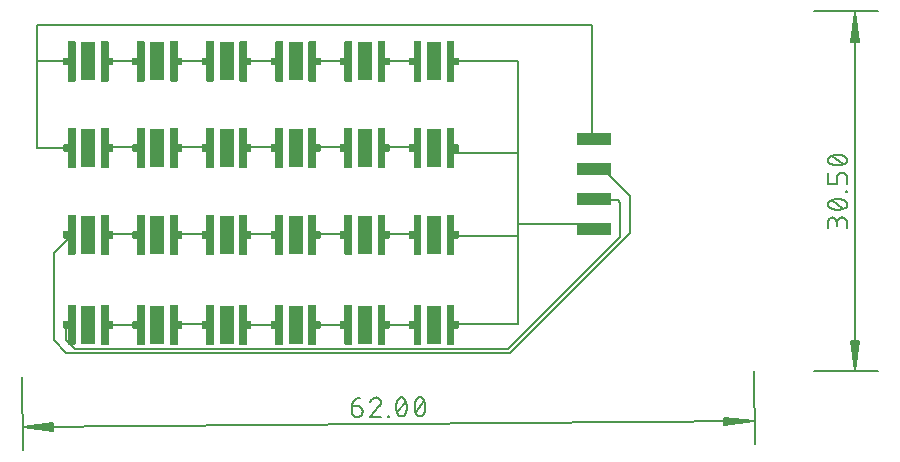
<source format=gbr>
G04 EAGLE Gerber X2 export*
%TF.Part,Single*%
%TF.FileFunction,Copper,L1,Top,Mixed*%
%TF.FilePolarity,Positive*%
%TF.GenerationSoftware,Autodesk,EAGLE,9.1.0*%
%TF.CreationDate,2018-09-11T12:32:47Z*%
G75*
%MOMM*%
%FSLAX34Y34*%
%LPD*%
%AMOC8*
5,1,8,0,0,1.08239X$1,22.5*%
G01*
%ADD10C,0.130000*%
%ADD11C,0.152400*%
%ADD12R,0.400000X0.500000*%
%ADD13R,1.300000X3.300000*%
%ADD14R,3.000000X1.000000*%

G36*
X667065Y740377D02*
X667065Y740377D01*
X667131Y740379D01*
X667174Y740397D01*
X667221Y740405D01*
X667278Y740439D01*
X667338Y740464D01*
X667373Y740495D01*
X667414Y740520D01*
X667456Y740571D01*
X667504Y740615D01*
X667526Y740657D01*
X667555Y740694D01*
X667576Y740756D01*
X667607Y740815D01*
X667615Y740869D01*
X667627Y740906D01*
X667626Y740946D01*
X667634Y741000D01*
X667634Y774000D01*
X667623Y774065D01*
X667621Y774131D01*
X667603Y774174D01*
X667595Y774221D01*
X667561Y774278D01*
X667536Y774338D01*
X667505Y774373D01*
X667480Y774414D01*
X667429Y774456D01*
X667385Y774504D01*
X667343Y774526D01*
X667306Y774555D01*
X667244Y774576D01*
X667185Y774607D01*
X667131Y774615D01*
X667094Y774627D01*
X667054Y774626D01*
X667000Y774634D01*
X662000Y774634D01*
X661935Y774623D01*
X661869Y774621D01*
X661826Y774603D01*
X661779Y774595D01*
X661722Y774561D01*
X661662Y774536D01*
X661627Y774505D01*
X661586Y774480D01*
X661545Y774429D01*
X661496Y774385D01*
X661474Y774343D01*
X661445Y774306D01*
X661424Y774244D01*
X661393Y774185D01*
X661385Y774131D01*
X661373Y774094D01*
X661373Y774076D01*
X661373Y774075D01*
X661373Y774051D01*
X661366Y774000D01*
X661366Y760634D01*
X658000Y760634D01*
X657935Y760623D01*
X657869Y760621D01*
X657826Y760603D01*
X657779Y760595D01*
X657722Y760561D01*
X657662Y760536D01*
X657627Y760505D01*
X657586Y760480D01*
X657545Y760429D01*
X657496Y760385D01*
X657474Y760343D01*
X657445Y760306D01*
X657424Y760244D01*
X657393Y760185D01*
X657385Y760131D01*
X657373Y760094D01*
X657374Y760054D01*
X657366Y760000D01*
X657366Y755000D01*
X657377Y754935D01*
X657379Y754869D01*
X657397Y754826D01*
X657405Y754779D01*
X657439Y754722D01*
X657464Y754662D01*
X657495Y754627D01*
X657520Y754586D01*
X657571Y754545D01*
X657615Y754496D01*
X657657Y754474D01*
X657694Y754445D01*
X657756Y754424D01*
X657815Y754393D01*
X657869Y754385D01*
X657906Y754373D01*
X657946Y754374D01*
X658000Y754366D01*
X661366Y754366D01*
X661366Y741000D01*
X661377Y740935D01*
X661379Y740869D01*
X661397Y740826D01*
X661405Y740779D01*
X661439Y740722D01*
X661464Y740662D01*
X661495Y740627D01*
X661520Y740586D01*
X661571Y740545D01*
X661615Y740496D01*
X661657Y740474D01*
X661694Y740445D01*
X661756Y740424D01*
X661815Y740393D01*
X661869Y740385D01*
X661906Y740373D01*
X661946Y740374D01*
X662000Y740366D01*
X667000Y740366D01*
X667065Y740377D01*
G37*
G36*
X519565Y740377D02*
X519565Y740377D01*
X519631Y740379D01*
X519674Y740397D01*
X519721Y740405D01*
X519778Y740439D01*
X519838Y740464D01*
X519873Y740495D01*
X519914Y740520D01*
X519956Y740571D01*
X520004Y740615D01*
X520026Y740657D01*
X520055Y740694D01*
X520076Y740756D01*
X520107Y740815D01*
X520115Y740869D01*
X520127Y740906D01*
X520126Y740946D01*
X520134Y741000D01*
X520134Y754366D01*
X523500Y754366D01*
X523565Y754377D01*
X523631Y754379D01*
X523674Y754397D01*
X523721Y754405D01*
X523778Y754439D01*
X523838Y754464D01*
X523873Y754495D01*
X523914Y754520D01*
X523956Y754571D01*
X524004Y754615D01*
X524026Y754657D01*
X524055Y754694D01*
X524076Y754756D01*
X524107Y754815D01*
X524115Y754869D01*
X524127Y754906D01*
X524126Y754946D01*
X524134Y755000D01*
X524134Y760000D01*
X524123Y760065D01*
X524121Y760131D01*
X524103Y760174D01*
X524095Y760221D01*
X524061Y760278D01*
X524036Y760338D01*
X524005Y760373D01*
X523980Y760414D01*
X523929Y760456D01*
X523885Y760504D01*
X523843Y760526D01*
X523806Y760555D01*
X523744Y760576D01*
X523685Y760607D01*
X523631Y760615D01*
X523594Y760627D01*
X523554Y760626D01*
X523500Y760634D01*
X520134Y760634D01*
X520134Y774000D01*
X520123Y774065D01*
X520121Y774131D01*
X520103Y774174D01*
X520095Y774221D01*
X520061Y774278D01*
X520036Y774338D01*
X520005Y774373D01*
X519980Y774414D01*
X519929Y774456D01*
X519885Y774504D01*
X519843Y774526D01*
X519806Y774555D01*
X519744Y774576D01*
X519685Y774607D01*
X519631Y774615D01*
X519594Y774627D01*
X519554Y774626D01*
X519500Y774634D01*
X514500Y774634D01*
X514435Y774623D01*
X514369Y774621D01*
X514326Y774603D01*
X514279Y774595D01*
X514222Y774561D01*
X514162Y774536D01*
X514127Y774505D01*
X514086Y774480D01*
X514045Y774429D01*
X513996Y774385D01*
X513974Y774343D01*
X513945Y774306D01*
X513924Y774244D01*
X513893Y774185D01*
X513885Y774131D01*
X513873Y774094D01*
X513873Y774076D01*
X513873Y774075D01*
X513873Y774051D01*
X513866Y774000D01*
X513866Y741000D01*
X513877Y740935D01*
X513879Y740869D01*
X513897Y740826D01*
X513905Y740779D01*
X513939Y740722D01*
X513964Y740662D01*
X513995Y740627D01*
X514020Y740586D01*
X514071Y740545D01*
X514115Y740496D01*
X514157Y740474D01*
X514194Y740445D01*
X514256Y740424D01*
X514315Y740393D01*
X514369Y740385D01*
X514406Y740373D01*
X514446Y740374D01*
X514500Y740366D01*
X519500Y740366D01*
X519565Y740377D01*
G37*
G36*
X491565Y740377D02*
X491565Y740377D01*
X491631Y740379D01*
X491674Y740397D01*
X491721Y740405D01*
X491778Y740439D01*
X491838Y740464D01*
X491873Y740495D01*
X491914Y740520D01*
X491956Y740571D01*
X492004Y740615D01*
X492026Y740657D01*
X492055Y740694D01*
X492076Y740756D01*
X492107Y740815D01*
X492115Y740869D01*
X492127Y740906D01*
X492126Y740946D01*
X492134Y741000D01*
X492134Y774000D01*
X492123Y774065D01*
X492121Y774131D01*
X492103Y774174D01*
X492095Y774221D01*
X492061Y774278D01*
X492036Y774338D01*
X492005Y774373D01*
X491980Y774414D01*
X491929Y774456D01*
X491885Y774504D01*
X491843Y774526D01*
X491806Y774555D01*
X491744Y774576D01*
X491685Y774607D01*
X491631Y774615D01*
X491594Y774627D01*
X491554Y774626D01*
X491500Y774634D01*
X486500Y774634D01*
X486435Y774623D01*
X486369Y774621D01*
X486326Y774603D01*
X486279Y774595D01*
X486222Y774561D01*
X486162Y774536D01*
X486127Y774505D01*
X486086Y774480D01*
X486045Y774429D01*
X485996Y774385D01*
X485974Y774343D01*
X485945Y774306D01*
X485924Y774244D01*
X485893Y774185D01*
X485885Y774131D01*
X485873Y774094D01*
X485873Y774076D01*
X485873Y774075D01*
X485873Y774051D01*
X485866Y774000D01*
X485866Y760634D01*
X482500Y760634D01*
X482435Y760623D01*
X482369Y760621D01*
X482326Y760603D01*
X482279Y760595D01*
X482222Y760561D01*
X482162Y760536D01*
X482127Y760505D01*
X482086Y760480D01*
X482045Y760429D01*
X481996Y760385D01*
X481974Y760343D01*
X481945Y760306D01*
X481924Y760244D01*
X481893Y760185D01*
X481885Y760131D01*
X481873Y760094D01*
X481874Y760054D01*
X481866Y760000D01*
X481866Y755000D01*
X481877Y754935D01*
X481879Y754869D01*
X481897Y754826D01*
X481905Y754779D01*
X481939Y754722D01*
X481964Y754662D01*
X481995Y754627D01*
X482020Y754586D01*
X482071Y754545D01*
X482115Y754496D01*
X482157Y754474D01*
X482194Y754445D01*
X482256Y754424D01*
X482315Y754393D01*
X482369Y754385D01*
X482406Y754373D01*
X482446Y754374D01*
X482500Y754366D01*
X485866Y754366D01*
X485866Y741000D01*
X485877Y740935D01*
X485879Y740869D01*
X485897Y740826D01*
X485905Y740779D01*
X485939Y740722D01*
X485964Y740662D01*
X485995Y740627D01*
X486020Y740586D01*
X486071Y740545D01*
X486115Y740496D01*
X486157Y740474D01*
X486194Y740445D01*
X486256Y740424D01*
X486315Y740393D01*
X486369Y740385D01*
X486406Y740373D01*
X486446Y740374D01*
X486500Y740366D01*
X491500Y740366D01*
X491565Y740377D01*
G37*
G36*
X374565Y740377D02*
X374565Y740377D01*
X374631Y740379D01*
X374674Y740397D01*
X374721Y740405D01*
X374778Y740439D01*
X374838Y740464D01*
X374873Y740495D01*
X374914Y740520D01*
X374956Y740571D01*
X375004Y740615D01*
X375026Y740657D01*
X375055Y740694D01*
X375076Y740756D01*
X375107Y740815D01*
X375115Y740869D01*
X375127Y740906D01*
X375126Y740946D01*
X375134Y741000D01*
X375134Y774000D01*
X375123Y774065D01*
X375121Y774131D01*
X375103Y774174D01*
X375095Y774221D01*
X375061Y774278D01*
X375036Y774338D01*
X375005Y774373D01*
X374980Y774414D01*
X374929Y774456D01*
X374885Y774504D01*
X374843Y774526D01*
X374806Y774555D01*
X374744Y774576D01*
X374685Y774607D01*
X374631Y774615D01*
X374594Y774627D01*
X374554Y774626D01*
X374500Y774634D01*
X369500Y774634D01*
X369435Y774623D01*
X369369Y774621D01*
X369326Y774603D01*
X369279Y774595D01*
X369222Y774561D01*
X369162Y774536D01*
X369127Y774505D01*
X369086Y774480D01*
X369045Y774429D01*
X368996Y774385D01*
X368974Y774343D01*
X368945Y774306D01*
X368924Y774244D01*
X368893Y774185D01*
X368885Y774131D01*
X368873Y774094D01*
X368873Y774076D01*
X368873Y774075D01*
X368873Y774051D01*
X368866Y774000D01*
X368866Y760634D01*
X365500Y760634D01*
X365435Y760623D01*
X365369Y760621D01*
X365326Y760603D01*
X365279Y760595D01*
X365222Y760561D01*
X365162Y760536D01*
X365127Y760505D01*
X365086Y760480D01*
X365045Y760429D01*
X364996Y760385D01*
X364974Y760343D01*
X364945Y760306D01*
X364924Y760244D01*
X364893Y760185D01*
X364885Y760131D01*
X364873Y760094D01*
X364874Y760054D01*
X364866Y760000D01*
X364866Y755000D01*
X364877Y754935D01*
X364879Y754869D01*
X364897Y754826D01*
X364905Y754779D01*
X364939Y754722D01*
X364964Y754662D01*
X364995Y754627D01*
X365020Y754586D01*
X365071Y754545D01*
X365115Y754496D01*
X365157Y754474D01*
X365194Y754445D01*
X365256Y754424D01*
X365315Y754393D01*
X365369Y754385D01*
X365406Y754373D01*
X365446Y754374D01*
X365500Y754366D01*
X368866Y754366D01*
X368866Y741000D01*
X368877Y740935D01*
X368879Y740869D01*
X368897Y740826D01*
X368905Y740779D01*
X368939Y740722D01*
X368964Y740662D01*
X368995Y740627D01*
X369020Y740586D01*
X369071Y740545D01*
X369115Y740496D01*
X369157Y740474D01*
X369194Y740445D01*
X369256Y740424D01*
X369315Y740393D01*
X369369Y740385D01*
X369406Y740373D01*
X369446Y740374D01*
X369500Y740366D01*
X374500Y740366D01*
X374565Y740377D01*
G37*
G36*
X636565Y740377D02*
X636565Y740377D01*
X636631Y740379D01*
X636674Y740397D01*
X636721Y740405D01*
X636778Y740439D01*
X636838Y740464D01*
X636873Y740495D01*
X636914Y740520D01*
X636956Y740571D01*
X637004Y740615D01*
X637026Y740657D01*
X637055Y740694D01*
X637076Y740756D01*
X637107Y740815D01*
X637115Y740869D01*
X637127Y740906D01*
X637126Y740946D01*
X637134Y741000D01*
X637134Y754366D01*
X640500Y754366D01*
X640565Y754377D01*
X640631Y754379D01*
X640674Y754397D01*
X640721Y754405D01*
X640778Y754439D01*
X640838Y754464D01*
X640873Y754495D01*
X640914Y754520D01*
X640956Y754571D01*
X641004Y754615D01*
X641026Y754657D01*
X641055Y754694D01*
X641076Y754756D01*
X641107Y754815D01*
X641115Y754869D01*
X641127Y754906D01*
X641126Y754946D01*
X641134Y755000D01*
X641134Y760000D01*
X641123Y760065D01*
X641121Y760131D01*
X641103Y760174D01*
X641095Y760221D01*
X641061Y760278D01*
X641036Y760338D01*
X641005Y760373D01*
X640980Y760414D01*
X640929Y760456D01*
X640885Y760504D01*
X640843Y760526D01*
X640806Y760555D01*
X640744Y760576D01*
X640685Y760607D01*
X640631Y760615D01*
X640594Y760627D01*
X640554Y760626D01*
X640500Y760634D01*
X637134Y760634D01*
X637134Y774000D01*
X637123Y774065D01*
X637121Y774131D01*
X637103Y774174D01*
X637095Y774221D01*
X637061Y774278D01*
X637036Y774338D01*
X637005Y774373D01*
X636980Y774414D01*
X636929Y774456D01*
X636885Y774504D01*
X636843Y774526D01*
X636806Y774555D01*
X636744Y774576D01*
X636685Y774607D01*
X636631Y774615D01*
X636594Y774627D01*
X636554Y774626D01*
X636500Y774634D01*
X631500Y774634D01*
X631435Y774623D01*
X631369Y774621D01*
X631326Y774603D01*
X631279Y774595D01*
X631222Y774561D01*
X631162Y774536D01*
X631127Y774505D01*
X631086Y774480D01*
X631045Y774429D01*
X630996Y774385D01*
X630974Y774343D01*
X630945Y774306D01*
X630924Y774244D01*
X630893Y774185D01*
X630885Y774131D01*
X630873Y774094D01*
X630873Y774076D01*
X630873Y774075D01*
X630873Y774051D01*
X630866Y774000D01*
X630866Y741000D01*
X630877Y740935D01*
X630879Y740869D01*
X630897Y740826D01*
X630905Y740779D01*
X630939Y740722D01*
X630964Y740662D01*
X630995Y740627D01*
X631020Y740586D01*
X631071Y740545D01*
X631115Y740496D01*
X631157Y740474D01*
X631194Y740445D01*
X631256Y740424D01*
X631315Y740393D01*
X631369Y740385D01*
X631406Y740373D01*
X631446Y740374D01*
X631500Y740366D01*
X636500Y740366D01*
X636565Y740377D01*
G37*
G36*
X550065Y740377D02*
X550065Y740377D01*
X550131Y740379D01*
X550174Y740397D01*
X550221Y740405D01*
X550278Y740439D01*
X550338Y740464D01*
X550373Y740495D01*
X550414Y740520D01*
X550456Y740571D01*
X550504Y740615D01*
X550526Y740657D01*
X550555Y740694D01*
X550576Y740756D01*
X550607Y740815D01*
X550615Y740869D01*
X550627Y740906D01*
X550626Y740946D01*
X550634Y741000D01*
X550634Y774000D01*
X550623Y774065D01*
X550621Y774131D01*
X550603Y774174D01*
X550595Y774221D01*
X550561Y774278D01*
X550536Y774338D01*
X550505Y774373D01*
X550480Y774414D01*
X550429Y774456D01*
X550385Y774504D01*
X550343Y774526D01*
X550306Y774555D01*
X550244Y774576D01*
X550185Y774607D01*
X550131Y774615D01*
X550094Y774627D01*
X550054Y774626D01*
X550000Y774634D01*
X545000Y774634D01*
X544935Y774623D01*
X544869Y774621D01*
X544826Y774603D01*
X544779Y774595D01*
X544722Y774561D01*
X544662Y774536D01*
X544627Y774505D01*
X544586Y774480D01*
X544545Y774429D01*
X544496Y774385D01*
X544474Y774343D01*
X544445Y774306D01*
X544424Y774244D01*
X544393Y774185D01*
X544385Y774131D01*
X544373Y774094D01*
X544373Y774076D01*
X544373Y774075D01*
X544373Y774051D01*
X544366Y774000D01*
X544366Y760634D01*
X541000Y760634D01*
X540935Y760623D01*
X540869Y760621D01*
X540826Y760603D01*
X540779Y760595D01*
X540722Y760561D01*
X540662Y760536D01*
X540627Y760505D01*
X540586Y760480D01*
X540545Y760429D01*
X540496Y760385D01*
X540474Y760343D01*
X540445Y760306D01*
X540424Y760244D01*
X540393Y760185D01*
X540385Y760131D01*
X540373Y760094D01*
X540374Y760054D01*
X540366Y760000D01*
X540366Y755000D01*
X540377Y754935D01*
X540379Y754869D01*
X540397Y754826D01*
X540405Y754779D01*
X540439Y754722D01*
X540464Y754662D01*
X540495Y754627D01*
X540520Y754586D01*
X540571Y754545D01*
X540615Y754496D01*
X540657Y754474D01*
X540694Y754445D01*
X540756Y754424D01*
X540815Y754393D01*
X540869Y754385D01*
X540906Y754373D01*
X540946Y754374D01*
X541000Y754366D01*
X544366Y754366D01*
X544366Y741000D01*
X544377Y740935D01*
X544379Y740869D01*
X544397Y740826D01*
X544405Y740779D01*
X544439Y740722D01*
X544464Y740662D01*
X544495Y740627D01*
X544520Y740586D01*
X544571Y740545D01*
X544615Y740496D01*
X544657Y740474D01*
X544694Y740445D01*
X544756Y740424D01*
X544815Y740393D01*
X544869Y740385D01*
X544906Y740373D01*
X544946Y740374D01*
X545000Y740366D01*
X550000Y740366D01*
X550065Y740377D01*
G37*
G36*
X461065Y740377D02*
X461065Y740377D01*
X461131Y740379D01*
X461174Y740397D01*
X461221Y740405D01*
X461278Y740439D01*
X461338Y740464D01*
X461373Y740495D01*
X461414Y740520D01*
X461456Y740571D01*
X461504Y740615D01*
X461526Y740657D01*
X461555Y740694D01*
X461576Y740756D01*
X461607Y740815D01*
X461615Y740869D01*
X461627Y740906D01*
X461626Y740946D01*
X461634Y741000D01*
X461634Y754366D01*
X465000Y754366D01*
X465065Y754377D01*
X465131Y754379D01*
X465174Y754397D01*
X465221Y754405D01*
X465278Y754439D01*
X465338Y754464D01*
X465373Y754495D01*
X465414Y754520D01*
X465456Y754571D01*
X465504Y754615D01*
X465526Y754657D01*
X465555Y754694D01*
X465576Y754756D01*
X465607Y754815D01*
X465615Y754869D01*
X465627Y754906D01*
X465626Y754946D01*
X465634Y755000D01*
X465634Y760000D01*
X465623Y760065D01*
X465621Y760131D01*
X465603Y760174D01*
X465595Y760221D01*
X465561Y760278D01*
X465536Y760338D01*
X465505Y760373D01*
X465480Y760414D01*
X465429Y760456D01*
X465385Y760504D01*
X465343Y760526D01*
X465306Y760555D01*
X465244Y760576D01*
X465185Y760607D01*
X465131Y760615D01*
X465094Y760627D01*
X465054Y760626D01*
X465000Y760634D01*
X461634Y760634D01*
X461634Y774000D01*
X461623Y774065D01*
X461621Y774131D01*
X461603Y774174D01*
X461595Y774221D01*
X461561Y774278D01*
X461536Y774338D01*
X461505Y774373D01*
X461480Y774414D01*
X461429Y774456D01*
X461385Y774504D01*
X461343Y774526D01*
X461306Y774555D01*
X461244Y774576D01*
X461185Y774607D01*
X461131Y774615D01*
X461094Y774627D01*
X461054Y774626D01*
X461000Y774634D01*
X456000Y774634D01*
X455935Y774623D01*
X455869Y774621D01*
X455826Y774603D01*
X455779Y774595D01*
X455722Y774561D01*
X455662Y774536D01*
X455627Y774505D01*
X455586Y774480D01*
X455545Y774429D01*
X455496Y774385D01*
X455474Y774343D01*
X455445Y774306D01*
X455424Y774244D01*
X455393Y774185D01*
X455385Y774131D01*
X455373Y774094D01*
X455373Y774076D01*
X455373Y774075D01*
X455373Y774051D01*
X455366Y774000D01*
X455366Y741000D01*
X455377Y740935D01*
X455379Y740869D01*
X455397Y740826D01*
X455405Y740779D01*
X455439Y740722D01*
X455464Y740662D01*
X455495Y740627D01*
X455520Y740586D01*
X455571Y740545D01*
X455615Y740496D01*
X455657Y740474D01*
X455694Y740445D01*
X455756Y740424D01*
X455815Y740393D01*
X455869Y740385D01*
X455906Y740373D01*
X455946Y740374D01*
X456000Y740366D01*
X461000Y740366D01*
X461065Y740377D01*
G37*
G36*
X433065Y740377D02*
X433065Y740377D01*
X433131Y740379D01*
X433174Y740397D01*
X433221Y740405D01*
X433278Y740439D01*
X433338Y740464D01*
X433373Y740495D01*
X433414Y740520D01*
X433456Y740571D01*
X433504Y740615D01*
X433526Y740657D01*
X433555Y740694D01*
X433576Y740756D01*
X433607Y740815D01*
X433615Y740869D01*
X433627Y740906D01*
X433626Y740946D01*
X433634Y741000D01*
X433634Y774000D01*
X433623Y774065D01*
X433621Y774131D01*
X433603Y774174D01*
X433595Y774221D01*
X433561Y774278D01*
X433536Y774338D01*
X433505Y774373D01*
X433480Y774414D01*
X433429Y774456D01*
X433385Y774504D01*
X433343Y774526D01*
X433306Y774555D01*
X433244Y774576D01*
X433185Y774607D01*
X433131Y774615D01*
X433094Y774627D01*
X433054Y774626D01*
X433000Y774634D01*
X428000Y774634D01*
X427935Y774623D01*
X427869Y774621D01*
X427826Y774603D01*
X427779Y774595D01*
X427722Y774561D01*
X427662Y774536D01*
X427627Y774505D01*
X427586Y774480D01*
X427545Y774429D01*
X427496Y774385D01*
X427474Y774343D01*
X427445Y774306D01*
X427424Y774244D01*
X427393Y774185D01*
X427385Y774131D01*
X427373Y774094D01*
X427373Y774076D01*
X427373Y774075D01*
X427373Y774051D01*
X427366Y774000D01*
X427366Y760634D01*
X424000Y760634D01*
X423935Y760623D01*
X423869Y760621D01*
X423826Y760603D01*
X423779Y760595D01*
X423722Y760561D01*
X423662Y760536D01*
X423627Y760505D01*
X423586Y760480D01*
X423545Y760429D01*
X423496Y760385D01*
X423474Y760343D01*
X423445Y760306D01*
X423424Y760244D01*
X423393Y760185D01*
X423385Y760131D01*
X423373Y760094D01*
X423374Y760054D01*
X423366Y760000D01*
X423366Y755000D01*
X423377Y754935D01*
X423379Y754869D01*
X423397Y754826D01*
X423405Y754779D01*
X423439Y754722D01*
X423464Y754662D01*
X423495Y754627D01*
X423520Y754586D01*
X423571Y754545D01*
X423615Y754496D01*
X423657Y754474D01*
X423694Y754445D01*
X423756Y754424D01*
X423815Y754393D01*
X423869Y754385D01*
X423906Y754373D01*
X423946Y754374D01*
X424000Y754366D01*
X427366Y754366D01*
X427366Y741000D01*
X427377Y740935D01*
X427379Y740869D01*
X427397Y740826D01*
X427405Y740779D01*
X427439Y740722D01*
X427464Y740662D01*
X427495Y740627D01*
X427520Y740586D01*
X427571Y740545D01*
X427615Y740496D01*
X427657Y740474D01*
X427694Y740445D01*
X427756Y740424D01*
X427815Y740393D01*
X427869Y740385D01*
X427906Y740373D01*
X427946Y740374D01*
X428000Y740366D01*
X433000Y740366D01*
X433065Y740377D01*
G37*
G36*
X608565Y740377D02*
X608565Y740377D01*
X608631Y740379D01*
X608674Y740397D01*
X608721Y740405D01*
X608778Y740439D01*
X608838Y740464D01*
X608873Y740495D01*
X608914Y740520D01*
X608956Y740571D01*
X609004Y740615D01*
X609026Y740657D01*
X609055Y740694D01*
X609076Y740756D01*
X609107Y740815D01*
X609115Y740869D01*
X609127Y740906D01*
X609126Y740946D01*
X609134Y741000D01*
X609134Y774000D01*
X609123Y774065D01*
X609121Y774131D01*
X609103Y774174D01*
X609095Y774221D01*
X609061Y774278D01*
X609036Y774338D01*
X609005Y774373D01*
X608980Y774414D01*
X608929Y774456D01*
X608885Y774504D01*
X608843Y774526D01*
X608806Y774555D01*
X608744Y774576D01*
X608685Y774607D01*
X608631Y774615D01*
X608594Y774627D01*
X608554Y774626D01*
X608500Y774634D01*
X603500Y774634D01*
X603435Y774623D01*
X603369Y774621D01*
X603326Y774603D01*
X603279Y774595D01*
X603222Y774561D01*
X603162Y774536D01*
X603127Y774505D01*
X603086Y774480D01*
X603045Y774429D01*
X602996Y774385D01*
X602974Y774343D01*
X602945Y774306D01*
X602924Y774244D01*
X602893Y774185D01*
X602885Y774131D01*
X602873Y774094D01*
X602873Y774076D01*
X602873Y774075D01*
X602873Y774051D01*
X602866Y774000D01*
X602866Y760634D01*
X599500Y760634D01*
X599435Y760623D01*
X599369Y760621D01*
X599326Y760603D01*
X599279Y760595D01*
X599222Y760561D01*
X599162Y760536D01*
X599127Y760505D01*
X599086Y760480D01*
X599045Y760429D01*
X598996Y760385D01*
X598974Y760343D01*
X598945Y760306D01*
X598924Y760244D01*
X598893Y760185D01*
X598885Y760131D01*
X598873Y760094D01*
X598874Y760054D01*
X598866Y760000D01*
X598866Y755000D01*
X598877Y754935D01*
X598879Y754869D01*
X598897Y754826D01*
X598905Y754779D01*
X598939Y754722D01*
X598964Y754662D01*
X598995Y754627D01*
X599020Y754586D01*
X599071Y754545D01*
X599115Y754496D01*
X599157Y754474D01*
X599194Y754445D01*
X599256Y754424D01*
X599315Y754393D01*
X599369Y754385D01*
X599406Y754373D01*
X599446Y754374D01*
X599500Y754366D01*
X602866Y754366D01*
X602866Y741000D01*
X602877Y740935D01*
X602879Y740869D01*
X602897Y740826D01*
X602905Y740779D01*
X602939Y740722D01*
X602964Y740662D01*
X602995Y740627D01*
X603020Y740586D01*
X603071Y740545D01*
X603115Y740496D01*
X603157Y740474D01*
X603194Y740445D01*
X603256Y740424D01*
X603315Y740393D01*
X603369Y740385D01*
X603406Y740373D01*
X603446Y740374D01*
X603500Y740366D01*
X608500Y740366D01*
X608565Y740377D01*
G37*
G36*
X578065Y740377D02*
X578065Y740377D01*
X578131Y740379D01*
X578174Y740397D01*
X578221Y740405D01*
X578278Y740439D01*
X578338Y740464D01*
X578373Y740495D01*
X578414Y740520D01*
X578456Y740571D01*
X578504Y740615D01*
X578526Y740657D01*
X578555Y740694D01*
X578576Y740756D01*
X578607Y740815D01*
X578615Y740869D01*
X578627Y740906D01*
X578626Y740946D01*
X578634Y741000D01*
X578634Y754366D01*
X582000Y754366D01*
X582065Y754377D01*
X582131Y754379D01*
X582174Y754397D01*
X582221Y754405D01*
X582278Y754439D01*
X582338Y754464D01*
X582373Y754495D01*
X582414Y754520D01*
X582456Y754571D01*
X582504Y754615D01*
X582526Y754657D01*
X582555Y754694D01*
X582576Y754756D01*
X582607Y754815D01*
X582615Y754869D01*
X582627Y754906D01*
X582626Y754946D01*
X582634Y755000D01*
X582634Y760000D01*
X582623Y760065D01*
X582621Y760131D01*
X582603Y760174D01*
X582595Y760221D01*
X582561Y760278D01*
X582536Y760338D01*
X582505Y760373D01*
X582480Y760414D01*
X582429Y760456D01*
X582385Y760504D01*
X582343Y760526D01*
X582306Y760555D01*
X582244Y760576D01*
X582185Y760607D01*
X582131Y760615D01*
X582094Y760627D01*
X582054Y760626D01*
X582000Y760634D01*
X578634Y760634D01*
X578634Y774000D01*
X578623Y774065D01*
X578621Y774131D01*
X578603Y774174D01*
X578595Y774221D01*
X578561Y774278D01*
X578536Y774338D01*
X578505Y774373D01*
X578480Y774414D01*
X578429Y774456D01*
X578385Y774504D01*
X578343Y774526D01*
X578306Y774555D01*
X578244Y774576D01*
X578185Y774607D01*
X578131Y774615D01*
X578094Y774627D01*
X578054Y774626D01*
X578000Y774634D01*
X573000Y774634D01*
X572935Y774623D01*
X572869Y774621D01*
X572826Y774603D01*
X572779Y774595D01*
X572722Y774561D01*
X572662Y774536D01*
X572627Y774505D01*
X572586Y774480D01*
X572545Y774429D01*
X572496Y774385D01*
X572474Y774343D01*
X572445Y774306D01*
X572424Y774244D01*
X572393Y774185D01*
X572385Y774131D01*
X572373Y774094D01*
X572373Y774076D01*
X572373Y774075D01*
X572373Y774051D01*
X572366Y774000D01*
X572366Y741000D01*
X572377Y740935D01*
X572379Y740869D01*
X572397Y740826D01*
X572405Y740779D01*
X572439Y740722D01*
X572464Y740662D01*
X572495Y740627D01*
X572520Y740586D01*
X572571Y740545D01*
X572615Y740496D01*
X572657Y740474D01*
X572694Y740445D01*
X572756Y740424D01*
X572815Y740393D01*
X572869Y740385D01*
X572906Y740373D01*
X572946Y740374D01*
X573000Y740366D01*
X578000Y740366D01*
X578065Y740377D01*
G37*
G36*
X402565Y740377D02*
X402565Y740377D01*
X402631Y740379D01*
X402674Y740397D01*
X402721Y740405D01*
X402778Y740439D01*
X402838Y740464D01*
X402873Y740495D01*
X402914Y740520D01*
X402956Y740571D01*
X403004Y740615D01*
X403026Y740657D01*
X403055Y740694D01*
X403076Y740756D01*
X403107Y740815D01*
X403115Y740869D01*
X403127Y740906D01*
X403126Y740946D01*
X403134Y741000D01*
X403134Y754366D01*
X406500Y754366D01*
X406565Y754377D01*
X406631Y754379D01*
X406674Y754397D01*
X406721Y754405D01*
X406778Y754439D01*
X406838Y754464D01*
X406873Y754495D01*
X406914Y754520D01*
X406956Y754571D01*
X407004Y754615D01*
X407026Y754657D01*
X407055Y754694D01*
X407076Y754756D01*
X407107Y754815D01*
X407115Y754869D01*
X407127Y754906D01*
X407126Y754946D01*
X407134Y755000D01*
X407134Y760000D01*
X407123Y760065D01*
X407121Y760131D01*
X407103Y760174D01*
X407095Y760221D01*
X407061Y760278D01*
X407036Y760338D01*
X407005Y760373D01*
X406980Y760414D01*
X406929Y760456D01*
X406885Y760504D01*
X406843Y760526D01*
X406806Y760555D01*
X406744Y760576D01*
X406685Y760607D01*
X406631Y760615D01*
X406594Y760627D01*
X406554Y760626D01*
X406500Y760634D01*
X403134Y760634D01*
X403134Y774000D01*
X403123Y774065D01*
X403121Y774131D01*
X403103Y774174D01*
X403095Y774221D01*
X403061Y774278D01*
X403036Y774338D01*
X403005Y774373D01*
X402980Y774414D01*
X402929Y774456D01*
X402885Y774504D01*
X402843Y774526D01*
X402806Y774555D01*
X402744Y774576D01*
X402685Y774607D01*
X402631Y774615D01*
X402594Y774627D01*
X402554Y774626D01*
X402500Y774634D01*
X397500Y774634D01*
X397435Y774623D01*
X397369Y774621D01*
X397326Y774603D01*
X397279Y774595D01*
X397222Y774561D01*
X397162Y774536D01*
X397127Y774505D01*
X397086Y774480D01*
X397045Y774429D01*
X396996Y774385D01*
X396974Y774343D01*
X396945Y774306D01*
X396924Y774244D01*
X396893Y774185D01*
X396885Y774131D01*
X396873Y774094D01*
X396873Y774076D01*
X396873Y774075D01*
X396873Y774051D01*
X396866Y774000D01*
X396866Y741000D01*
X396877Y740935D01*
X396879Y740869D01*
X396897Y740826D01*
X396905Y740779D01*
X396939Y740722D01*
X396964Y740662D01*
X396995Y740627D01*
X397020Y740586D01*
X397071Y740545D01*
X397115Y740496D01*
X397157Y740474D01*
X397194Y740445D01*
X397256Y740424D01*
X397315Y740393D01*
X397369Y740385D01*
X397406Y740373D01*
X397446Y740374D01*
X397500Y740366D01*
X402500Y740366D01*
X402565Y740377D01*
G37*
G36*
X695065Y740377D02*
X695065Y740377D01*
X695131Y740379D01*
X695174Y740397D01*
X695221Y740405D01*
X695278Y740439D01*
X695338Y740464D01*
X695373Y740495D01*
X695414Y740520D01*
X695456Y740571D01*
X695504Y740615D01*
X695526Y740657D01*
X695555Y740694D01*
X695576Y740756D01*
X695607Y740815D01*
X695615Y740869D01*
X695627Y740906D01*
X695626Y740946D01*
X695634Y741000D01*
X695634Y754366D01*
X699000Y754366D01*
X699065Y754377D01*
X699131Y754379D01*
X699174Y754397D01*
X699221Y754405D01*
X699278Y754439D01*
X699338Y754464D01*
X699373Y754495D01*
X699414Y754520D01*
X699456Y754571D01*
X699504Y754615D01*
X699526Y754657D01*
X699555Y754694D01*
X699576Y754756D01*
X699607Y754815D01*
X699615Y754869D01*
X699627Y754906D01*
X699626Y754946D01*
X699634Y755000D01*
X699634Y760000D01*
X699623Y760065D01*
X699621Y760131D01*
X699603Y760174D01*
X699595Y760221D01*
X699561Y760278D01*
X699536Y760338D01*
X699505Y760373D01*
X699480Y760414D01*
X699429Y760456D01*
X699385Y760504D01*
X699343Y760526D01*
X699306Y760555D01*
X699244Y760576D01*
X699185Y760607D01*
X699131Y760615D01*
X699094Y760627D01*
X699054Y760626D01*
X699000Y760634D01*
X695634Y760634D01*
X695634Y774000D01*
X695623Y774065D01*
X695621Y774131D01*
X695603Y774174D01*
X695595Y774221D01*
X695561Y774278D01*
X695536Y774338D01*
X695505Y774373D01*
X695480Y774414D01*
X695429Y774456D01*
X695385Y774504D01*
X695343Y774526D01*
X695306Y774555D01*
X695244Y774576D01*
X695185Y774607D01*
X695131Y774615D01*
X695094Y774627D01*
X695054Y774626D01*
X695000Y774634D01*
X690000Y774634D01*
X689935Y774623D01*
X689869Y774621D01*
X689826Y774603D01*
X689779Y774595D01*
X689722Y774561D01*
X689662Y774536D01*
X689627Y774505D01*
X689586Y774480D01*
X689545Y774429D01*
X689496Y774385D01*
X689474Y774343D01*
X689445Y774306D01*
X689424Y774244D01*
X689393Y774185D01*
X689385Y774131D01*
X689373Y774094D01*
X689373Y774076D01*
X689373Y774075D01*
X689373Y774051D01*
X689366Y774000D01*
X689366Y741000D01*
X689377Y740935D01*
X689379Y740869D01*
X689397Y740826D01*
X689405Y740779D01*
X689439Y740722D01*
X689464Y740662D01*
X689495Y740627D01*
X689520Y740586D01*
X689571Y740545D01*
X689615Y740496D01*
X689657Y740474D01*
X689694Y740445D01*
X689756Y740424D01*
X689815Y740393D01*
X689869Y740385D01*
X689906Y740373D01*
X689946Y740374D01*
X690000Y740366D01*
X695000Y740366D01*
X695065Y740377D01*
G37*
G36*
X578065Y667077D02*
X578065Y667077D01*
X578131Y667079D01*
X578174Y667097D01*
X578221Y667105D01*
X578278Y667139D01*
X578338Y667164D01*
X578373Y667195D01*
X578414Y667220D01*
X578456Y667271D01*
X578504Y667315D01*
X578526Y667357D01*
X578555Y667394D01*
X578576Y667456D01*
X578607Y667515D01*
X578615Y667569D01*
X578627Y667606D01*
X578626Y667646D01*
X578634Y667700D01*
X578634Y681066D01*
X582000Y681066D01*
X582065Y681077D01*
X582131Y681079D01*
X582174Y681097D01*
X582221Y681105D01*
X582278Y681139D01*
X582338Y681164D01*
X582373Y681195D01*
X582414Y681220D01*
X582456Y681271D01*
X582504Y681315D01*
X582526Y681357D01*
X582555Y681394D01*
X582576Y681456D01*
X582607Y681515D01*
X582615Y681569D01*
X582627Y681606D01*
X582626Y681646D01*
X582634Y681700D01*
X582634Y686700D01*
X582623Y686765D01*
X582621Y686831D01*
X582603Y686874D01*
X582595Y686921D01*
X582561Y686978D01*
X582536Y687038D01*
X582505Y687073D01*
X582480Y687114D01*
X582429Y687156D01*
X582385Y687204D01*
X582343Y687226D01*
X582306Y687255D01*
X582244Y687276D01*
X582185Y687307D01*
X582131Y687315D01*
X582094Y687327D01*
X582054Y687326D01*
X582000Y687334D01*
X578634Y687334D01*
X578634Y700700D01*
X578623Y700765D01*
X578621Y700831D01*
X578603Y700874D01*
X578595Y700921D01*
X578561Y700978D01*
X578536Y701038D01*
X578505Y701073D01*
X578480Y701114D01*
X578429Y701156D01*
X578385Y701204D01*
X578343Y701226D01*
X578306Y701255D01*
X578244Y701276D01*
X578185Y701307D01*
X578131Y701315D01*
X578094Y701327D01*
X578054Y701326D01*
X578000Y701334D01*
X573000Y701334D01*
X572935Y701323D01*
X572869Y701321D01*
X572826Y701303D01*
X572779Y701295D01*
X572722Y701261D01*
X572662Y701236D01*
X572627Y701205D01*
X572586Y701180D01*
X572545Y701129D01*
X572496Y701085D01*
X572474Y701043D01*
X572445Y701006D01*
X572424Y700944D01*
X572393Y700885D01*
X572385Y700831D01*
X572373Y700794D01*
X572373Y700776D01*
X572373Y700775D01*
X572373Y700751D01*
X572366Y700700D01*
X572366Y667700D01*
X572377Y667635D01*
X572379Y667569D01*
X572397Y667526D01*
X572405Y667479D01*
X572439Y667422D01*
X572464Y667362D01*
X572495Y667327D01*
X572520Y667286D01*
X572571Y667245D01*
X572615Y667196D01*
X572657Y667174D01*
X572694Y667145D01*
X572756Y667124D01*
X572815Y667093D01*
X572869Y667085D01*
X572906Y667073D01*
X572946Y667074D01*
X573000Y667066D01*
X578000Y667066D01*
X578065Y667077D01*
G37*
G36*
X433065Y667077D02*
X433065Y667077D01*
X433131Y667079D01*
X433174Y667097D01*
X433221Y667105D01*
X433278Y667139D01*
X433338Y667164D01*
X433373Y667195D01*
X433414Y667220D01*
X433456Y667271D01*
X433504Y667315D01*
X433526Y667357D01*
X433555Y667394D01*
X433576Y667456D01*
X433607Y667515D01*
X433615Y667569D01*
X433627Y667606D01*
X433626Y667646D01*
X433634Y667700D01*
X433634Y700700D01*
X433623Y700765D01*
X433621Y700831D01*
X433603Y700874D01*
X433595Y700921D01*
X433561Y700978D01*
X433536Y701038D01*
X433505Y701073D01*
X433480Y701114D01*
X433429Y701156D01*
X433385Y701204D01*
X433343Y701226D01*
X433306Y701255D01*
X433244Y701276D01*
X433185Y701307D01*
X433131Y701315D01*
X433094Y701327D01*
X433054Y701326D01*
X433000Y701334D01*
X428000Y701334D01*
X427935Y701323D01*
X427869Y701321D01*
X427826Y701303D01*
X427779Y701295D01*
X427722Y701261D01*
X427662Y701236D01*
X427627Y701205D01*
X427586Y701180D01*
X427545Y701129D01*
X427496Y701085D01*
X427474Y701043D01*
X427445Y701006D01*
X427424Y700944D01*
X427393Y700885D01*
X427385Y700831D01*
X427373Y700794D01*
X427373Y700776D01*
X427373Y700775D01*
X427373Y700751D01*
X427366Y700700D01*
X427366Y687334D01*
X424000Y687334D01*
X423935Y687323D01*
X423869Y687321D01*
X423826Y687303D01*
X423779Y687295D01*
X423722Y687261D01*
X423662Y687236D01*
X423627Y687205D01*
X423586Y687180D01*
X423545Y687129D01*
X423496Y687085D01*
X423474Y687043D01*
X423445Y687006D01*
X423424Y686944D01*
X423393Y686885D01*
X423385Y686831D01*
X423373Y686794D01*
X423374Y686754D01*
X423366Y686700D01*
X423366Y681700D01*
X423377Y681635D01*
X423379Y681569D01*
X423397Y681526D01*
X423405Y681479D01*
X423439Y681422D01*
X423464Y681362D01*
X423495Y681327D01*
X423520Y681286D01*
X423571Y681245D01*
X423615Y681196D01*
X423657Y681174D01*
X423694Y681145D01*
X423756Y681124D01*
X423815Y681093D01*
X423869Y681085D01*
X423906Y681073D01*
X423946Y681074D01*
X424000Y681066D01*
X427366Y681066D01*
X427366Y667700D01*
X427377Y667635D01*
X427379Y667569D01*
X427397Y667526D01*
X427405Y667479D01*
X427439Y667422D01*
X427464Y667362D01*
X427495Y667327D01*
X427520Y667286D01*
X427571Y667245D01*
X427615Y667196D01*
X427657Y667174D01*
X427694Y667145D01*
X427756Y667124D01*
X427815Y667093D01*
X427869Y667085D01*
X427906Y667073D01*
X427946Y667074D01*
X428000Y667066D01*
X433000Y667066D01*
X433065Y667077D01*
G37*
G36*
X519565Y667077D02*
X519565Y667077D01*
X519631Y667079D01*
X519674Y667097D01*
X519721Y667105D01*
X519778Y667139D01*
X519838Y667164D01*
X519873Y667195D01*
X519914Y667220D01*
X519956Y667271D01*
X520004Y667315D01*
X520026Y667357D01*
X520055Y667394D01*
X520076Y667456D01*
X520107Y667515D01*
X520115Y667569D01*
X520127Y667606D01*
X520126Y667646D01*
X520134Y667700D01*
X520134Y681066D01*
X523500Y681066D01*
X523565Y681077D01*
X523631Y681079D01*
X523674Y681097D01*
X523721Y681105D01*
X523778Y681139D01*
X523838Y681164D01*
X523873Y681195D01*
X523914Y681220D01*
X523956Y681271D01*
X524004Y681315D01*
X524026Y681357D01*
X524055Y681394D01*
X524076Y681456D01*
X524107Y681515D01*
X524115Y681569D01*
X524127Y681606D01*
X524126Y681646D01*
X524134Y681700D01*
X524134Y686700D01*
X524123Y686765D01*
X524121Y686831D01*
X524103Y686874D01*
X524095Y686921D01*
X524061Y686978D01*
X524036Y687038D01*
X524005Y687073D01*
X523980Y687114D01*
X523929Y687156D01*
X523885Y687204D01*
X523843Y687226D01*
X523806Y687255D01*
X523744Y687276D01*
X523685Y687307D01*
X523631Y687315D01*
X523594Y687327D01*
X523554Y687326D01*
X523500Y687334D01*
X520134Y687334D01*
X520134Y700700D01*
X520123Y700765D01*
X520121Y700831D01*
X520103Y700874D01*
X520095Y700921D01*
X520061Y700978D01*
X520036Y701038D01*
X520005Y701073D01*
X519980Y701114D01*
X519929Y701156D01*
X519885Y701204D01*
X519843Y701226D01*
X519806Y701255D01*
X519744Y701276D01*
X519685Y701307D01*
X519631Y701315D01*
X519594Y701327D01*
X519554Y701326D01*
X519500Y701334D01*
X514500Y701334D01*
X514435Y701323D01*
X514369Y701321D01*
X514326Y701303D01*
X514279Y701295D01*
X514222Y701261D01*
X514162Y701236D01*
X514127Y701205D01*
X514086Y701180D01*
X514045Y701129D01*
X513996Y701085D01*
X513974Y701043D01*
X513945Y701006D01*
X513924Y700944D01*
X513893Y700885D01*
X513885Y700831D01*
X513873Y700794D01*
X513873Y700776D01*
X513873Y700775D01*
X513873Y700751D01*
X513866Y700700D01*
X513866Y667700D01*
X513877Y667635D01*
X513879Y667569D01*
X513897Y667526D01*
X513905Y667479D01*
X513939Y667422D01*
X513964Y667362D01*
X513995Y667327D01*
X514020Y667286D01*
X514071Y667245D01*
X514115Y667196D01*
X514157Y667174D01*
X514194Y667145D01*
X514256Y667124D01*
X514315Y667093D01*
X514369Y667085D01*
X514406Y667073D01*
X514446Y667074D01*
X514500Y667066D01*
X519500Y667066D01*
X519565Y667077D01*
G37*
G36*
X491565Y667077D02*
X491565Y667077D01*
X491631Y667079D01*
X491674Y667097D01*
X491721Y667105D01*
X491778Y667139D01*
X491838Y667164D01*
X491873Y667195D01*
X491914Y667220D01*
X491956Y667271D01*
X492004Y667315D01*
X492026Y667357D01*
X492055Y667394D01*
X492076Y667456D01*
X492107Y667515D01*
X492115Y667569D01*
X492127Y667606D01*
X492126Y667646D01*
X492134Y667700D01*
X492134Y700700D01*
X492123Y700765D01*
X492121Y700831D01*
X492103Y700874D01*
X492095Y700921D01*
X492061Y700978D01*
X492036Y701038D01*
X492005Y701073D01*
X491980Y701114D01*
X491929Y701156D01*
X491885Y701204D01*
X491843Y701226D01*
X491806Y701255D01*
X491744Y701276D01*
X491685Y701307D01*
X491631Y701315D01*
X491594Y701327D01*
X491554Y701326D01*
X491500Y701334D01*
X486500Y701334D01*
X486435Y701323D01*
X486369Y701321D01*
X486326Y701303D01*
X486279Y701295D01*
X486222Y701261D01*
X486162Y701236D01*
X486127Y701205D01*
X486086Y701180D01*
X486045Y701129D01*
X485996Y701085D01*
X485974Y701043D01*
X485945Y701006D01*
X485924Y700944D01*
X485893Y700885D01*
X485885Y700831D01*
X485873Y700794D01*
X485873Y700776D01*
X485873Y700775D01*
X485873Y700751D01*
X485866Y700700D01*
X485866Y687334D01*
X482500Y687334D01*
X482435Y687323D01*
X482369Y687321D01*
X482326Y687303D01*
X482279Y687295D01*
X482222Y687261D01*
X482162Y687236D01*
X482127Y687205D01*
X482086Y687180D01*
X482045Y687129D01*
X481996Y687085D01*
X481974Y687043D01*
X481945Y687006D01*
X481924Y686944D01*
X481893Y686885D01*
X481885Y686831D01*
X481873Y686794D01*
X481874Y686754D01*
X481866Y686700D01*
X481866Y681700D01*
X481877Y681635D01*
X481879Y681569D01*
X481897Y681526D01*
X481905Y681479D01*
X481939Y681422D01*
X481964Y681362D01*
X481995Y681327D01*
X482020Y681286D01*
X482071Y681245D01*
X482115Y681196D01*
X482157Y681174D01*
X482194Y681145D01*
X482256Y681124D01*
X482315Y681093D01*
X482369Y681085D01*
X482406Y681073D01*
X482446Y681074D01*
X482500Y681066D01*
X485866Y681066D01*
X485866Y667700D01*
X485877Y667635D01*
X485879Y667569D01*
X485897Y667526D01*
X485905Y667479D01*
X485939Y667422D01*
X485964Y667362D01*
X485995Y667327D01*
X486020Y667286D01*
X486071Y667245D01*
X486115Y667196D01*
X486157Y667174D01*
X486194Y667145D01*
X486256Y667124D01*
X486315Y667093D01*
X486369Y667085D01*
X486406Y667073D01*
X486446Y667074D01*
X486500Y667066D01*
X491500Y667066D01*
X491565Y667077D01*
G37*
G36*
X374565Y667077D02*
X374565Y667077D01*
X374631Y667079D01*
X374674Y667097D01*
X374721Y667105D01*
X374778Y667139D01*
X374838Y667164D01*
X374873Y667195D01*
X374914Y667220D01*
X374956Y667271D01*
X375004Y667315D01*
X375026Y667357D01*
X375055Y667394D01*
X375076Y667456D01*
X375107Y667515D01*
X375115Y667569D01*
X375127Y667606D01*
X375126Y667646D01*
X375134Y667700D01*
X375134Y700700D01*
X375123Y700765D01*
X375121Y700831D01*
X375103Y700874D01*
X375095Y700921D01*
X375061Y700978D01*
X375036Y701038D01*
X375005Y701073D01*
X374980Y701114D01*
X374929Y701156D01*
X374885Y701204D01*
X374843Y701226D01*
X374806Y701255D01*
X374744Y701276D01*
X374685Y701307D01*
X374631Y701315D01*
X374594Y701327D01*
X374554Y701326D01*
X374500Y701334D01*
X369500Y701334D01*
X369435Y701323D01*
X369369Y701321D01*
X369326Y701303D01*
X369279Y701295D01*
X369222Y701261D01*
X369162Y701236D01*
X369127Y701205D01*
X369086Y701180D01*
X369045Y701129D01*
X368996Y701085D01*
X368974Y701043D01*
X368945Y701006D01*
X368924Y700944D01*
X368893Y700885D01*
X368885Y700831D01*
X368873Y700794D01*
X368873Y700776D01*
X368873Y700775D01*
X368873Y700751D01*
X368866Y700700D01*
X368866Y687334D01*
X365500Y687334D01*
X365435Y687323D01*
X365369Y687321D01*
X365326Y687303D01*
X365279Y687295D01*
X365222Y687261D01*
X365162Y687236D01*
X365127Y687205D01*
X365086Y687180D01*
X365045Y687129D01*
X364996Y687085D01*
X364974Y687043D01*
X364945Y687006D01*
X364924Y686944D01*
X364893Y686885D01*
X364885Y686831D01*
X364873Y686794D01*
X364874Y686754D01*
X364866Y686700D01*
X364866Y681700D01*
X364877Y681635D01*
X364879Y681569D01*
X364897Y681526D01*
X364905Y681479D01*
X364939Y681422D01*
X364964Y681362D01*
X364995Y681327D01*
X365020Y681286D01*
X365071Y681245D01*
X365115Y681196D01*
X365157Y681174D01*
X365194Y681145D01*
X365256Y681124D01*
X365315Y681093D01*
X365369Y681085D01*
X365406Y681073D01*
X365446Y681074D01*
X365500Y681066D01*
X368866Y681066D01*
X368866Y667700D01*
X368877Y667635D01*
X368879Y667569D01*
X368897Y667526D01*
X368905Y667479D01*
X368939Y667422D01*
X368964Y667362D01*
X368995Y667327D01*
X369020Y667286D01*
X369071Y667245D01*
X369115Y667196D01*
X369157Y667174D01*
X369194Y667145D01*
X369256Y667124D01*
X369315Y667093D01*
X369369Y667085D01*
X369406Y667073D01*
X369446Y667074D01*
X369500Y667066D01*
X374500Y667066D01*
X374565Y667077D01*
G37*
G36*
X695065Y667077D02*
X695065Y667077D01*
X695131Y667079D01*
X695174Y667097D01*
X695221Y667105D01*
X695278Y667139D01*
X695338Y667164D01*
X695373Y667195D01*
X695414Y667220D01*
X695456Y667271D01*
X695504Y667315D01*
X695526Y667357D01*
X695555Y667394D01*
X695576Y667456D01*
X695607Y667515D01*
X695615Y667569D01*
X695627Y667606D01*
X695626Y667646D01*
X695634Y667700D01*
X695634Y681066D01*
X699000Y681066D01*
X699065Y681077D01*
X699131Y681079D01*
X699174Y681097D01*
X699221Y681105D01*
X699278Y681139D01*
X699338Y681164D01*
X699373Y681195D01*
X699414Y681220D01*
X699456Y681271D01*
X699504Y681315D01*
X699526Y681357D01*
X699555Y681394D01*
X699576Y681456D01*
X699607Y681515D01*
X699615Y681569D01*
X699627Y681606D01*
X699626Y681646D01*
X699634Y681700D01*
X699634Y686700D01*
X699623Y686765D01*
X699621Y686831D01*
X699603Y686874D01*
X699595Y686921D01*
X699561Y686978D01*
X699536Y687038D01*
X699505Y687073D01*
X699480Y687114D01*
X699429Y687156D01*
X699385Y687204D01*
X699343Y687226D01*
X699306Y687255D01*
X699244Y687276D01*
X699185Y687307D01*
X699131Y687315D01*
X699094Y687327D01*
X699054Y687326D01*
X699000Y687334D01*
X695634Y687334D01*
X695634Y700700D01*
X695623Y700765D01*
X695621Y700831D01*
X695603Y700874D01*
X695595Y700921D01*
X695561Y700978D01*
X695536Y701038D01*
X695505Y701073D01*
X695480Y701114D01*
X695429Y701156D01*
X695385Y701204D01*
X695343Y701226D01*
X695306Y701255D01*
X695244Y701276D01*
X695185Y701307D01*
X695131Y701315D01*
X695094Y701327D01*
X695054Y701326D01*
X695000Y701334D01*
X690000Y701334D01*
X689935Y701323D01*
X689869Y701321D01*
X689826Y701303D01*
X689779Y701295D01*
X689722Y701261D01*
X689662Y701236D01*
X689627Y701205D01*
X689586Y701180D01*
X689545Y701129D01*
X689496Y701085D01*
X689474Y701043D01*
X689445Y701006D01*
X689424Y700944D01*
X689393Y700885D01*
X689385Y700831D01*
X689373Y700794D01*
X689373Y700776D01*
X689373Y700775D01*
X689373Y700751D01*
X689366Y700700D01*
X689366Y667700D01*
X689377Y667635D01*
X689379Y667569D01*
X689397Y667526D01*
X689405Y667479D01*
X689439Y667422D01*
X689464Y667362D01*
X689495Y667327D01*
X689520Y667286D01*
X689571Y667245D01*
X689615Y667196D01*
X689657Y667174D01*
X689694Y667145D01*
X689756Y667124D01*
X689815Y667093D01*
X689869Y667085D01*
X689906Y667073D01*
X689946Y667074D01*
X690000Y667066D01*
X695000Y667066D01*
X695065Y667077D01*
G37*
G36*
X461065Y667077D02*
X461065Y667077D01*
X461131Y667079D01*
X461174Y667097D01*
X461221Y667105D01*
X461278Y667139D01*
X461338Y667164D01*
X461373Y667195D01*
X461414Y667220D01*
X461456Y667271D01*
X461504Y667315D01*
X461526Y667357D01*
X461555Y667394D01*
X461576Y667456D01*
X461607Y667515D01*
X461615Y667569D01*
X461627Y667606D01*
X461626Y667646D01*
X461634Y667700D01*
X461634Y681066D01*
X465000Y681066D01*
X465065Y681077D01*
X465131Y681079D01*
X465174Y681097D01*
X465221Y681105D01*
X465278Y681139D01*
X465338Y681164D01*
X465373Y681195D01*
X465414Y681220D01*
X465456Y681271D01*
X465504Y681315D01*
X465526Y681357D01*
X465555Y681394D01*
X465576Y681456D01*
X465607Y681515D01*
X465615Y681569D01*
X465627Y681606D01*
X465626Y681646D01*
X465634Y681700D01*
X465634Y686700D01*
X465623Y686765D01*
X465621Y686831D01*
X465603Y686874D01*
X465595Y686921D01*
X465561Y686978D01*
X465536Y687038D01*
X465505Y687073D01*
X465480Y687114D01*
X465429Y687156D01*
X465385Y687204D01*
X465343Y687226D01*
X465306Y687255D01*
X465244Y687276D01*
X465185Y687307D01*
X465131Y687315D01*
X465094Y687327D01*
X465054Y687326D01*
X465000Y687334D01*
X461634Y687334D01*
X461634Y700700D01*
X461623Y700765D01*
X461621Y700831D01*
X461603Y700874D01*
X461595Y700921D01*
X461561Y700978D01*
X461536Y701038D01*
X461505Y701073D01*
X461480Y701114D01*
X461429Y701156D01*
X461385Y701204D01*
X461343Y701226D01*
X461306Y701255D01*
X461244Y701276D01*
X461185Y701307D01*
X461131Y701315D01*
X461094Y701327D01*
X461054Y701326D01*
X461000Y701334D01*
X456000Y701334D01*
X455935Y701323D01*
X455869Y701321D01*
X455826Y701303D01*
X455779Y701295D01*
X455722Y701261D01*
X455662Y701236D01*
X455627Y701205D01*
X455586Y701180D01*
X455545Y701129D01*
X455496Y701085D01*
X455474Y701043D01*
X455445Y701006D01*
X455424Y700944D01*
X455393Y700885D01*
X455385Y700831D01*
X455373Y700794D01*
X455373Y700776D01*
X455373Y700775D01*
X455373Y700751D01*
X455366Y700700D01*
X455366Y667700D01*
X455377Y667635D01*
X455379Y667569D01*
X455397Y667526D01*
X455405Y667479D01*
X455439Y667422D01*
X455464Y667362D01*
X455495Y667327D01*
X455520Y667286D01*
X455571Y667245D01*
X455615Y667196D01*
X455657Y667174D01*
X455694Y667145D01*
X455756Y667124D01*
X455815Y667093D01*
X455869Y667085D01*
X455906Y667073D01*
X455946Y667074D01*
X456000Y667066D01*
X461000Y667066D01*
X461065Y667077D01*
G37*
G36*
X550065Y667077D02*
X550065Y667077D01*
X550131Y667079D01*
X550174Y667097D01*
X550221Y667105D01*
X550278Y667139D01*
X550338Y667164D01*
X550373Y667195D01*
X550414Y667220D01*
X550456Y667271D01*
X550504Y667315D01*
X550526Y667357D01*
X550555Y667394D01*
X550576Y667456D01*
X550607Y667515D01*
X550615Y667569D01*
X550627Y667606D01*
X550626Y667646D01*
X550634Y667700D01*
X550634Y700700D01*
X550623Y700765D01*
X550621Y700831D01*
X550603Y700874D01*
X550595Y700921D01*
X550561Y700978D01*
X550536Y701038D01*
X550505Y701073D01*
X550480Y701114D01*
X550429Y701156D01*
X550385Y701204D01*
X550343Y701226D01*
X550306Y701255D01*
X550244Y701276D01*
X550185Y701307D01*
X550131Y701315D01*
X550094Y701327D01*
X550054Y701326D01*
X550000Y701334D01*
X545000Y701334D01*
X544935Y701323D01*
X544869Y701321D01*
X544826Y701303D01*
X544779Y701295D01*
X544722Y701261D01*
X544662Y701236D01*
X544627Y701205D01*
X544586Y701180D01*
X544545Y701129D01*
X544496Y701085D01*
X544474Y701043D01*
X544445Y701006D01*
X544424Y700944D01*
X544393Y700885D01*
X544385Y700831D01*
X544373Y700794D01*
X544373Y700776D01*
X544373Y700775D01*
X544373Y700751D01*
X544366Y700700D01*
X544366Y687334D01*
X541000Y687334D01*
X540935Y687323D01*
X540869Y687321D01*
X540826Y687303D01*
X540779Y687295D01*
X540722Y687261D01*
X540662Y687236D01*
X540627Y687205D01*
X540586Y687180D01*
X540545Y687129D01*
X540496Y687085D01*
X540474Y687043D01*
X540445Y687006D01*
X540424Y686944D01*
X540393Y686885D01*
X540385Y686831D01*
X540373Y686794D01*
X540374Y686754D01*
X540366Y686700D01*
X540366Y681700D01*
X540377Y681635D01*
X540379Y681569D01*
X540397Y681526D01*
X540405Y681479D01*
X540439Y681422D01*
X540464Y681362D01*
X540495Y681327D01*
X540520Y681286D01*
X540571Y681245D01*
X540615Y681196D01*
X540657Y681174D01*
X540694Y681145D01*
X540756Y681124D01*
X540815Y681093D01*
X540869Y681085D01*
X540906Y681073D01*
X540946Y681074D01*
X541000Y681066D01*
X544366Y681066D01*
X544366Y667700D01*
X544377Y667635D01*
X544379Y667569D01*
X544397Y667526D01*
X544405Y667479D01*
X544439Y667422D01*
X544464Y667362D01*
X544495Y667327D01*
X544520Y667286D01*
X544571Y667245D01*
X544615Y667196D01*
X544657Y667174D01*
X544694Y667145D01*
X544756Y667124D01*
X544815Y667093D01*
X544869Y667085D01*
X544906Y667073D01*
X544946Y667074D01*
X545000Y667066D01*
X550000Y667066D01*
X550065Y667077D01*
G37*
G36*
X402565Y667077D02*
X402565Y667077D01*
X402631Y667079D01*
X402674Y667097D01*
X402721Y667105D01*
X402778Y667139D01*
X402838Y667164D01*
X402873Y667195D01*
X402914Y667220D01*
X402956Y667271D01*
X403004Y667315D01*
X403026Y667357D01*
X403055Y667394D01*
X403076Y667456D01*
X403107Y667515D01*
X403115Y667569D01*
X403127Y667606D01*
X403126Y667646D01*
X403134Y667700D01*
X403134Y681066D01*
X406500Y681066D01*
X406565Y681077D01*
X406631Y681079D01*
X406674Y681097D01*
X406721Y681105D01*
X406778Y681139D01*
X406838Y681164D01*
X406873Y681195D01*
X406914Y681220D01*
X406956Y681271D01*
X407004Y681315D01*
X407026Y681357D01*
X407055Y681394D01*
X407076Y681456D01*
X407107Y681515D01*
X407115Y681569D01*
X407127Y681606D01*
X407126Y681646D01*
X407134Y681700D01*
X407134Y686700D01*
X407123Y686765D01*
X407121Y686831D01*
X407103Y686874D01*
X407095Y686921D01*
X407061Y686978D01*
X407036Y687038D01*
X407005Y687073D01*
X406980Y687114D01*
X406929Y687156D01*
X406885Y687204D01*
X406843Y687226D01*
X406806Y687255D01*
X406744Y687276D01*
X406685Y687307D01*
X406631Y687315D01*
X406594Y687327D01*
X406554Y687326D01*
X406500Y687334D01*
X403134Y687334D01*
X403134Y700700D01*
X403123Y700765D01*
X403121Y700831D01*
X403103Y700874D01*
X403095Y700921D01*
X403061Y700978D01*
X403036Y701038D01*
X403005Y701073D01*
X402980Y701114D01*
X402929Y701156D01*
X402885Y701204D01*
X402843Y701226D01*
X402806Y701255D01*
X402744Y701276D01*
X402685Y701307D01*
X402631Y701315D01*
X402594Y701327D01*
X402554Y701326D01*
X402500Y701334D01*
X397500Y701334D01*
X397435Y701323D01*
X397369Y701321D01*
X397326Y701303D01*
X397279Y701295D01*
X397222Y701261D01*
X397162Y701236D01*
X397127Y701205D01*
X397086Y701180D01*
X397045Y701129D01*
X396996Y701085D01*
X396974Y701043D01*
X396945Y701006D01*
X396924Y700944D01*
X396893Y700885D01*
X396885Y700831D01*
X396873Y700794D01*
X396873Y700776D01*
X396873Y700775D01*
X396873Y700751D01*
X396866Y700700D01*
X396866Y667700D01*
X396877Y667635D01*
X396879Y667569D01*
X396897Y667526D01*
X396905Y667479D01*
X396939Y667422D01*
X396964Y667362D01*
X396995Y667327D01*
X397020Y667286D01*
X397071Y667245D01*
X397115Y667196D01*
X397157Y667174D01*
X397194Y667145D01*
X397256Y667124D01*
X397315Y667093D01*
X397369Y667085D01*
X397406Y667073D01*
X397446Y667074D01*
X397500Y667066D01*
X402500Y667066D01*
X402565Y667077D01*
G37*
G36*
X636565Y667077D02*
X636565Y667077D01*
X636631Y667079D01*
X636674Y667097D01*
X636721Y667105D01*
X636778Y667139D01*
X636838Y667164D01*
X636873Y667195D01*
X636914Y667220D01*
X636956Y667271D01*
X637004Y667315D01*
X637026Y667357D01*
X637055Y667394D01*
X637076Y667456D01*
X637107Y667515D01*
X637115Y667569D01*
X637127Y667606D01*
X637126Y667646D01*
X637134Y667700D01*
X637134Y681066D01*
X640500Y681066D01*
X640565Y681077D01*
X640631Y681079D01*
X640674Y681097D01*
X640721Y681105D01*
X640778Y681139D01*
X640838Y681164D01*
X640873Y681195D01*
X640914Y681220D01*
X640956Y681271D01*
X641004Y681315D01*
X641026Y681357D01*
X641055Y681394D01*
X641076Y681456D01*
X641107Y681515D01*
X641115Y681569D01*
X641127Y681606D01*
X641126Y681646D01*
X641134Y681700D01*
X641134Y686700D01*
X641123Y686765D01*
X641121Y686831D01*
X641103Y686874D01*
X641095Y686921D01*
X641061Y686978D01*
X641036Y687038D01*
X641005Y687073D01*
X640980Y687114D01*
X640929Y687156D01*
X640885Y687204D01*
X640843Y687226D01*
X640806Y687255D01*
X640744Y687276D01*
X640685Y687307D01*
X640631Y687315D01*
X640594Y687327D01*
X640554Y687326D01*
X640500Y687334D01*
X637134Y687334D01*
X637134Y700700D01*
X637123Y700765D01*
X637121Y700831D01*
X637103Y700874D01*
X637095Y700921D01*
X637061Y700978D01*
X637036Y701038D01*
X637005Y701073D01*
X636980Y701114D01*
X636929Y701156D01*
X636885Y701204D01*
X636843Y701226D01*
X636806Y701255D01*
X636744Y701276D01*
X636685Y701307D01*
X636631Y701315D01*
X636594Y701327D01*
X636554Y701326D01*
X636500Y701334D01*
X631500Y701334D01*
X631435Y701323D01*
X631369Y701321D01*
X631326Y701303D01*
X631279Y701295D01*
X631222Y701261D01*
X631162Y701236D01*
X631127Y701205D01*
X631086Y701180D01*
X631045Y701129D01*
X630996Y701085D01*
X630974Y701043D01*
X630945Y701006D01*
X630924Y700944D01*
X630893Y700885D01*
X630885Y700831D01*
X630873Y700794D01*
X630873Y700776D01*
X630873Y700775D01*
X630873Y700751D01*
X630866Y700700D01*
X630866Y667700D01*
X630877Y667635D01*
X630879Y667569D01*
X630897Y667526D01*
X630905Y667479D01*
X630939Y667422D01*
X630964Y667362D01*
X630995Y667327D01*
X631020Y667286D01*
X631071Y667245D01*
X631115Y667196D01*
X631157Y667174D01*
X631194Y667145D01*
X631256Y667124D01*
X631315Y667093D01*
X631369Y667085D01*
X631406Y667073D01*
X631446Y667074D01*
X631500Y667066D01*
X636500Y667066D01*
X636565Y667077D01*
G37*
G36*
X667065Y667077D02*
X667065Y667077D01*
X667131Y667079D01*
X667174Y667097D01*
X667221Y667105D01*
X667278Y667139D01*
X667338Y667164D01*
X667373Y667195D01*
X667414Y667220D01*
X667456Y667271D01*
X667504Y667315D01*
X667526Y667357D01*
X667555Y667394D01*
X667576Y667456D01*
X667607Y667515D01*
X667615Y667569D01*
X667627Y667606D01*
X667626Y667646D01*
X667634Y667700D01*
X667634Y700700D01*
X667623Y700765D01*
X667621Y700831D01*
X667603Y700874D01*
X667595Y700921D01*
X667561Y700978D01*
X667536Y701038D01*
X667505Y701073D01*
X667480Y701114D01*
X667429Y701156D01*
X667385Y701204D01*
X667343Y701226D01*
X667306Y701255D01*
X667244Y701276D01*
X667185Y701307D01*
X667131Y701315D01*
X667094Y701327D01*
X667054Y701326D01*
X667000Y701334D01*
X662000Y701334D01*
X661935Y701323D01*
X661869Y701321D01*
X661826Y701303D01*
X661779Y701295D01*
X661722Y701261D01*
X661662Y701236D01*
X661627Y701205D01*
X661586Y701180D01*
X661545Y701129D01*
X661496Y701085D01*
X661474Y701043D01*
X661445Y701006D01*
X661424Y700944D01*
X661393Y700885D01*
X661385Y700831D01*
X661373Y700794D01*
X661373Y700776D01*
X661373Y700775D01*
X661373Y700751D01*
X661366Y700700D01*
X661366Y687334D01*
X658000Y687334D01*
X657935Y687323D01*
X657869Y687321D01*
X657826Y687303D01*
X657779Y687295D01*
X657722Y687261D01*
X657662Y687236D01*
X657627Y687205D01*
X657586Y687180D01*
X657545Y687129D01*
X657496Y687085D01*
X657474Y687043D01*
X657445Y687006D01*
X657424Y686944D01*
X657393Y686885D01*
X657385Y686831D01*
X657373Y686794D01*
X657374Y686754D01*
X657366Y686700D01*
X657366Y681700D01*
X657377Y681635D01*
X657379Y681569D01*
X657397Y681526D01*
X657405Y681479D01*
X657439Y681422D01*
X657464Y681362D01*
X657495Y681327D01*
X657520Y681286D01*
X657571Y681245D01*
X657615Y681196D01*
X657657Y681174D01*
X657694Y681145D01*
X657756Y681124D01*
X657815Y681093D01*
X657869Y681085D01*
X657906Y681073D01*
X657946Y681074D01*
X658000Y681066D01*
X661366Y681066D01*
X661366Y667700D01*
X661377Y667635D01*
X661379Y667569D01*
X661397Y667526D01*
X661405Y667479D01*
X661439Y667422D01*
X661464Y667362D01*
X661495Y667327D01*
X661520Y667286D01*
X661571Y667245D01*
X661615Y667196D01*
X661657Y667174D01*
X661694Y667145D01*
X661756Y667124D01*
X661815Y667093D01*
X661869Y667085D01*
X661906Y667073D01*
X661946Y667074D01*
X662000Y667066D01*
X667000Y667066D01*
X667065Y667077D01*
G37*
G36*
X608565Y667077D02*
X608565Y667077D01*
X608631Y667079D01*
X608674Y667097D01*
X608721Y667105D01*
X608778Y667139D01*
X608838Y667164D01*
X608873Y667195D01*
X608914Y667220D01*
X608956Y667271D01*
X609004Y667315D01*
X609026Y667357D01*
X609055Y667394D01*
X609076Y667456D01*
X609107Y667515D01*
X609115Y667569D01*
X609127Y667606D01*
X609126Y667646D01*
X609134Y667700D01*
X609134Y700700D01*
X609123Y700765D01*
X609121Y700831D01*
X609103Y700874D01*
X609095Y700921D01*
X609061Y700978D01*
X609036Y701038D01*
X609005Y701073D01*
X608980Y701114D01*
X608929Y701156D01*
X608885Y701204D01*
X608843Y701226D01*
X608806Y701255D01*
X608744Y701276D01*
X608685Y701307D01*
X608631Y701315D01*
X608594Y701327D01*
X608554Y701326D01*
X608500Y701334D01*
X603500Y701334D01*
X603435Y701323D01*
X603369Y701321D01*
X603326Y701303D01*
X603279Y701295D01*
X603222Y701261D01*
X603162Y701236D01*
X603127Y701205D01*
X603086Y701180D01*
X603045Y701129D01*
X602996Y701085D01*
X602974Y701043D01*
X602945Y701006D01*
X602924Y700944D01*
X602893Y700885D01*
X602885Y700831D01*
X602873Y700794D01*
X602873Y700776D01*
X602873Y700775D01*
X602873Y700751D01*
X602866Y700700D01*
X602866Y687334D01*
X599500Y687334D01*
X599435Y687323D01*
X599369Y687321D01*
X599326Y687303D01*
X599279Y687295D01*
X599222Y687261D01*
X599162Y687236D01*
X599127Y687205D01*
X599086Y687180D01*
X599045Y687129D01*
X598996Y687085D01*
X598974Y687043D01*
X598945Y687006D01*
X598924Y686944D01*
X598893Y686885D01*
X598885Y686831D01*
X598873Y686794D01*
X598874Y686754D01*
X598866Y686700D01*
X598866Y681700D01*
X598877Y681635D01*
X598879Y681569D01*
X598897Y681526D01*
X598905Y681479D01*
X598939Y681422D01*
X598964Y681362D01*
X598995Y681327D01*
X599020Y681286D01*
X599071Y681245D01*
X599115Y681196D01*
X599157Y681174D01*
X599194Y681145D01*
X599256Y681124D01*
X599315Y681093D01*
X599369Y681085D01*
X599406Y681073D01*
X599446Y681074D01*
X599500Y681066D01*
X602866Y681066D01*
X602866Y667700D01*
X602877Y667635D01*
X602879Y667569D01*
X602897Y667526D01*
X602905Y667479D01*
X602939Y667422D01*
X602964Y667362D01*
X602995Y667327D01*
X603020Y667286D01*
X603071Y667245D01*
X603115Y667196D01*
X603157Y667174D01*
X603194Y667145D01*
X603256Y667124D01*
X603315Y667093D01*
X603369Y667085D01*
X603406Y667073D01*
X603446Y667074D01*
X603500Y667066D01*
X608500Y667066D01*
X608565Y667077D01*
G37*
G36*
X608565Y593577D02*
X608565Y593577D01*
X608631Y593579D01*
X608674Y593597D01*
X608721Y593605D01*
X608778Y593639D01*
X608838Y593664D01*
X608873Y593695D01*
X608914Y593720D01*
X608956Y593771D01*
X609004Y593815D01*
X609026Y593857D01*
X609055Y593894D01*
X609076Y593956D01*
X609107Y594015D01*
X609115Y594069D01*
X609127Y594106D01*
X609126Y594146D01*
X609134Y594200D01*
X609134Y627200D01*
X609123Y627265D01*
X609121Y627331D01*
X609103Y627374D01*
X609095Y627421D01*
X609061Y627478D01*
X609036Y627538D01*
X609005Y627573D01*
X608980Y627614D01*
X608929Y627656D01*
X608885Y627704D01*
X608843Y627726D01*
X608806Y627755D01*
X608744Y627776D01*
X608685Y627807D01*
X608631Y627815D01*
X608594Y627827D01*
X608554Y627826D01*
X608500Y627834D01*
X603500Y627834D01*
X603435Y627823D01*
X603369Y627821D01*
X603326Y627803D01*
X603279Y627795D01*
X603222Y627761D01*
X603162Y627736D01*
X603127Y627705D01*
X603086Y627680D01*
X603045Y627629D01*
X602996Y627585D01*
X602974Y627543D01*
X602945Y627506D01*
X602924Y627444D01*
X602893Y627385D01*
X602885Y627331D01*
X602873Y627294D01*
X602873Y627276D01*
X602873Y627275D01*
X602873Y627251D01*
X602866Y627200D01*
X602866Y613834D01*
X599500Y613834D01*
X599435Y613823D01*
X599369Y613821D01*
X599326Y613803D01*
X599279Y613795D01*
X599222Y613761D01*
X599162Y613736D01*
X599127Y613705D01*
X599086Y613680D01*
X599045Y613629D01*
X598996Y613585D01*
X598974Y613543D01*
X598945Y613506D01*
X598924Y613444D01*
X598893Y613385D01*
X598885Y613331D01*
X598873Y613294D01*
X598874Y613254D01*
X598866Y613200D01*
X598866Y608200D01*
X598877Y608135D01*
X598879Y608069D01*
X598897Y608026D01*
X598905Y607979D01*
X598939Y607922D01*
X598964Y607862D01*
X598995Y607827D01*
X599020Y607786D01*
X599071Y607745D01*
X599115Y607696D01*
X599157Y607674D01*
X599194Y607645D01*
X599256Y607624D01*
X599315Y607593D01*
X599369Y607585D01*
X599406Y607573D01*
X599446Y607574D01*
X599500Y607566D01*
X602866Y607566D01*
X602866Y594200D01*
X602877Y594135D01*
X602879Y594069D01*
X602897Y594026D01*
X602905Y593979D01*
X602939Y593922D01*
X602964Y593862D01*
X602995Y593827D01*
X603020Y593786D01*
X603071Y593745D01*
X603115Y593696D01*
X603157Y593674D01*
X603194Y593645D01*
X603256Y593624D01*
X603315Y593593D01*
X603369Y593585D01*
X603406Y593573D01*
X603446Y593574D01*
X603500Y593566D01*
X608500Y593566D01*
X608565Y593577D01*
G37*
G36*
X402565Y593577D02*
X402565Y593577D01*
X402631Y593579D01*
X402674Y593597D01*
X402721Y593605D01*
X402778Y593639D01*
X402838Y593664D01*
X402873Y593695D01*
X402914Y593720D01*
X402956Y593771D01*
X403004Y593815D01*
X403026Y593857D01*
X403055Y593894D01*
X403076Y593956D01*
X403107Y594015D01*
X403115Y594069D01*
X403127Y594106D01*
X403126Y594146D01*
X403134Y594200D01*
X403134Y607566D01*
X406500Y607566D01*
X406565Y607577D01*
X406631Y607579D01*
X406674Y607597D01*
X406721Y607605D01*
X406778Y607639D01*
X406838Y607664D01*
X406873Y607695D01*
X406914Y607720D01*
X406956Y607771D01*
X407004Y607815D01*
X407026Y607857D01*
X407055Y607894D01*
X407076Y607956D01*
X407107Y608015D01*
X407115Y608069D01*
X407127Y608106D01*
X407126Y608146D01*
X407134Y608200D01*
X407134Y613200D01*
X407123Y613265D01*
X407121Y613331D01*
X407103Y613374D01*
X407095Y613421D01*
X407061Y613478D01*
X407036Y613538D01*
X407005Y613573D01*
X406980Y613614D01*
X406929Y613656D01*
X406885Y613704D01*
X406843Y613726D01*
X406806Y613755D01*
X406744Y613776D01*
X406685Y613807D01*
X406631Y613815D01*
X406594Y613827D01*
X406554Y613826D01*
X406500Y613834D01*
X403134Y613834D01*
X403134Y627200D01*
X403123Y627265D01*
X403121Y627331D01*
X403103Y627374D01*
X403095Y627421D01*
X403061Y627478D01*
X403036Y627538D01*
X403005Y627573D01*
X402980Y627614D01*
X402929Y627656D01*
X402885Y627704D01*
X402843Y627726D01*
X402806Y627755D01*
X402744Y627776D01*
X402685Y627807D01*
X402631Y627815D01*
X402594Y627827D01*
X402554Y627826D01*
X402500Y627834D01*
X397500Y627834D01*
X397435Y627823D01*
X397369Y627821D01*
X397326Y627803D01*
X397279Y627795D01*
X397222Y627761D01*
X397162Y627736D01*
X397127Y627705D01*
X397086Y627680D01*
X397045Y627629D01*
X396996Y627585D01*
X396974Y627543D01*
X396945Y627506D01*
X396924Y627444D01*
X396893Y627385D01*
X396885Y627331D01*
X396873Y627294D01*
X396873Y627276D01*
X396873Y627275D01*
X396873Y627251D01*
X396866Y627200D01*
X396866Y594200D01*
X396877Y594135D01*
X396879Y594069D01*
X396897Y594026D01*
X396905Y593979D01*
X396939Y593922D01*
X396964Y593862D01*
X396995Y593827D01*
X397020Y593786D01*
X397071Y593745D01*
X397115Y593696D01*
X397157Y593674D01*
X397194Y593645D01*
X397256Y593624D01*
X397315Y593593D01*
X397369Y593585D01*
X397406Y593573D01*
X397446Y593574D01*
X397500Y593566D01*
X402500Y593566D01*
X402565Y593577D01*
G37*
G36*
X667065Y593577D02*
X667065Y593577D01*
X667131Y593579D01*
X667174Y593597D01*
X667221Y593605D01*
X667278Y593639D01*
X667338Y593664D01*
X667373Y593695D01*
X667414Y593720D01*
X667456Y593771D01*
X667504Y593815D01*
X667526Y593857D01*
X667555Y593894D01*
X667576Y593956D01*
X667607Y594015D01*
X667615Y594069D01*
X667627Y594106D01*
X667626Y594146D01*
X667634Y594200D01*
X667634Y627200D01*
X667623Y627265D01*
X667621Y627331D01*
X667603Y627374D01*
X667595Y627421D01*
X667561Y627478D01*
X667536Y627538D01*
X667505Y627573D01*
X667480Y627614D01*
X667429Y627656D01*
X667385Y627704D01*
X667343Y627726D01*
X667306Y627755D01*
X667244Y627776D01*
X667185Y627807D01*
X667131Y627815D01*
X667094Y627827D01*
X667054Y627826D01*
X667000Y627834D01*
X662000Y627834D01*
X661935Y627823D01*
X661869Y627821D01*
X661826Y627803D01*
X661779Y627795D01*
X661722Y627761D01*
X661662Y627736D01*
X661627Y627705D01*
X661586Y627680D01*
X661545Y627629D01*
X661496Y627585D01*
X661474Y627543D01*
X661445Y627506D01*
X661424Y627444D01*
X661393Y627385D01*
X661385Y627331D01*
X661373Y627294D01*
X661373Y627276D01*
X661373Y627275D01*
X661373Y627251D01*
X661366Y627200D01*
X661366Y613834D01*
X658000Y613834D01*
X657935Y613823D01*
X657869Y613821D01*
X657826Y613803D01*
X657779Y613795D01*
X657722Y613761D01*
X657662Y613736D01*
X657627Y613705D01*
X657586Y613680D01*
X657545Y613629D01*
X657496Y613585D01*
X657474Y613543D01*
X657445Y613506D01*
X657424Y613444D01*
X657393Y613385D01*
X657385Y613331D01*
X657373Y613294D01*
X657374Y613254D01*
X657366Y613200D01*
X657366Y608200D01*
X657377Y608135D01*
X657379Y608069D01*
X657397Y608026D01*
X657405Y607979D01*
X657439Y607922D01*
X657464Y607862D01*
X657495Y607827D01*
X657520Y607786D01*
X657571Y607745D01*
X657615Y607696D01*
X657657Y607674D01*
X657694Y607645D01*
X657756Y607624D01*
X657815Y607593D01*
X657869Y607585D01*
X657906Y607573D01*
X657946Y607574D01*
X658000Y607566D01*
X661366Y607566D01*
X661366Y594200D01*
X661377Y594135D01*
X661379Y594069D01*
X661397Y594026D01*
X661405Y593979D01*
X661439Y593922D01*
X661464Y593862D01*
X661495Y593827D01*
X661520Y593786D01*
X661571Y593745D01*
X661615Y593696D01*
X661657Y593674D01*
X661694Y593645D01*
X661756Y593624D01*
X661815Y593593D01*
X661869Y593585D01*
X661906Y593573D01*
X661946Y593574D01*
X662000Y593566D01*
X667000Y593566D01*
X667065Y593577D01*
G37*
G36*
X519565Y593577D02*
X519565Y593577D01*
X519631Y593579D01*
X519674Y593597D01*
X519721Y593605D01*
X519778Y593639D01*
X519838Y593664D01*
X519873Y593695D01*
X519914Y593720D01*
X519956Y593771D01*
X520004Y593815D01*
X520026Y593857D01*
X520055Y593894D01*
X520076Y593956D01*
X520107Y594015D01*
X520115Y594069D01*
X520127Y594106D01*
X520126Y594146D01*
X520134Y594200D01*
X520134Y607566D01*
X523500Y607566D01*
X523565Y607577D01*
X523631Y607579D01*
X523674Y607597D01*
X523721Y607605D01*
X523778Y607639D01*
X523838Y607664D01*
X523873Y607695D01*
X523914Y607720D01*
X523956Y607771D01*
X524004Y607815D01*
X524026Y607857D01*
X524055Y607894D01*
X524076Y607956D01*
X524107Y608015D01*
X524115Y608069D01*
X524127Y608106D01*
X524126Y608146D01*
X524134Y608200D01*
X524134Y613200D01*
X524123Y613265D01*
X524121Y613331D01*
X524103Y613374D01*
X524095Y613421D01*
X524061Y613478D01*
X524036Y613538D01*
X524005Y613573D01*
X523980Y613614D01*
X523929Y613656D01*
X523885Y613704D01*
X523843Y613726D01*
X523806Y613755D01*
X523744Y613776D01*
X523685Y613807D01*
X523631Y613815D01*
X523594Y613827D01*
X523554Y613826D01*
X523500Y613834D01*
X520134Y613834D01*
X520134Y627200D01*
X520123Y627265D01*
X520121Y627331D01*
X520103Y627374D01*
X520095Y627421D01*
X520061Y627478D01*
X520036Y627538D01*
X520005Y627573D01*
X519980Y627614D01*
X519929Y627656D01*
X519885Y627704D01*
X519843Y627726D01*
X519806Y627755D01*
X519744Y627776D01*
X519685Y627807D01*
X519631Y627815D01*
X519594Y627827D01*
X519554Y627826D01*
X519500Y627834D01*
X514500Y627834D01*
X514435Y627823D01*
X514369Y627821D01*
X514326Y627803D01*
X514279Y627795D01*
X514222Y627761D01*
X514162Y627736D01*
X514127Y627705D01*
X514086Y627680D01*
X514045Y627629D01*
X513996Y627585D01*
X513974Y627543D01*
X513945Y627506D01*
X513924Y627444D01*
X513893Y627385D01*
X513885Y627331D01*
X513873Y627294D01*
X513873Y627276D01*
X513873Y627275D01*
X513873Y627251D01*
X513866Y627200D01*
X513866Y594200D01*
X513877Y594135D01*
X513879Y594069D01*
X513897Y594026D01*
X513905Y593979D01*
X513939Y593922D01*
X513964Y593862D01*
X513995Y593827D01*
X514020Y593786D01*
X514071Y593745D01*
X514115Y593696D01*
X514157Y593674D01*
X514194Y593645D01*
X514256Y593624D01*
X514315Y593593D01*
X514369Y593585D01*
X514406Y593573D01*
X514446Y593574D01*
X514500Y593566D01*
X519500Y593566D01*
X519565Y593577D01*
G37*
G36*
X433065Y593577D02*
X433065Y593577D01*
X433131Y593579D01*
X433174Y593597D01*
X433221Y593605D01*
X433278Y593639D01*
X433338Y593664D01*
X433373Y593695D01*
X433414Y593720D01*
X433456Y593771D01*
X433504Y593815D01*
X433526Y593857D01*
X433555Y593894D01*
X433576Y593956D01*
X433607Y594015D01*
X433615Y594069D01*
X433627Y594106D01*
X433626Y594146D01*
X433634Y594200D01*
X433634Y627200D01*
X433623Y627265D01*
X433621Y627331D01*
X433603Y627374D01*
X433595Y627421D01*
X433561Y627478D01*
X433536Y627538D01*
X433505Y627573D01*
X433480Y627614D01*
X433429Y627656D01*
X433385Y627704D01*
X433343Y627726D01*
X433306Y627755D01*
X433244Y627776D01*
X433185Y627807D01*
X433131Y627815D01*
X433094Y627827D01*
X433054Y627826D01*
X433000Y627834D01*
X428000Y627834D01*
X427935Y627823D01*
X427869Y627821D01*
X427826Y627803D01*
X427779Y627795D01*
X427722Y627761D01*
X427662Y627736D01*
X427627Y627705D01*
X427586Y627680D01*
X427545Y627629D01*
X427496Y627585D01*
X427474Y627543D01*
X427445Y627506D01*
X427424Y627444D01*
X427393Y627385D01*
X427385Y627331D01*
X427373Y627294D01*
X427373Y627276D01*
X427373Y627275D01*
X427373Y627251D01*
X427366Y627200D01*
X427366Y613834D01*
X424000Y613834D01*
X423935Y613823D01*
X423869Y613821D01*
X423826Y613803D01*
X423779Y613795D01*
X423722Y613761D01*
X423662Y613736D01*
X423627Y613705D01*
X423586Y613680D01*
X423545Y613629D01*
X423496Y613585D01*
X423474Y613543D01*
X423445Y613506D01*
X423424Y613444D01*
X423393Y613385D01*
X423385Y613331D01*
X423373Y613294D01*
X423374Y613254D01*
X423366Y613200D01*
X423366Y608200D01*
X423377Y608135D01*
X423379Y608069D01*
X423397Y608026D01*
X423405Y607979D01*
X423439Y607922D01*
X423464Y607862D01*
X423495Y607827D01*
X423520Y607786D01*
X423571Y607745D01*
X423615Y607696D01*
X423657Y607674D01*
X423694Y607645D01*
X423756Y607624D01*
X423815Y607593D01*
X423869Y607585D01*
X423906Y607573D01*
X423946Y607574D01*
X424000Y607566D01*
X427366Y607566D01*
X427366Y594200D01*
X427377Y594135D01*
X427379Y594069D01*
X427397Y594026D01*
X427405Y593979D01*
X427439Y593922D01*
X427464Y593862D01*
X427495Y593827D01*
X427520Y593786D01*
X427571Y593745D01*
X427615Y593696D01*
X427657Y593674D01*
X427694Y593645D01*
X427756Y593624D01*
X427815Y593593D01*
X427869Y593585D01*
X427906Y593573D01*
X427946Y593574D01*
X428000Y593566D01*
X433000Y593566D01*
X433065Y593577D01*
G37*
G36*
X636565Y593577D02*
X636565Y593577D01*
X636631Y593579D01*
X636674Y593597D01*
X636721Y593605D01*
X636778Y593639D01*
X636838Y593664D01*
X636873Y593695D01*
X636914Y593720D01*
X636956Y593771D01*
X637004Y593815D01*
X637026Y593857D01*
X637055Y593894D01*
X637076Y593956D01*
X637107Y594015D01*
X637115Y594069D01*
X637127Y594106D01*
X637126Y594146D01*
X637134Y594200D01*
X637134Y607566D01*
X640500Y607566D01*
X640565Y607577D01*
X640631Y607579D01*
X640674Y607597D01*
X640721Y607605D01*
X640778Y607639D01*
X640838Y607664D01*
X640873Y607695D01*
X640914Y607720D01*
X640956Y607771D01*
X641004Y607815D01*
X641026Y607857D01*
X641055Y607894D01*
X641076Y607956D01*
X641107Y608015D01*
X641115Y608069D01*
X641127Y608106D01*
X641126Y608146D01*
X641134Y608200D01*
X641134Y613200D01*
X641123Y613265D01*
X641121Y613331D01*
X641103Y613374D01*
X641095Y613421D01*
X641061Y613478D01*
X641036Y613538D01*
X641005Y613573D01*
X640980Y613614D01*
X640929Y613656D01*
X640885Y613704D01*
X640843Y613726D01*
X640806Y613755D01*
X640744Y613776D01*
X640685Y613807D01*
X640631Y613815D01*
X640594Y613827D01*
X640554Y613826D01*
X640500Y613834D01*
X637134Y613834D01*
X637134Y627200D01*
X637123Y627265D01*
X637121Y627331D01*
X637103Y627374D01*
X637095Y627421D01*
X637061Y627478D01*
X637036Y627538D01*
X637005Y627573D01*
X636980Y627614D01*
X636929Y627656D01*
X636885Y627704D01*
X636843Y627726D01*
X636806Y627755D01*
X636744Y627776D01*
X636685Y627807D01*
X636631Y627815D01*
X636594Y627827D01*
X636554Y627826D01*
X636500Y627834D01*
X631500Y627834D01*
X631435Y627823D01*
X631369Y627821D01*
X631326Y627803D01*
X631279Y627795D01*
X631222Y627761D01*
X631162Y627736D01*
X631127Y627705D01*
X631086Y627680D01*
X631045Y627629D01*
X630996Y627585D01*
X630974Y627543D01*
X630945Y627506D01*
X630924Y627444D01*
X630893Y627385D01*
X630885Y627331D01*
X630873Y627294D01*
X630873Y627276D01*
X630873Y627275D01*
X630873Y627251D01*
X630866Y627200D01*
X630866Y594200D01*
X630877Y594135D01*
X630879Y594069D01*
X630897Y594026D01*
X630905Y593979D01*
X630939Y593922D01*
X630964Y593862D01*
X630995Y593827D01*
X631020Y593786D01*
X631071Y593745D01*
X631115Y593696D01*
X631157Y593674D01*
X631194Y593645D01*
X631256Y593624D01*
X631315Y593593D01*
X631369Y593585D01*
X631406Y593573D01*
X631446Y593574D01*
X631500Y593566D01*
X636500Y593566D01*
X636565Y593577D01*
G37*
G36*
X695065Y593577D02*
X695065Y593577D01*
X695131Y593579D01*
X695174Y593597D01*
X695221Y593605D01*
X695278Y593639D01*
X695338Y593664D01*
X695373Y593695D01*
X695414Y593720D01*
X695456Y593771D01*
X695504Y593815D01*
X695526Y593857D01*
X695555Y593894D01*
X695576Y593956D01*
X695607Y594015D01*
X695615Y594069D01*
X695627Y594106D01*
X695626Y594146D01*
X695634Y594200D01*
X695634Y607566D01*
X699000Y607566D01*
X699065Y607577D01*
X699131Y607579D01*
X699174Y607597D01*
X699221Y607605D01*
X699278Y607639D01*
X699338Y607664D01*
X699373Y607695D01*
X699414Y607720D01*
X699456Y607771D01*
X699504Y607815D01*
X699526Y607857D01*
X699555Y607894D01*
X699576Y607956D01*
X699607Y608015D01*
X699615Y608069D01*
X699627Y608106D01*
X699626Y608146D01*
X699634Y608200D01*
X699634Y613200D01*
X699623Y613265D01*
X699621Y613331D01*
X699603Y613374D01*
X699595Y613421D01*
X699561Y613478D01*
X699536Y613538D01*
X699505Y613573D01*
X699480Y613614D01*
X699429Y613656D01*
X699385Y613704D01*
X699343Y613726D01*
X699306Y613755D01*
X699244Y613776D01*
X699185Y613807D01*
X699131Y613815D01*
X699094Y613827D01*
X699054Y613826D01*
X699000Y613834D01*
X695634Y613834D01*
X695634Y627200D01*
X695623Y627265D01*
X695621Y627331D01*
X695603Y627374D01*
X695595Y627421D01*
X695561Y627478D01*
X695536Y627538D01*
X695505Y627573D01*
X695480Y627614D01*
X695429Y627656D01*
X695385Y627704D01*
X695343Y627726D01*
X695306Y627755D01*
X695244Y627776D01*
X695185Y627807D01*
X695131Y627815D01*
X695094Y627827D01*
X695054Y627826D01*
X695000Y627834D01*
X690000Y627834D01*
X689935Y627823D01*
X689869Y627821D01*
X689826Y627803D01*
X689779Y627795D01*
X689722Y627761D01*
X689662Y627736D01*
X689627Y627705D01*
X689586Y627680D01*
X689545Y627629D01*
X689496Y627585D01*
X689474Y627543D01*
X689445Y627506D01*
X689424Y627444D01*
X689393Y627385D01*
X689385Y627331D01*
X689373Y627294D01*
X689373Y627276D01*
X689373Y627275D01*
X689373Y627251D01*
X689366Y627200D01*
X689366Y594200D01*
X689377Y594135D01*
X689379Y594069D01*
X689397Y594026D01*
X689405Y593979D01*
X689439Y593922D01*
X689464Y593862D01*
X689495Y593827D01*
X689520Y593786D01*
X689571Y593745D01*
X689615Y593696D01*
X689657Y593674D01*
X689694Y593645D01*
X689756Y593624D01*
X689815Y593593D01*
X689869Y593585D01*
X689906Y593573D01*
X689946Y593574D01*
X690000Y593566D01*
X695000Y593566D01*
X695065Y593577D01*
G37*
G36*
X374565Y593577D02*
X374565Y593577D01*
X374631Y593579D01*
X374674Y593597D01*
X374721Y593605D01*
X374778Y593639D01*
X374838Y593664D01*
X374873Y593695D01*
X374914Y593720D01*
X374956Y593771D01*
X375004Y593815D01*
X375026Y593857D01*
X375055Y593894D01*
X375076Y593956D01*
X375107Y594015D01*
X375115Y594069D01*
X375127Y594106D01*
X375126Y594146D01*
X375134Y594200D01*
X375134Y627200D01*
X375123Y627265D01*
X375121Y627331D01*
X375103Y627374D01*
X375095Y627421D01*
X375061Y627478D01*
X375036Y627538D01*
X375005Y627573D01*
X374980Y627614D01*
X374929Y627656D01*
X374885Y627704D01*
X374843Y627726D01*
X374806Y627755D01*
X374744Y627776D01*
X374685Y627807D01*
X374631Y627815D01*
X374594Y627827D01*
X374554Y627826D01*
X374500Y627834D01*
X369500Y627834D01*
X369435Y627823D01*
X369369Y627821D01*
X369326Y627803D01*
X369279Y627795D01*
X369222Y627761D01*
X369162Y627736D01*
X369127Y627705D01*
X369086Y627680D01*
X369045Y627629D01*
X368996Y627585D01*
X368974Y627543D01*
X368945Y627506D01*
X368924Y627444D01*
X368893Y627385D01*
X368885Y627331D01*
X368873Y627294D01*
X368873Y627276D01*
X368873Y627275D01*
X368873Y627251D01*
X368866Y627200D01*
X368866Y613834D01*
X365500Y613834D01*
X365435Y613823D01*
X365369Y613821D01*
X365326Y613803D01*
X365279Y613795D01*
X365222Y613761D01*
X365162Y613736D01*
X365127Y613705D01*
X365086Y613680D01*
X365045Y613629D01*
X364996Y613585D01*
X364974Y613543D01*
X364945Y613506D01*
X364924Y613444D01*
X364893Y613385D01*
X364885Y613331D01*
X364873Y613294D01*
X364874Y613254D01*
X364866Y613200D01*
X364866Y608200D01*
X364877Y608135D01*
X364879Y608069D01*
X364897Y608026D01*
X364905Y607979D01*
X364939Y607922D01*
X364964Y607862D01*
X364995Y607827D01*
X365020Y607786D01*
X365071Y607745D01*
X365115Y607696D01*
X365157Y607674D01*
X365194Y607645D01*
X365256Y607624D01*
X365315Y607593D01*
X365369Y607585D01*
X365406Y607573D01*
X365446Y607574D01*
X365500Y607566D01*
X368866Y607566D01*
X368866Y594200D01*
X368877Y594135D01*
X368879Y594069D01*
X368897Y594026D01*
X368905Y593979D01*
X368939Y593922D01*
X368964Y593862D01*
X368995Y593827D01*
X369020Y593786D01*
X369071Y593745D01*
X369115Y593696D01*
X369157Y593674D01*
X369194Y593645D01*
X369256Y593624D01*
X369315Y593593D01*
X369369Y593585D01*
X369406Y593573D01*
X369446Y593574D01*
X369500Y593566D01*
X374500Y593566D01*
X374565Y593577D01*
G37*
G36*
X578065Y593577D02*
X578065Y593577D01*
X578131Y593579D01*
X578174Y593597D01*
X578221Y593605D01*
X578278Y593639D01*
X578338Y593664D01*
X578373Y593695D01*
X578414Y593720D01*
X578456Y593771D01*
X578504Y593815D01*
X578526Y593857D01*
X578555Y593894D01*
X578576Y593956D01*
X578607Y594015D01*
X578615Y594069D01*
X578627Y594106D01*
X578626Y594146D01*
X578634Y594200D01*
X578634Y607566D01*
X582000Y607566D01*
X582065Y607577D01*
X582131Y607579D01*
X582174Y607597D01*
X582221Y607605D01*
X582278Y607639D01*
X582338Y607664D01*
X582373Y607695D01*
X582414Y607720D01*
X582456Y607771D01*
X582504Y607815D01*
X582526Y607857D01*
X582555Y607894D01*
X582576Y607956D01*
X582607Y608015D01*
X582615Y608069D01*
X582627Y608106D01*
X582626Y608146D01*
X582634Y608200D01*
X582634Y613200D01*
X582623Y613265D01*
X582621Y613331D01*
X582603Y613374D01*
X582595Y613421D01*
X582561Y613478D01*
X582536Y613538D01*
X582505Y613573D01*
X582480Y613614D01*
X582429Y613656D01*
X582385Y613704D01*
X582343Y613726D01*
X582306Y613755D01*
X582244Y613776D01*
X582185Y613807D01*
X582131Y613815D01*
X582094Y613827D01*
X582054Y613826D01*
X582000Y613834D01*
X578634Y613834D01*
X578634Y627200D01*
X578623Y627265D01*
X578621Y627331D01*
X578603Y627374D01*
X578595Y627421D01*
X578561Y627478D01*
X578536Y627538D01*
X578505Y627573D01*
X578480Y627614D01*
X578429Y627656D01*
X578385Y627704D01*
X578343Y627726D01*
X578306Y627755D01*
X578244Y627776D01*
X578185Y627807D01*
X578131Y627815D01*
X578094Y627827D01*
X578054Y627826D01*
X578000Y627834D01*
X573000Y627834D01*
X572935Y627823D01*
X572869Y627821D01*
X572826Y627803D01*
X572779Y627795D01*
X572722Y627761D01*
X572662Y627736D01*
X572627Y627705D01*
X572586Y627680D01*
X572545Y627629D01*
X572496Y627585D01*
X572474Y627543D01*
X572445Y627506D01*
X572424Y627444D01*
X572393Y627385D01*
X572385Y627331D01*
X572373Y627294D01*
X572373Y627276D01*
X572373Y627275D01*
X572373Y627251D01*
X572366Y627200D01*
X572366Y594200D01*
X572377Y594135D01*
X572379Y594069D01*
X572397Y594026D01*
X572405Y593979D01*
X572439Y593922D01*
X572464Y593862D01*
X572495Y593827D01*
X572520Y593786D01*
X572571Y593745D01*
X572615Y593696D01*
X572657Y593674D01*
X572694Y593645D01*
X572756Y593624D01*
X572815Y593593D01*
X572869Y593585D01*
X572906Y593573D01*
X572946Y593574D01*
X573000Y593566D01*
X578000Y593566D01*
X578065Y593577D01*
G37*
G36*
X491565Y593577D02*
X491565Y593577D01*
X491631Y593579D01*
X491674Y593597D01*
X491721Y593605D01*
X491778Y593639D01*
X491838Y593664D01*
X491873Y593695D01*
X491914Y593720D01*
X491956Y593771D01*
X492004Y593815D01*
X492026Y593857D01*
X492055Y593894D01*
X492076Y593956D01*
X492107Y594015D01*
X492115Y594069D01*
X492127Y594106D01*
X492126Y594146D01*
X492134Y594200D01*
X492134Y627200D01*
X492123Y627265D01*
X492121Y627331D01*
X492103Y627374D01*
X492095Y627421D01*
X492061Y627478D01*
X492036Y627538D01*
X492005Y627573D01*
X491980Y627614D01*
X491929Y627656D01*
X491885Y627704D01*
X491843Y627726D01*
X491806Y627755D01*
X491744Y627776D01*
X491685Y627807D01*
X491631Y627815D01*
X491594Y627827D01*
X491554Y627826D01*
X491500Y627834D01*
X486500Y627834D01*
X486435Y627823D01*
X486369Y627821D01*
X486326Y627803D01*
X486279Y627795D01*
X486222Y627761D01*
X486162Y627736D01*
X486127Y627705D01*
X486086Y627680D01*
X486045Y627629D01*
X485996Y627585D01*
X485974Y627543D01*
X485945Y627506D01*
X485924Y627444D01*
X485893Y627385D01*
X485885Y627331D01*
X485873Y627294D01*
X485873Y627276D01*
X485873Y627275D01*
X485873Y627251D01*
X485866Y627200D01*
X485866Y613834D01*
X482500Y613834D01*
X482435Y613823D01*
X482369Y613821D01*
X482326Y613803D01*
X482279Y613795D01*
X482222Y613761D01*
X482162Y613736D01*
X482127Y613705D01*
X482086Y613680D01*
X482045Y613629D01*
X481996Y613585D01*
X481974Y613543D01*
X481945Y613506D01*
X481924Y613444D01*
X481893Y613385D01*
X481885Y613331D01*
X481873Y613294D01*
X481874Y613254D01*
X481866Y613200D01*
X481866Y608200D01*
X481877Y608135D01*
X481879Y608069D01*
X481897Y608026D01*
X481905Y607979D01*
X481939Y607922D01*
X481964Y607862D01*
X481995Y607827D01*
X482020Y607786D01*
X482071Y607745D01*
X482115Y607696D01*
X482157Y607674D01*
X482194Y607645D01*
X482256Y607624D01*
X482315Y607593D01*
X482369Y607585D01*
X482406Y607573D01*
X482446Y607574D01*
X482500Y607566D01*
X485866Y607566D01*
X485866Y594200D01*
X485877Y594135D01*
X485879Y594069D01*
X485897Y594026D01*
X485905Y593979D01*
X485939Y593922D01*
X485964Y593862D01*
X485995Y593827D01*
X486020Y593786D01*
X486071Y593745D01*
X486115Y593696D01*
X486157Y593674D01*
X486194Y593645D01*
X486256Y593624D01*
X486315Y593593D01*
X486369Y593585D01*
X486406Y593573D01*
X486446Y593574D01*
X486500Y593566D01*
X491500Y593566D01*
X491565Y593577D01*
G37*
G36*
X550065Y593577D02*
X550065Y593577D01*
X550131Y593579D01*
X550174Y593597D01*
X550221Y593605D01*
X550278Y593639D01*
X550338Y593664D01*
X550373Y593695D01*
X550414Y593720D01*
X550456Y593771D01*
X550504Y593815D01*
X550526Y593857D01*
X550555Y593894D01*
X550576Y593956D01*
X550607Y594015D01*
X550615Y594069D01*
X550627Y594106D01*
X550626Y594146D01*
X550634Y594200D01*
X550634Y627200D01*
X550623Y627265D01*
X550621Y627331D01*
X550603Y627374D01*
X550595Y627421D01*
X550561Y627478D01*
X550536Y627538D01*
X550505Y627573D01*
X550480Y627614D01*
X550429Y627656D01*
X550385Y627704D01*
X550343Y627726D01*
X550306Y627755D01*
X550244Y627776D01*
X550185Y627807D01*
X550131Y627815D01*
X550094Y627827D01*
X550054Y627826D01*
X550000Y627834D01*
X545000Y627834D01*
X544935Y627823D01*
X544869Y627821D01*
X544826Y627803D01*
X544779Y627795D01*
X544722Y627761D01*
X544662Y627736D01*
X544627Y627705D01*
X544586Y627680D01*
X544545Y627629D01*
X544496Y627585D01*
X544474Y627543D01*
X544445Y627506D01*
X544424Y627444D01*
X544393Y627385D01*
X544385Y627331D01*
X544373Y627294D01*
X544373Y627276D01*
X544373Y627275D01*
X544373Y627251D01*
X544366Y627200D01*
X544366Y613834D01*
X541000Y613834D01*
X540935Y613823D01*
X540869Y613821D01*
X540826Y613803D01*
X540779Y613795D01*
X540722Y613761D01*
X540662Y613736D01*
X540627Y613705D01*
X540586Y613680D01*
X540545Y613629D01*
X540496Y613585D01*
X540474Y613543D01*
X540445Y613506D01*
X540424Y613444D01*
X540393Y613385D01*
X540385Y613331D01*
X540373Y613294D01*
X540374Y613254D01*
X540366Y613200D01*
X540366Y608200D01*
X540377Y608135D01*
X540379Y608069D01*
X540397Y608026D01*
X540405Y607979D01*
X540439Y607922D01*
X540464Y607862D01*
X540495Y607827D01*
X540520Y607786D01*
X540571Y607745D01*
X540615Y607696D01*
X540657Y607674D01*
X540694Y607645D01*
X540756Y607624D01*
X540815Y607593D01*
X540869Y607585D01*
X540906Y607573D01*
X540946Y607574D01*
X541000Y607566D01*
X544366Y607566D01*
X544366Y594200D01*
X544377Y594135D01*
X544379Y594069D01*
X544397Y594026D01*
X544405Y593979D01*
X544439Y593922D01*
X544464Y593862D01*
X544495Y593827D01*
X544520Y593786D01*
X544571Y593745D01*
X544615Y593696D01*
X544657Y593674D01*
X544694Y593645D01*
X544756Y593624D01*
X544815Y593593D01*
X544869Y593585D01*
X544906Y593573D01*
X544946Y593574D01*
X545000Y593566D01*
X550000Y593566D01*
X550065Y593577D01*
G37*
G36*
X461065Y593577D02*
X461065Y593577D01*
X461131Y593579D01*
X461174Y593597D01*
X461221Y593605D01*
X461278Y593639D01*
X461338Y593664D01*
X461373Y593695D01*
X461414Y593720D01*
X461456Y593771D01*
X461504Y593815D01*
X461526Y593857D01*
X461555Y593894D01*
X461576Y593956D01*
X461607Y594015D01*
X461615Y594069D01*
X461627Y594106D01*
X461626Y594146D01*
X461634Y594200D01*
X461634Y607566D01*
X465000Y607566D01*
X465065Y607577D01*
X465131Y607579D01*
X465174Y607597D01*
X465221Y607605D01*
X465278Y607639D01*
X465338Y607664D01*
X465373Y607695D01*
X465414Y607720D01*
X465456Y607771D01*
X465504Y607815D01*
X465526Y607857D01*
X465555Y607894D01*
X465576Y607956D01*
X465607Y608015D01*
X465615Y608069D01*
X465627Y608106D01*
X465626Y608146D01*
X465634Y608200D01*
X465634Y613200D01*
X465623Y613265D01*
X465621Y613331D01*
X465603Y613374D01*
X465595Y613421D01*
X465561Y613478D01*
X465536Y613538D01*
X465505Y613573D01*
X465480Y613614D01*
X465429Y613656D01*
X465385Y613704D01*
X465343Y613726D01*
X465306Y613755D01*
X465244Y613776D01*
X465185Y613807D01*
X465131Y613815D01*
X465094Y613827D01*
X465054Y613826D01*
X465000Y613834D01*
X461634Y613834D01*
X461634Y627200D01*
X461623Y627265D01*
X461621Y627331D01*
X461603Y627374D01*
X461595Y627421D01*
X461561Y627478D01*
X461536Y627538D01*
X461505Y627573D01*
X461480Y627614D01*
X461429Y627656D01*
X461385Y627704D01*
X461343Y627726D01*
X461306Y627755D01*
X461244Y627776D01*
X461185Y627807D01*
X461131Y627815D01*
X461094Y627827D01*
X461054Y627826D01*
X461000Y627834D01*
X456000Y627834D01*
X455935Y627823D01*
X455869Y627821D01*
X455826Y627803D01*
X455779Y627795D01*
X455722Y627761D01*
X455662Y627736D01*
X455627Y627705D01*
X455586Y627680D01*
X455545Y627629D01*
X455496Y627585D01*
X455474Y627543D01*
X455445Y627506D01*
X455424Y627444D01*
X455393Y627385D01*
X455385Y627331D01*
X455373Y627294D01*
X455373Y627276D01*
X455373Y627275D01*
X455373Y627251D01*
X455366Y627200D01*
X455366Y594200D01*
X455377Y594135D01*
X455379Y594069D01*
X455397Y594026D01*
X455405Y593979D01*
X455439Y593922D01*
X455464Y593862D01*
X455495Y593827D01*
X455520Y593786D01*
X455571Y593745D01*
X455615Y593696D01*
X455657Y593674D01*
X455694Y593645D01*
X455756Y593624D01*
X455815Y593593D01*
X455869Y593585D01*
X455906Y593573D01*
X455946Y593574D01*
X456000Y593566D01*
X461000Y593566D01*
X461065Y593577D01*
G37*
G36*
X636565Y517377D02*
X636565Y517377D01*
X636631Y517379D01*
X636674Y517397D01*
X636721Y517405D01*
X636778Y517439D01*
X636838Y517464D01*
X636873Y517495D01*
X636914Y517520D01*
X636956Y517571D01*
X637004Y517615D01*
X637026Y517657D01*
X637055Y517694D01*
X637076Y517756D01*
X637107Y517815D01*
X637115Y517869D01*
X637127Y517906D01*
X637126Y517946D01*
X637134Y518000D01*
X637134Y531366D01*
X640500Y531366D01*
X640565Y531377D01*
X640631Y531379D01*
X640674Y531397D01*
X640721Y531405D01*
X640778Y531439D01*
X640838Y531464D01*
X640873Y531495D01*
X640914Y531520D01*
X640956Y531571D01*
X641004Y531615D01*
X641026Y531657D01*
X641055Y531694D01*
X641076Y531756D01*
X641107Y531815D01*
X641115Y531869D01*
X641127Y531906D01*
X641126Y531946D01*
X641134Y532000D01*
X641134Y537000D01*
X641123Y537065D01*
X641121Y537131D01*
X641103Y537174D01*
X641095Y537221D01*
X641061Y537278D01*
X641036Y537338D01*
X641005Y537373D01*
X640980Y537414D01*
X640929Y537456D01*
X640885Y537504D01*
X640843Y537526D01*
X640806Y537555D01*
X640744Y537576D01*
X640685Y537607D01*
X640631Y537615D01*
X640594Y537627D01*
X640554Y537626D01*
X640500Y537634D01*
X637134Y537634D01*
X637134Y551000D01*
X637123Y551065D01*
X637121Y551131D01*
X637103Y551174D01*
X637095Y551221D01*
X637061Y551278D01*
X637036Y551338D01*
X637005Y551373D01*
X636980Y551414D01*
X636929Y551456D01*
X636885Y551504D01*
X636843Y551526D01*
X636806Y551555D01*
X636744Y551576D01*
X636685Y551607D01*
X636631Y551615D01*
X636594Y551627D01*
X636554Y551626D01*
X636500Y551634D01*
X631500Y551634D01*
X631435Y551623D01*
X631369Y551621D01*
X631326Y551603D01*
X631279Y551595D01*
X631222Y551561D01*
X631162Y551536D01*
X631127Y551505D01*
X631086Y551480D01*
X631045Y551429D01*
X630996Y551385D01*
X630974Y551343D01*
X630945Y551306D01*
X630924Y551244D01*
X630893Y551185D01*
X630885Y551131D01*
X630873Y551094D01*
X630873Y551076D01*
X630873Y551075D01*
X630873Y551051D01*
X630866Y551000D01*
X630866Y518000D01*
X630877Y517935D01*
X630879Y517869D01*
X630897Y517826D01*
X630905Y517779D01*
X630939Y517722D01*
X630964Y517662D01*
X630995Y517627D01*
X631020Y517586D01*
X631071Y517545D01*
X631115Y517496D01*
X631157Y517474D01*
X631194Y517445D01*
X631256Y517424D01*
X631315Y517393D01*
X631369Y517385D01*
X631406Y517373D01*
X631446Y517374D01*
X631500Y517366D01*
X636500Y517366D01*
X636565Y517377D01*
G37*
G36*
X461065Y517377D02*
X461065Y517377D01*
X461131Y517379D01*
X461174Y517397D01*
X461221Y517405D01*
X461278Y517439D01*
X461338Y517464D01*
X461373Y517495D01*
X461414Y517520D01*
X461456Y517571D01*
X461504Y517615D01*
X461526Y517657D01*
X461555Y517694D01*
X461576Y517756D01*
X461607Y517815D01*
X461615Y517869D01*
X461627Y517906D01*
X461626Y517946D01*
X461634Y518000D01*
X461634Y531366D01*
X465000Y531366D01*
X465065Y531377D01*
X465131Y531379D01*
X465174Y531397D01*
X465221Y531405D01*
X465278Y531439D01*
X465338Y531464D01*
X465373Y531495D01*
X465414Y531520D01*
X465456Y531571D01*
X465504Y531615D01*
X465526Y531657D01*
X465555Y531694D01*
X465576Y531756D01*
X465607Y531815D01*
X465615Y531869D01*
X465627Y531906D01*
X465626Y531946D01*
X465634Y532000D01*
X465634Y537000D01*
X465623Y537065D01*
X465621Y537131D01*
X465603Y537174D01*
X465595Y537221D01*
X465561Y537278D01*
X465536Y537338D01*
X465505Y537373D01*
X465480Y537414D01*
X465429Y537456D01*
X465385Y537504D01*
X465343Y537526D01*
X465306Y537555D01*
X465244Y537576D01*
X465185Y537607D01*
X465131Y537615D01*
X465094Y537627D01*
X465054Y537626D01*
X465000Y537634D01*
X461634Y537634D01*
X461634Y551000D01*
X461623Y551065D01*
X461621Y551131D01*
X461603Y551174D01*
X461595Y551221D01*
X461561Y551278D01*
X461536Y551338D01*
X461505Y551373D01*
X461480Y551414D01*
X461429Y551456D01*
X461385Y551504D01*
X461343Y551526D01*
X461306Y551555D01*
X461244Y551576D01*
X461185Y551607D01*
X461131Y551615D01*
X461094Y551627D01*
X461054Y551626D01*
X461000Y551634D01*
X456000Y551634D01*
X455935Y551623D01*
X455869Y551621D01*
X455826Y551603D01*
X455779Y551595D01*
X455722Y551561D01*
X455662Y551536D01*
X455627Y551505D01*
X455586Y551480D01*
X455545Y551429D01*
X455496Y551385D01*
X455474Y551343D01*
X455445Y551306D01*
X455424Y551244D01*
X455393Y551185D01*
X455385Y551131D01*
X455373Y551094D01*
X455373Y551076D01*
X455373Y551075D01*
X455373Y551051D01*
X455366Y551000D01*
X455366Y518000D01*
X455377Y517935D01*
X455379Y517869D01*
X455397Y517826D01*
X455405Y517779D01*
X455439Y517722D01*
X455464Y517662D01*
X455495Y517627D01*
X455520Y517586D01*
X455571Y517545D01*
X455615Y517496D01*
X455657Y517474D01*
X455694Y517445D01*
X455756Y517424D01*
X455815Y517393D01*
X455869Y517385D01*
X455906Y517373D01*
X455946Y517374D01*
X456000Y517366D01*
X461000Y517366D01*
X461065Y517377D01*
G37*
G36*
X402565Y517377D02*
X402565Y517377D01*
X402631Y517379D01*
X402674Y517397D01*
X402721Y517405D01*
X402778Y517439D01*
X402838Y517464D01*
X402873Y517495D01*
X402914Y517520D01*
X402956Y517571D01*
X403004Y517615D01*
X403026Y517657D01*
X403055Y517694D01*
X403076Y517756D01*
X403107Y517815D01*
X403115Y517869D01*
X403127Y517906D01*
X403126Y517946D01*
X403134Y518000D01*
X403134Y531366D01*
X406500Y531366D01*
X406565Y531377D01*
X406631Y531379D01*
X406674Y531397D01*
X406721Y531405D01*
X406778Y531439D01*
X406838Y531464D01*
X406873Y531495D01*
X406914Y531520D01*
X406956Y531571D01*
X407004Y531615D01*
X407026Y531657D01*
X407055Y531694D01*
X407076Y531756D01*
X407107Y531815D01*
X407115Y531869D01*
X407127Y531906D01*
X407126Y531946D01*
X407134Y532000D01*
X407134Y537000D01*
X407123Y537065D01*
X407121Y537131D01*
X407103Y537174D01*
X407095Y537221D01*
X407061Y537278D01*
X407036Y537338D01*
X407005Y537373D01*
X406980Y537414D01*
X406929Y537456D01*
X406885Y537504D01*
X406843Y537526D01*
X406806Y537555D01*
X406744Y537576D01*
X406685Y537607D01*
X406631Y537615D01*
X406594Y537627D01*
X406554Y537626D01*
X406500Y537634D01*
X403134Y537634D01*
X403134Y551000D01*
X403123Y551065D01*
X403121Y551131D01*
X403103Y551174D01*
X403095Y551221D01*
X403061Y551278D01*
X403036Y551338D01*
X403005Y551373D01*
X402980Y551414D01*
X402929Y551456D01*
X402885Y551504D01*
X402843Y551526D01*
X402806Y551555D01*
X402744Y551576D01*
X402685Y551607D01*
X402631Y551615D01*
X402594Y551627D01*
X402554Y551626D01*
X402500Y551634D01*
X397500Y551634D01*
X397435Y551623D01*
X397369Y551621D01*
X397326Y551603D01*
X397279Y551595D01*
X397222Y551561D01*
X397162Y551536D01*
X397127Y551505D01*
X397086Y551480D01*
X397045Y551429D01*
X396996Y551385D01*
X396974Y551343D01*
X396945Y551306D01*
X396924Y551244D01*
X396893Y551185D01*
X396885Y551131D01*
X396873Y551094D01*
X396873Y551076D01*
X396873Y551075D01*
X396873Y551051D01*
X396866Y551000D01*
X396866Y518000D01*
X396877Y517935D01*
X396879Y517869D01*
X396897Y517826D01*
X396905Y517779D01*
X396939Y517722D01*
X396964Y517662D01*
X396995Y517627D01*
X397020Y517586D01*
X397071Y517545D01*
X397115Y517496D01*
X397157Y517474D01*
X397194Y517445D01*
X397256Y517424D01*
X397315Y517393D01*
X397369Y517385D01*
X397406Y517373D01*
X397446Y517374D01*
X397500Y517366D01*
X402500Y517366D01*
X402565Y517377D01*
G37*
G36*
X695065Y517377D02*
X695065Y517377D01*
X695131Y517379D01*
X695174Y517397D01*
X695221Y517405D01*
X695278Y517439D01*
X695338Y517464D01*
X695373Y517495D01*
X695414Y517520D01*
X695456Y517571D01*
X695504Y517615D01*
X695526Y517657D01*
X695555Y517694D01*
X695576Y517756D01*
X695607Y517815D01*
X695615Y517869D01*
X695627Y517906D01*
X695626Y517946D01*
X695634Y518000D01*
X695634Y531366D01*
X699000Y531366D01*
X699065Y531377D01*
X699131Y531379D01*
X699174Y531397D01*
X699221Y531405D01*
X699278Y531439D01*
X699338Y531464D01*
X699373Y531495D01*
X699414Y531520D01*
X699456Y531571D01*
X699504Y531615D01*
X699526Y531657D01*
X699555Y531694D01*
X699576Y531756D01*
X699607Y531815D01*
X699615Y531869D01*
X699627Y531906D01*
X699626Y531946D01*
X699634Y532000D01*
X699634Y537000D01*
X699623Y537065D01*
X699621Y537131D01*
X699603Y537174D01*
X699595Y537221D01*
X699561Y537278D01*
X699536Y537338D01*
X699505Y537373D01*
X699480Y537414D01*
X699429Y537456D01*
X699385Y537504D01*
X699343Y537526D01*
X699306Y537555D01*
X699244Y537576D01*
X699185Y537607D01*
X699131Y537615D01*
X699094Y537627D01*
X699054Y537626D01*
X699000Y537634D01*
X695634Y537634D01*
X695634Y551000D01*
X695623Y551065D01*
X695621Y551131D01*
X695603Y551174D01*
X695595Y551221D01*
X695561Y551278D01*
X695536Y551338D01*
X695505Y551373D01*
X695480Y551414D01*
X695429Y551456D01*
X695385Y551504D01*
X695343Y551526D01*
X695306Y551555D01*
X695244Y551576D01*
X695185Y551607D01*
X695131Y551615D01*
X695094Y551627D01*
X695054Y551626D01*
X695000Y551634D01*
X690000Y551634D01*
X689935Y551623D01*
X689869Y551621D01*
X689826Y551603D01*
X689779Y551595D01*
X689722Y551561D01*
X689662Y551536D01*
X689627Y551505D01*
X689586Y551480D01*
X689545Y551429D01*
X689496Y551385D01*
X689474Y551343D01*
X689445Y551306D01*
X689424Y551244D01*
X689393Y551185D01*
X689385Y551131D01*
X689373Y551094D01*
X689373Y551076D01*
X689373Y551075D01*
X689373Y551051D01*
X689366Y551000D01*
X689366Y518000D01*
X689377Y517935D01*
X689379Y517869D01*
X689397Y517826D01*
X689405Y517779D01*
X689439Y517722D01*
X689464Y517662D01*
X689495Y517627D01*
X689520Y517586D01*
X689571Y517545D01*
X689615Y517496D01*
X689657Y517474D01*
X689694Y517445D01*
X689756Y517424D01*
X689815Y517393D01*
X689869Y517385D01*
X689906Y517373D01*
X689946Y517374D01*
X690000Y517366D01*
X695000Y517366D01*
X695065Y517377D01*
G37*
G36*
X433065Y517377D02*
X433065Y517377D01*
X433131Y517379D01*
X433174Y517397D01*
X433221Y517405D01*
X433278Y517439D01*
X433338Y517464D01*
X433373Y517495D01*
X433414Y517520D01*
X433456Y517571D01*
X433504Y517615D01*
X433526Y517657D01*
X433555Y517694D01*
X433576Y517756D01*
X433607Y517815D01*
X433615Y517869D01*
X433627Y517906D01*
X433626Y517946D01*
X433634Y518000D01*
X433634Y551000D01*
X433623Y551065D01*
X433621Y551131D01*
X433603Y551174D01*
X433595Y551221D01*
X433561Y551278D01*
X433536Y551338D01*
X433505Y551373D01*
X433480Y551414D01*
X433429Y551456D01*
X433385Y551504D01*
X433343Y551526D01*
X433306Y551555D01*
X433244Y551576D01*
X433185Y551607D01*
X433131Y551615D01*
X433094Y551627D01*
X433054Y551626D01*
X433000Y551634D01*
X428000Y551634D01*
X427935Y551623D01*
X427869Y551621D01*
X427826Y551603D01*
X427779Y551595D01*
X427722Y551561D01*
X427662Y551536D01*
X427627Y551505D01*
X427586Y551480D01*
X427545Y551429D01*
X427496Y551385D01*
X427474Y551343D01*
X427445Y551306D01*
X427424Y551244D01*
X427393Y551185D01*
X427385Y551131D01*
X427373Y551094D01*
X427373Y551076D01*
X427373Y551075D01*
X427373Y551051D01*
X427366Y551000D01*
X427366Y537634D01*
X424000Y537634D01*
X423935Y537623D01*
X423869Y537621D01*
X423826Y537603D01*
X423779Y537595D01*
X423722Y537561D01*
X423662Y537536D01*
X423627Y537505D01*
X423586Y537480D01*
X423545Y537429D01*
X423496Y537385D01*
X423474Y537343D01*
X423445Y537306D01*
X423424Y537244D01*
X423393Y537185D01*
X423385Y537131D01*
X423373Y537094D01*
X423374Y537054D01*
X423366Y537000D01*
X423366Y532000D01*
X423377Y531935D01*
X423379Y531869D01*
X423397Y531826D01*
X423405Y531779D01*
X423439Y531722D01*
X423464Y531662D01*
X423495Y531627D01*
X423520Y531586D01*
X423571Y531545D01*
X423615Y531496D01*
X423657Y531474D01*
X423694Y531445D01*
X423756Y531424D01*
X423815Y531393D01*
X423869Y531385D01*
X423906Y531373D01*
X423946Y531374D01*
X424000Y531366D01*
X427366Y531366D01*
X427366Y518000D01*
X427377Y517935D01*
X427379Y517869D01*
X427397Y517826D01*
X427405Y517779D01*
X427439Y517722D01*
X427464Y517662D01*
X427495Y517627D01*
X427520Y517586D01*
X427571Y517545D01*
X427615Y517496D01*
X427657Y517474D01*
X427694Y517445D01*
X427756Y517424D01*
X427815Y517393D01*
X427869Y517385D01*
X427906Y517373D01*
X427946Y517374D01*
X428000Y517366D01*
X433000Y517366D01*
X433065Y517377D01*
G37*
G36*
X578065Y517377D02*
X578065Y517377D01*
X578131Y517379D01*
X578174Y517397D01*
X578221Y517405D01*
X578278Y517439D01*
X578338Y517464D01*
X578373Y517495D01*
X578414Y517520D01*
X578456Y517571D01*
X578504Y517615D01*
X578526Y517657D01*
X578555Y517694D01*
X578576Y517756D01*
X578607Y517815D01*
X578615Y517869D01*
X578627Y517906D01*
X578626Y517946D01*
X578634Y518000D01*
X578634Y531366D01*
X582000Y531366D01*
X582065Y531377D01*
X582131Y531379D01*
X582174Y531397D01*
X582221Y531405D01*
X582278Y531439D01*
X582338Y531464D01*
X582373Y531495D01*
X582414Y531520D01*
X582456Y531571D01*
X582504Y531615D01*
X582526Y531657D01*
X582555Y531694D01*
X582576Y531756D01*
X582607Y531815D01*
X582615Y531869D01*
X582627Y531906D01*
X582626Y531946D01*
X582634Y532000D01*
X582634Y537000D01*
X582623Y537065D01*
X582621Y537131D01*
X582603Y537174D01*
X582595Y537221D01*
X582561Y537278D01*
X582536Y537338D01*
X582505Y537373D01*
X582480Y537414D01*
X582429Y537456D01*
X582385Y537504D01*
X582343Y537526D01*
X582306Y537555D01*
X582244Y537576D01*
X582185Y537607D01*
X582131Y537615D01*
X582094Y537627D01*
X582054Y537626D01*
X582000Y537634D01*
X578634Y537634D01*
X578634Y551000D01*
X578623Y551065D01*
X578621Y551131D01*
X578603Y551174D01*
X578595Y551221D01*
X578561Y551278D01*
X578536Y551338D01*
X578505Y551373D01*
X578480Y551414D01*
X578429Y551456D01*
X578385Y551504D01*
X578343Y551526D01*
X578306Y551555D01*
X578244Y551576D01*
X578185Y551607D01*
X578131Y551615D01*
X578094Y551627D01*
X578054Y551626D01*
X578000Y551634D01*
X573000Y551634D01*
X572935Y551623D01*
X572869Y551621D01*
X572826Y551603D01*
X572779Y551595D01*
X572722Y551561D01*
X572662Y551536D01*
X572627Y551505D01*
X572586Y551480D01*
X572545Y551429D01*
X572496Y551385D01*
X572474Y551343D01*
X572445Y551306D01*
X572424Y551244D01*
X572393Y551185D01*
X572385Y551131D01*
X572373Y551094D01*
X572373Y551076D01*
X572373Y551075D01*
X572373Y551051D01*
X572366Y551000D01*
X572366Y518000D01*
X572377Y517935D01*
X572379Y517869D01*
X572397Y517826D01*
X572405Y517779D01*
X572439Y517722D01*
X572464Y517662D01*
X572495Y517627D01*
X572520Y517586D01*
X572571Y517545D01*
X572615Y517496D01*
X572657Y517474D01*
X572694Y517445D01*
X572756Y517424D01*
X572815Y517393D01*
X572869Y517385D01*
X572906Y517373D01*
X572946Y517374D01*
X573000Y517366D01*
X578000Y517366D01*
X578065Y517377D01*
G37*
G36*
X491565Y517377D02*
X491565Y517377D01*
X491631Y517379D01*
X491674Y517397D01*
X491721Y517405D01*
X491778Y517439D01*
X491838Y517464D01*
X491873Y517495D01*
X491914Y517520D01*
X491956Y517571D01*
X492004Y517615D01*
X492026Y517657D01*
X492055Y517694D01*
X492076Y517756D01*
X492107Y517815D01*
X492115Y517869D01*
X492127Y517906D01*
X492126Y517946D01*
X492134Y518000D01*
X492134Y551000D01*
X492123Y551065D01*
X492121Y551131D01*
X492103Y551174D01*
X492095Y551221D01*
X492061Y551278D01*
X492036Y551338D01*
X492005Y551373D01*
X491980Y551414D01*
X491929Y551456D01*
X491885Y551504D01*
X491843Y551526D01*
X491806Y551555D01*
X491744Y551576D01*
X491685Y551607D01*
X491631Y551615D01*
X491594Y551627D01*
X491554Y551626D01*
X491500Y551634D01*
X486500Y551634D01*
X486435Y551623D01*
X486369Y551621D01*
X486326Y551603D01*
X486279Y551595D01*
X486222Y551561D01*
X486162Y551536D01*
X486127Y551505D01*
X486086Y551480D01*
X486045Y551429D01*
X485996Y551385D01*
X485974Y551343D01*
X485945Y551306D01*
X485924Y551244D01*
X485893Y551185D01*
X485885Y551131D01*
X485873Y551094D01*
X485873Y551076D01*
X485873Y551075D01*
X485873Y551051D01*
X485866Y551000D01*
X485866Y537634D01*
X482500Y537634D01*
X482435Y537623D01*
X482369Y537621D01*
X482326Y537603D01*
X482279Y537595D01*
X482222Y537561D01*
X482162Y537536D01*
X482127Y537505D01*
X482086Y537480D01*
X482045Y537429D01*
X481996Y537385D01*
X481974Y537343D01*
X481945Y537306D01*
X481924Y537244D01*
X481893Y537185D01*
X481885Y537131D01*
X481873Y537094D01*
X481874Y537054D01*
X481866Y537000D01*
X481866Y532000D01*
X481877Y531935D01*
X481879Y531869D01*
X481897Y531826D01*
X481905Y531779D01*
X481939Y531722D01*
X481964Y531662D01*
X481995Y531627D01*
X482020Y531586D01*
X482071Y531545D01*
X482115Y531496D01*
X482157Y531474D01*
X482194Y531445D01*
X482256Y531424D01*
X482315Y531393D01*
X482369Y531385D01*
X482406Y531373D01*
X482446Y531374D01*
X482500Y531366D01*
X485866Y531366D01*
X485866Y518000D01*
X485877Y517935D01*
X485879Y517869D01*
X485897Y517826D01*
X485905Y517779D01*
X485939Y517722D01*
X485964Y517662D01*
X485995Y517627D01*
X486020Y517586D01*
X486071Y517545D01*
X486115Y517496D01*
X486157Y517474D01*
X486194Y517445D01*
X486256Y517424D01*
X486315Y517393D01*
X486369Y517385D01*
X486406Y517373D01*
X486446Y517374D01*
X486500Y517366D01*
X491500Y517366D01*
X491565Y517377D01*
G37*
G36*
X667065Y517377D02*
X667065Y517377D01*
X667131Y517379D01*
X667174Y517397D01*
X667221Y517405D01*
X667278Y517439D01*
X667338Y517464D01*
X667373Y517495D01*
X667414Y517520D01*
X667456Y517571D01*
X667504Y517615D01*
X667526Y517657D01*
X667555Y517694D01*
X667576Y517756D01*
X667607Y517815D01*
X667615Y517869D01*
X667627Y517906D01*
X667626Y517946D01*
X667634Y518000D01*
X667634Y551000D01*
X667623Y551065D01*
X667621Y551131D01*
X667603Y551174D01*
X667595Y551221D01*
X667561Y551278D01*
X667536Y551338D01*
X667505Y551373D01*
X667480Y551414D01*
X667429Y551456D01*
X667385Y551504D01*
X667343Y551526D01*
X667306Y551555D01*
X667244Y551576D01*
X667185Y551607D01*
X667131Y551615D01*
X667094Y551627D01*
X667054Y551626D01*
X667000Y551634D01*
X662000Y551634D01*
X661935Y551623D01*
X661869Y551621D01*
X661826Y551603D01*
X661779Y551595D01*
X661722Y551561D01*
X661662Y551536D01*
X661627Y551505D01*
X661586Y551480D01*
X661545Y551429D01*
X661496Y551385D01*
X661474Y551343D01*
X661445Y551306D01*
X661424Y551244D01*
X661393Y551185D01*
X661385Y551131D01*
X661373Y551094D01*
X661373Y551076D01*
X661373Y551075D01*
X661373Y551051D01*
X661366Y551000D01*
X661366Y537634D01*
X658000Y537634D01*
X657935Y537623D01*
X657869Y537621D01*
X657826Y537603D01*
X657779Y537595D01*
X657722Y537561D01*
X657662Y537536D01*
X657627Y537505D01*
X657586Y537480D01*
X657545Y537429D01*
X657496Y537385D01*
X657474Y537343D01*
X657445Y537306D01*
X657424Y537244D01*
X657393Y537185D01*
X657385Y537131D01*
X657373Y537094D01*
X657374Y537054D01*
X657366Y537000D01*
X657366Y532000D01*
X657377Y531935D01*
X657379Y531869D01*
X657397Y531826D01*
X657405Y531779D01*
X657439Y531722D01*
X657464Y531662D01*
X657495Y531627D01*
X657520Y531586D01*
X657571Y531545D01*
X657615Y531496D01*
X657657Y531474D01*
X657694Y531445D01*
X657756Y531424D01*
X657815Y531393D01*
X657869Y531385D01*
X657906Y531373D01*
X657946Y531374D01*
X658000Y531366D01*
X661366Y531366D01*
X661366Y518000D01*
X661377Y517935D01*
X661379Y517869D01*
X661397Y517826D01*
X661405Y517779D01*
X661439Y517722D01*
X661464Y517662D01*
X661495Y517627D01*
X661520Y517586D01*
X661571Y517545D01*
X661615Y517496D01*
X661657Y517474D01*
X661694Y517445D01*
X661756Y517424D01*
X661815Y517393D01*
X661869Y517385D01*
X661906Y517373D01*
X661946Y517374D01*
X662000Y517366D01*
X667000Y517366D01*
X667065Y517377D01*
G37*
G36*
X550065Y517377D02*
X550065Y517377D01*
X550131Y517379D01*
X550174Y517397D01*
X550221Y517405D01*
X550278Y517439D01*
X550338Y517464D01*
X550373Y517495D01*
X550414Y517520D01*
X550456Y517571D01*
X550504Y517615D01*
X550526Y517657D01*
X550555Y517694D01*
X550576Y517756D01*
X550607Y517815D01*
X550615Y517869D01*
X550627Y517906D01*
X550626Y517946D01*
X550634Y518000D01*
X550634Y551000D01*
X550623Y551065D01*
X550621Y551131D01*
X550603Y551174D01*
X550595Y551221D01*
X550561Y551278D01*
X550536Y551338D01*
X550505Y551373D01*
X550480Y551414D01*
X550429Y551456D01*
X550385Y551504D01*
X550343Y551526D01*
X550306Y551555D01*
X550244Y551576D01*
X550185Y551607D01*
X550131Y551615D01*
X550094Y551627D01*
X550054Y551626D01*
X550000Y551634D01*
X545000Y551634D01*
X544935Y551623D01*
X544869Y551621D01*
X544826Y551603D01*
X544779Y551595D01*
X544722Y551561D01*
X544662Y551536D01*
X544627Y551505D01*
X544586Y551480D01*
X544545Y551429D01*
X544496Y551385D01*
X544474Y551343D01*
X544445Y551306D01*
X544424Y551244D01*
X544393Y551185D01*
X544385Y551131D01*
X544373Y551094D01*
X544373Y551076D01*
X544373Y551075D01*
X544373Y551051D01*
X544366Y551000D01*
X544366Y537634D01*
X541000Y537634D01*
X540935Y537623D01*
X540869Y537621D01*
X540826Y537603D01*
X540779Y537595D01*
X540722Y537561D01*
X540662Y537536D01*
X540627Y537505D01*
X540586Y537480D01*
X540545Y537429D01*
X540496Y537385D01*
X540474Y537343D01*
X540445Y537306D01*
X540424Y537244D01*
X540393Y537185D01*
X540385Y537131D01*
X540373Y537094D01*
X540374Y537054D01*
X540366Y537000D01*
X540366Y532000D01*
X540377Y531935D01*
X540379Y531869D01*
X540397Y531826D01*
X540405Y531779D01*
X540439Y531722D01*
X540464Y531662D01*
X540495Y531627D01*
X540520Y531586D01*
X540571Y531545D01*
X540615Y531496D01*
X540657Y531474D01*
X540694Y531445D01*
X540756Y531424D01*
X540815Y531393D01*
X540869Y531385D01*
X540906Y531373D01*
X540946Y531374D01*
X541000Y531366D01*
X544366Y531366D01*
X544366Y518000D01*
X544377Y517935D01*
X544379Y517869D01*
X544397Y517826D01*
X544405Y517779D01*
X544439Y517722D01*
X544464Y517662D01*
X544495Y517627D01*
X544520Y517586D01*
X544571Y517545D01*
X544615Y517496D01*
X544657Y517474D01*
X544694Y517445D01*
X544756Y517424D01*
X544815Y517393D01*
X544869Y517385D01*
X544906Y517373D01*
X544946Y517374D01*
X545000Y517366D01*
X550000Y517366D01*
X550065Y517377D01*
G37*
G36*
X519565Y517377D02*
X519565Y517377D01*
X519631Y517379D01*
X519674Y517397D01*
X519721Y517405D01*
X519778Y517439D01*
X519838Y517464D01*
X519873Y517495D01*
X519914Y517520D01*
X519956Y517571D01*
X520004Y517615D01*
X520026Y517657D01*
X520055Y517694D01*
X520076Y517756D01*
X520107Y517815D01*
X520115Y517869D01*
X520127Y517906D01*
X520126Y517946D01*
X520134Y518000D01*
X520134Y531366D01*
X523500Y531366D01*
X523565Y531377D01*
X523631Y531379D01*
X523674Y531397D01*
X523721Y531405D01*
X523778Y531439D01*
X523838Y531464D01*
X523873Y531495D01*
X523914Y531520D01*
X523956Y531571D01*
X524004Y531615D01*
X524026Y531657D01*
X524055Y531694D01*
X524076Y531756D01*
X524107Y531815D01*
X524115Y531869D01*
X524127Y531906D01*
X524126Y531946D01*
X524134Y532000D01*
X524134Y537000D01*
X524123Y537065D01*
X524121Y537131D01*
X524103Y537174D01*
X524095Y537221D01*
X524061Y537278D01*
X524036Y537338D01*
X524005Y537373D01*
X523980Y537414D01*
X523929Y537456D01*
X523885Y537504D01*
X523843Y537526D01*
X523806Y537555D01*
X523744Y537576D01*
X523685Y537607D01*
X523631Y537615D01*
X523594Y537627D01*
X523554Y537626D01*
X523500Y537634D01*
X520134Y537634D01*
X520134Y551000D01*
X520123Y551065D01*
X520121Y551131D01*
X520103Y551174D01*
X520095Y551221D01*
X520061Y551278D01*
X520036Y551338D01*
X520005Y551373D01*
X519980Y551414D01*
X519929Y551456D01*
X519885Y551504D01*
X519843Y551526D01*
X519806Y551555D01*
X519744Y551576D01*
X519685Y551607D01*
X519631Y551615D01*
X519594Y551627D01*
X519554Y551626D01*
X519500Y551634D01*
X514500Y551634D01*
X514435Y551623D01*
X514369Y551621D01*
X514326Y551603D01*
X514279Y551595D01*
X514222Y551561D01*
X514162Y551536D01*
X514127Y551505D01*
X514086Y551480D01*
X514045Y551429D01*
X513996Y551385D01*
X513974Y551343D01*
X513945Y551306D01*
X513924Y551244D01*
X513893Y551185D01*
X513885Y551131D01*
X513873Y551094D01*
X513873Y551076D01*
X513873Y551075D01*
X513873Y551051D01*
X513866Y551000D01*
X513866Y518000D01*
X513877Y517935D01*
X513879Y517869D01*
X513897Y517826D01*
X513905Y517779D01*
X513939Y517722D01*
X513964Y517662D01*
X513995Y517627D01*
X514020Y517586D01*
X514071Y517545D01*
X514115Y517496D01*
X514157Y517474D01*
X514194Y517445D01*
X514256Y517424D01*
X514315Y517393D01*
X514369Y517385D01*
X514406Y517373D01*
X514446Y517374D01*
X514500Y517366D01*
X519500Y517366D01*
X519565Y517377D01*
G37*
G36*
X608565Y517377D02*
X608565Y517377D01*
X608631Y517379D01*
X608674Y517397D01*
X608721Y517405D01*
X608778Y517439D01*
X608838Y517464D01*
X608873Y517495D01*
X608914Y517520D01*
X608956Y517571D01*
X609004Y517615D01*
X609026Y517657D01*
X609055Y517694D01*
X609076Y517756D01*
X609107Y517815D01*
X609115Y517869D01*
X609127Y517906D01*
X609126Y517946D01*
X609134Y518000D01*
X609134Y551000D01*
X609123Y551065D01*
X609121Y551131D01*
X609103Y551174D01*
X609095Y551221D01*
X609061Y551278D01*
X609036Y551338D01*
X609005Y551373D01*
X608980Y551414D01*
X608929Y551456D01*
X608885Y551504D01*
X608843Y551526D01*
X608806Y551555D01*
X608744Y551576D01*
X608685Y551607D01*
X608631Y551615D01*
X608594Y551627D01*
X608554Y551626D01*
X608500Y551634D01*
X603500Y551634D01*
X603435Y551623D01*
X603369Y551621D01*
X603326Y551603D01*
X603279Y551595D01*
X603222Y551561D01*
X603162Y551536D01*
X603127Y551505D01*
X603086Y551480D01*
X603045Y551429D01*
X602996Y551385D01*
X602974Y551343D01*
X602945Y551306D01*
X602924Y551244D01*
X602893Y551185D01*
X602885Y551131D01*
X602873Y551094D01*
X602873Y551076D01*
X602873Y551075D01*
X602873Y551051D01*
X602866Y551000D01*
X602866Y537634D01*
X599500Y537634D01*
X599435Y537623D01*
X599369Y537621D01*
X599326Y537603D01*
X599279Y537595D01*
X599222Y537561D01*
X599162Y537536D01*
X599127Y537505D01*
X599086Y537480D01*
X599045Y537429D01*
X598996Y537385D01*
X598974Y537343D01*
X598945Y537306D01*
X598924Y537244D01*
X598893Y537185D01*
X598885Y537131D01*
X598873Y537094D01*
X598874Y537054D01*
X598866Y537000D01*
X598866Y532000D01*
X598877Y531935D01*
X598879Y531869D01*
X598897Y531826D01*
X598905Y531779D01*
X598939Y531722D01*
X598964Y531662D01*
X598995Y531627D01*
X599020Y531586D01*
X599071Y531545D01*
X599115Y531496D01*
X599157Y531474D01*
X599194Y531445D01*
X599256Y531424D01*
X599315Y531393D01*
X599369Y531385D01*
X599406Y531373D01*
X599446Y531374D01*
X599500Y531366D01*
X602866Y531366D01*
X602866Y518000D01*
X602877Y517935D01*
X602879Y517869D01*
X602897Y517826D01*
X602905Y517779D01*
X602939Y517722D01*
X602964Y517662D01*
X602995Y517627D01*
X603020Y517586D01*
X603071Y517545D01*
X603115Y517496D01*
X603157Y517474D01*
X603194Y517445D01*
X603256Y517424D01*
X603315Y517393D01*
X603369Y517385D01*
X603406Y517373D01*
X603446Y517374D01*
X603500Y517366D01*
X608500Y517366D01*
X608565Y517377D01*
G37*
G36*
X374565Y517377D02*
X374565Y517377D01*
X374631Y517379D01*
X374674Y517397D01*
X374721Y517405D01*
X374778Y517439D01*
X374838Y517464D01*
X374873Y517495D01*
X374914Y517520D01*
X374956Y517571D01*
X375004Y517615D01*
X375026Y517657D01*
X375055Y517694D01*
X375076Y517756D01*
X375107Y517815D01*
X375115Y517869D01*
X375127Y517906D01*
X375126Y517946D01*
X375134Y518000D01*
X375134Y551000D01*
X375123Y551065D01*
X375121Y551131D01*
X375103Y551174D01*
X375095Y551221D01*
X375061Y551278D01*
X375036Y551338D01*
X375005Y551373D01*
X374980Y551414D01*
X374929Y551456D01*
X374885Y551504D01*
X374843Y551526D01*
X374806Y551555D01*
X374744Y551576D01*
X374685Y551607D01*
X374631Y551615D01*
X374594Y551627D01*
X374554Y551626D01*
X374500Y551634D01*
X369500Y551634D01*
X369435Y551623D01*
X369369Y551621D01*
X369326Y551603D01*
X369279Y551595D01*
X369222Y551561D01*
X369162Y551536D01*
X369127Y551505D01*
X369086Y551480D01*
X369045Y551429D01*
X368996Y551385D01*
X368974Y551343D01*
X368945Y551306D01*
X368924Y551244D01*
X368893Y551185D01*
X368885Y551131D01*
X368873Y551094D01*
X368873Y551076D01*
X368873Y551075D01*
X368873Y551051D01*
X368866Y551000D01*
X368866Y537634D01*
X365500Y537634D01*
X365435Y537623D01*
X365369Y537621D01*
X365326Y537603D01*
X365279Y537595D01*
X365222Y537561D01*
X365162Y537536D01*
X365127Y537505D01*
X365086Y537480D01*
X365045Y537429D01*
X364996Y537385D01*
X364974Y537343D01*
X364945Y537306D01*
X364924Y537244D01*
X364893Y537185D01*
X364885Y537131D01*
X364873Y537094D01*
X364874Y537054D01*
X364866Y537000D01*
X364866Y532000D01*
X364877Y531935D01*
X364879Y531869D01*
X364897Y531826D01*
X364905Y531779D01*
X364939Y531722D01*
X364964Y531662D01*
X364995Y531627D01*
X365020Y531586D01*
X365071Y531545D01*
X365115Y531496D01*
X365157Y531474D01*
X365194Y531445D01*
X365256Y531424D01*
X365315Y531393D01*
X365369Y531385D01*
X365406Y531373D01*
X365446Y531374D01*
X365500Y531366D01*
X368866Y531366D01*
X368866Y518000D01*
X368877Y517935D01*
X368879Y517869D01*
X368897Y517826D01*
X368905Y517779D01*
X368939Y517722D01*
X368964Y517662D01*
X368995Y517627D01*
X369020Y517586D01*
X369071Y517545D01*
X369115Y517496D01*
X369157Y517474D01*
X369194Y517445D01*
X369256Y517424D01*
X369315Y517393D01*
X369369Y517385D01*
X369406Y517373D01*
X369446Y517374D01*
X369500Y517366D01*
X374500Y517366D01*
X374565Y517377D01*
G37*
D10*
X1000000Y800000D02*
X1054500Y800000D01*
X1054500Y495000D02*
X1000000Y495000D01*
X1035000Y495650D02*
X1035000Y799350D01*
X1031808Y774000D01*
X1038192Y774000D01*
X1035000Y799350D01*
X1033700Y774000D01*
X1036300Y774000D02*
X1035000Y799350D01*
X1032400Y774000D01*
X1037600Y774000D02*
X1035000Y799350D01*
X1031808Y521000D02*
X1035000Y495650D01*
X1031808Y521000D02*
X1038192Y521000D01*
X1035000Y495650D01*
X1033700Y521000D01*
X1036300Y521000D02*
X1035000Y495650D01*
X1032400Y521000D01*
X1037600Y521000D02*
X1035000Y495650D01*
D11*
X1028493Y616352D02*
X1028493Y620868D01*
X1028491Y621001D01*
X1028485Y621133D01*
X1028475Y621265D01*
X1028462Y621397D01*
X1028444Y621529D01*
X1028423Y621659D01*
X1028398Y621790D01*
X1028369Y621919D01*
X1028336Y622047D01*
X1028300Y622175D01*
X1028260Y622301D01*
X1028216Y622426D01*
X1028168Y622550D01*
X1028117Y622672D01*
X1028062Y622793D01*
X1028004Y622912D01*
X1027942Y623030D01*
X1027877Y623145D01*
X1027808Y623259D01*
X1027737Y623370D01*
X1027661Y623479D01*
X1027583Y623586D01*
X1027502Y623691D01*
X1027417Y623793D01*
X1027330Y623893D01*
X1027240Y623990D01*
X1027147Y624085D01*
X1027051Y624176D01*
X1026953Y624265D01*
X1026852Y624351D01*
X1026748Y624434D01*
X1026642Y624514D01*
X1026534Y624590D01*
X1026424Y624664D01*
X1026311Y624734D01*
X1026197Y624801D01*
X1026080Y624864D01*
X1025962Y624924D01*
X1025842Y624981D01*
X1025720Y625034D01*
X1025597Y625083D01*
X1025473Y625129D01*
X1025347Y625171D01*
X1025220Y625209D01*
X1025092Y625244D01*
X1024963Y625275D01*
X1024834Y625302D01*
X1024703Y625325D01*
X1024572Y625345D01*
X1024440Y625360D01*
X1024308Y625372D01*
X1024176Y625380D01*
X1024043Y625384D01*
X1023911Y625384D01*
X1023778Y625380D01*
X1023646Y625372D01*
X1023514Y625360D01*
X1023382Y625345D01*
X1023251Y625325D01*
X1023120Y625302D01*
X1022991Y625275D01*
X1022862Y625244D01*
X1022734Y625209D01*
X1022607Y625171D01*
X1022481Y625129D01*
X1022357Y625083D01*
X1022234Y625034D01*
X1022112Y624981D01*
X1021992Y624924D01*
X1021874Y624864D01*
X1021757Y624801D01*
X1021643Y624734D01*
X1021530Y624664D01*
X1021420Y624590D01*
X1021312Y624514D01*
X1021206Y624434D01*
X1021102Y624351D01*
X1021001Y624265D01*
X1020903Y624176D01*
X1020807Y624085D01*
X1020714Y623990D01*
X1020624Y623893D01*
X1020537Y623793D01*
X1020452Y623691D01*
X1020371Y623586D01*
X1020293Y623479D01*
X1020217Y623370D01*
X1020146Y623259D01*
X1020077Y623145D01*
X1020012Y623030D01*
X1019950Y622912D01*
X1019892Y622793D01*
X1019837Y622672D01*
X1019786Y622550D01*
X1019738Y622426D01*
X1019694Y622301D01*
X1019654Y622175D01*
X1019618Y622047D01*
X1019585Y621919D01*
X1019556Y621790D01*
X1019531Y621659D01*
X1019510Y621529D01*
X1019492Y621397D01*
X1019479Y621265D01*
X1019469Y621133D01*
X1019463Y621001D01*
X1019461Y620868D01*
X1012237Y621771D02*
X1012237Y616352D01*
X1012237Y621771D02*
X1012239Y621890D01*
X1012245Y622010D01*
X1012255Y622129D01*
X1012269Y622247D01*
X1012286Y622366D01*
X1012308Y622483D01*
X1012333Y622600D01*
X1012363Y622715D01*
X1012396Y622830D01*
X1012433Y622944D01*
X1012473Y623056D01*
X1012518Y623167D01*
X1012566Y623276D01*
X1012617Y623384D01*
X1012672Y623490D01*
X1012731Y623594D01*
X1012793Y623696D01*
X1012858Y623796D01*
X1012927Y623894D01*
X1012999Y623990D01*
X1013074Y624083D01*
X1013151Y624173D01*
X1013232Y624261D01*
X1013316Y624346D01*
X1013403Y624428D01*
X1013492Y624508D01*
X1013584Y624584D01*
X1013678Y624658D01*
X1013775Y624728D01*
X1013873Y624795D01*
X1013974Y624859D01*
X1014078Y624919D01*
X1014183Y624976D01*
X1014290Y625029D01*
X1014398Y625079D01*
X1014508Y625125D01*
X1014620Y625167D01*
X1014733Y625206D01*
X1014847Y625241D01*
X1014962Y625272D01*
X1015079Y625300D01*
X1015196Y625323D01*
X1015313Y625343D01*
X1015432Y625359D01*
X1015551Y625371D01*
X1015670Y625379D01*
X1015789Y625383D01*
X1015909Y625383D01*
X1016028Y625379D01*
X1016147Y625371D01*
X1016266Y625359D01*
X1016385Y625343D01*
X1016502Y625323D01*
X1016619Y625300D01*
X1016736Y625272D01*
X1016851Y625241D01*
X1016965Y625206D01*
X1017078Y625167D01*
X1017190Y625125D01*
X1017300Y625079D01*
X1017408Y625029D01*
X1017515Y624976D01*
X1017620Y624919D01*
X1017724Y624859D01*
X1017825Y624795D01*
X1017923Y624728D01*
X1018020Y624658D01*
X1018114Y624584D01*
X1018206Y624508D01*
X1018295Y624428D01*
X1018382Y624346D01*
X1018466Y624261D01*
X1018547Y624173D01*
X1018624Y624083D01*
X1018699Y623990D01*
X1018771Y623894D01*
X1018840Y623796D01*
X1018905Y623696D01*
X1018967Y623594D01*
X1019026Y623490D01*
X1019081Y623384D01*
X1019132Y623276D01*
X1019180Y623167D01*
X1019225Y623056D01*
X1019265Y622944D01*
X1019302Y622830D01*
X1019335Y622715D01*
X1019365Y622600D01*
X1019390Y622483D01*
X1019412Y622366D01*
X1019429Y622247D01*
X1019443Y622129D01*
X1019453Y622010D01*
X1019459Y621890D01*
X1019461Y621771D01*
X1019462Y621771D02*
X1019462Y618158D01*
X1020365Y631984D02*
X1020045Y631988D01*
X1019726Y631999D01*
X1019406Y632018D01*
X1019088Y632045D01*
X1018770Y632079D01*
X1018453Y632121D01*
X1018137Y632171D01*
X1017822Y632228D01*
X1017509Y632292D01*
X1017197Y632364D01*
X1016887Y632443D01*
X1016580Y632530D01*
X1016274Y632624D01*
X1015971Y632725D01*
X1015670Y632834D01*
X1015372Y632949D01*
X1015076Y633072D01*
X1014784Y633202D01*
X1014495Y633339D01*
X1014494Y633339D02*
X1014386Y633378D01*
X1014279Y633421D01*
X1014174Y633467D01*
X1014071Y633517D01*
X1013969Y633571D01*
X1013869Y633628D01*
X1013771Y633689D01*
X1013675Y633753D01*
X1013582Y633820D01*
X1013491Y633890D01*
X1013402Y633964D01*
X1013316Y634040D01*
X1013233Y634120D01*
X1013152Y634202D01*
X1013074Y634287D01*
X1013000Y634374D01*
X1012928Y634465D01*
X1012859Y634557D01*
X1012794Y634652D01*
X1012732Y634749D01*
X1012673Y634848D01*
X1012618Y634949D01*
X1012567Y635052D01*
X1012519Y635157D01*
X1012474Y635263D01*
X1012433Y635370D01*
X1012396Y635479D01*
X1012363Y635590D01*
X1012334Y635701D01*
X1012308Y635813D01*
X1012286Y635926D01*
X1012269Y636040D01*
X1012255Y636154D01*
X1012245Y636269D01*
X1012239Y636384D01*
X1012237Y636499D01*
X1012239Y636614D01*
X1012245Y636729D01*
X1012255Y636844D01*
X1012269Y636958D01*
X1012286Y637072D01*
X1012308Y637185D01*
X1012334Y637297D01*
X1012363Y637409D01*
X1012396Y637519D01*
X1012433Y637628D01*
X1012474Y637736D01*
X1012519Y637842D01*
X1012567Y637947D01*
X1012618Y638049D01*
X1012674Y638151D01*
X1012732Y638250D01*
X1012794Y638347D01*
X1012860Y638442D01*
X1012928Y638534D01*
X1013000Y638624D01*
X1013074Y638712D01*
X1013152Y638797D01*
X1013233Y638879D01*
X1013316Y638958D01*
X1013402Y639035D01*
X1013491Y639108D01*
X1013582Y639179D01*
X1013676Y639246D01*
X1013771Y639310D01*
X1013869Y639371D01*
X1013969Y639428D01*
X1014071Y639481D01*
X1014175Y639532D01*
X1014280Y639578D01*
X1014387Y639621D01*
X1014495Y639660D01*
X1014495Y639659D02*
X1014784Y639796D01*
X1015076Y639926D01*
X1015372Y640049D01*
X1015670Y640164D01*
X1015971Y640273D01*
X1016274Y640374D01*
X1016580Y640468D01*
X1016887Y640555D01*
X1017197Y640634D01*
X1017509Y640706D01*
X1017822Y640770D01*
X1018137Y640827D01*
X1018453Y640877D01*
X1018770Y640919D01*
X1019088Y640953D01*
X1019406Y640980D01*
X1019726Y640999D01*
X1020045Y641010D01*
X1020365Y641014D01*
X1020365Y631984D02*
X1020685Y631988D01*
X1021004Y631999D01*
X1021324Y632018D01*
X1021642Y632045D01*
X1021960Y632079D01*
X1022277Y632121D01*
X1022593Y632171D01*
X1022908Y632228D01*
X1023221Y632292D01*
X1023533Y632364D01*
X1023843Y632443D01*
X1024150Y632530D01*
X1024456Y632624D01*
X1024759Y632725D01*
X1025060Y632834D01*
X1025358Y632949D01*
X1025654Y633072D01*
X1025946Y633202D01*
X1026235Y633339D01*
X1026236Y633338D02*
X1026344Y633377D01*
X1026451Y633420D01*
X1026556Y633466D01*
X1026660Y633517D01*
X1026762Y633570D01*
X1026862Y633627D01*
X1026960Y633688D01*
X1027055Y633752D01*
X1027149Y633819D01*
X1027240Y633890D01*
X1027329Y633963D01*
X1027415Y634040D01*
X1027498Y634119D01*
X1027579Y634201D01*
X1027657Y634286D01*
X1027731Y634374D01*
X1027803Y634464D01*
X1027872Y634557D01*
X1027937Y634651D01*
X1027999Y634748D01*
X1028057Y634848D01*
X1028113Y634949D01*
X1028164Y635051D01*
X1028212Y635156D01*
X1028257Y635262D01*
X1028298Y635370D01*
X1028335Y635479D01*
X1028368Y635589D01*
X1028397Y635701D01*
X1028423Y635813D01*
X1028445Y635926D01*
X1028462Y636040D01*
X1028476Y636154D01*
X1028486Y636269D01*
X1028492Y636384D01*
X1028494Y636499D01*
X1026235Y639659D02*
X1025946Y639796D01*
X1025654Y639926D01*
X1025358Y640049D01*
X1025060Y640164D01*
X1024759Y640273D01*
X1024456Y640374D01*
X1024150Y640468D01*
X1023843Y640555D01*
X1023533Y640634D01*
X1023221Y640706D01*
X1022908Y640770D01*
X1022593Y640827D01*
X1022277Y640877D01*
X1021960Y640919D01*
X1021642Y640953D01*
X1021324Y640980D01*
X1021004Y640999D01*
X1020685Y641010D01*
X1020365Y641014D01*
X1026235Y639660D02*
X1026343Y639621D01*
X1026450Y639578D01*
X1026555Y639532D01*
X1026659Y639481D01*
X1026761Y639428D01*
X1026861Y639371D01*
X1026959Y639310D01*
X1027054Y639246D01*
X1027148Y639179D01*
X1027239Y639108D01*
X1027328Y639035D01*
X1027414Y638958D01*
X1027497Y638879D01*
X1027578Y638797D01*
X1027656Y638712D01*
X1027730Y638624D01*
X1027802Y638534D01*
X1027871Y638441D01*
X1027936Y638347D01*
X1027998Y638250D01*
X1028056Y638150D01*
X1028112Y638049D01*
X1028163Y637946D01*
X1028211Y637842D01*
X1028256Y637736D01*
X1028297Y637628D01*
X1028334Y637519D01*
X1028367Y637409D01*
X1028396Y637297D01*
X1028422Y637185D01*
X1028444Y637072D01*
X1028461Y636958D01*
X1028475Y636844D01*
X1028485Y636729D01*
X1028491Y636614D01*
X1028493Y636499D01*
X1024881Y632886D02*
X1015849Y640111D01*
X1027590Y646989D02*
X1028493Y646989D01*
X1027590Y646989D02*
X1027590Y647892D01*
X1028493Y647892D01*
X1028493Y646989D01*
X1028493Y653867D02*
X1028493Y659286D01*
X1028491Y659404D01*
X1028485Y659522D01*
X1028476Y659640D01*
X1028462Y659757D01*
X1028445Y659874D01*
X1028424Y659991D01*
X1028399Y660106D01*
X1028370Y660221D01*
X1028337Y660335D01*
X1028301Y660447D01*
X1028261Y660558D01*
X1028218Y660668D01*
X1028171Y660777D01*
X1028121Y660884D01*
X1028066Y660989D01*
X1028009Y661092D01*
X1027948Y661193D01*
X1027884Y661293D01*
X1027817Y661390D01*
X1027747Y661485D01*
X1027673Y661577D01*
X1027597Y661668D01*
X1027517Y661755D01*
X1027435Y661840D01*
X1027350Y661922D01*
X1027263Y662002D01*
X1027172Y662078D01*
X1027080Y662152D01*
X1026985Y662222D01*
X1026888Y662289D01*
X1026788Y662353D01*
X1026687Y662414D01*
X1026584Y662471D01*
X1026479Y662526D01*
X1026372Y662576D01*
X1026263Y662623D01*
X1026153Y662666D01*
X1026042Y662706D01*
X1025930Y662742D01*
X1025816Y662775D01*
X1025701Y662804D01*
X1025586Y662829D01*
X1025469Y662850D01*
X1025352Y662867D01*
X1025235Y662881D01*
X1025117Y662890D01*
X1024999Y662896D01*
X1024881Y662898D01*
X1023074Y662898D01*
X1022956Y662896D01*
X1022838Y662890D01*
X1022720Y662881D01*
X1022603Y662867D01*
X1022486Y662850D01*
X1022369Y662829D01*
X1022254Y662804D01*
X1022139Y662775D01*
X1022025Y662742D01*
X1021913Y662706D01*
X1021802Y662666D01*
X1021692Y662623D01*
X1021583Y662576D01*
X1021476Y662526D01*
X1021371Y662471D01*
X1021268Y662414D01*
X1021167Y662353D01*
X1021067Y662289D01*
X1020970Y662222D01*
X1020875Y662152D01*
X1020783Y662078D01*
X1020692Y662002D01*
X1020605Y661922D01*
X1020520Y661840D01*
X1020438Y661755D01*
X1020358Y661668D01*
X1020282Y661577D01*
X1020208Y661485D01*
X1020138Y661390D01*
X1020071Y661293D01*
X1020007Y661193D01*
X1019946Y661092D01*
X1019889Y660989D01*
X1019834Y660884D01*
X1019784Y660777D01*
X1019737Y660668D01*
X1019694Y660558D01*
X1019654Y660447D01*
X1019618Y660335D01*
X1019585Y660221D01*
X1019556Y660106D01*
X1019531Y659991D01*
X1019510Y659874D01*
X1019493Y659757D01*
X1019479Y659640D01*
X1019470Y659522D01*
X1019464Y659404D01*
X1019462Y659286D01*
X1019462Y653867D01*
X1012237Y653867D01*
X1012237Y662898D01*
X1014495Y670853D02*
X1014784Y670716D01*
X1015076Y670586D01*
X1015372Y670463D01*
X1015670Y670348D01*
X1015971Y670239D01*
X1016274Y670138D01*
X1016580Y670044D01*
X1016887Y669957D01*
X1017197Y669878D01*
X1017509Y669806D01*
X1017822Y669742D01*
X1018137Y669685D01*
X1018453Y669635D01*
X1018770Y669593D01*
X1019088Y669559D01*
X1019406Y669532D01*
X1019726Y669513D01*
X1020045Y669502D01*
X1020365Y669498D01*
X1014494Y670854D02*
X1014386Y670893D01*
X1014279Y670936D01*
X1014174Y670982D01*
X1014071Y671032D01*
X1013969Y671086D01*
X1013869Y671143D01*
X1013771Y671204D01*
X1013675Y671268D01*
X1013582Y671335D01*
X1013491Y671405D01*
X1013402Y671479D01*
X1013316Y671555D01*
X1013233Y671635D01*
X1013152Y671717D01*
X1013074Y671802D01*
X1013000Y671889D01*
X1012928Y671980D01*
X1012859Y672072D01*
X1012794Y672167D01*
X1012732Y672264D01*
X1012673Y672363D01*
X1012618Y672464D01*
X1012567Y672567D01*
X1012519Y672672D01*
X1012474Y672778D01*
X1012433Y672885D01*
X1012396Y672994D01*
X1012363Y673105D01*
X1012334Y673216D01*
X1012308Y673328D01*
X1012286Y673441D01*
X1012269Y673555D01*
X1012255Y673669D01*
X1012245Y673784D01*
X1012239Y673899D01*
X1012237Y674014D01*
X1012239Y674129D01*
X1012245Y674244D01*
X1012255Y674359D01*
X1012269Y674473D01*
X1012286Y674587D01*
X1012308Y674700D01*
X1012334Y674812D01*
X1012363Y674924D01*
X1012396Y675034D01*
X1012433Y675143D01*
X1012474Y675251D01*
X1012519Y675357D01*
X1012567Y675462D01*
X1012618Y675564D01*
X1012674Y675666D01*
X1012732Y675765D01*
X1012794Y675862D01*
X1012860Y675957D01*
X1012928Y676049D01*
X1013000Y676139D01*
X1013074Y676227D01*
X1013152Y676312D01*
X1013233Y676394D01*
X1013316Y676473D01*
X1013402Y676550D01*
X1013491Y676623D01*
X1013582Y676694D01*
X1013676Y676761D01*
X1013771Y676825D01*
X1013869Y676886D01*
X1013969Y676943D01*
X1014071Y676996D01*
X1014175Y677047D01*
X1014280Y677093D01*
X1014387Y677136D01*
X1014495Y677175D01*
X1014495Y677174D02*
X1014784Y677311D01*
X1015076Y677441D01*
X1015372Y677564D01*
X1015670Y677679D01*
X1015971Y677788D01*
X1016274Y677889D01*
X1016580Y677983D01*
X1016887Y678070D01*
X1017197Y678149D01*
X1017509Y678221D01*
X1017822Y678285D01*
X1018137Y678342D01*
X1018453Y678392D01*
X1018770Y678434D01*
X1019088Y678468D01*
X1019406Y678495D01*
X1019726Y678514D01*
X1020045Y678525D01*
X1020365Y678529D01*
X1020365Y669498D02*
X1020685Y669502D01*
X1021004Y669513D01*
X1021324Y669532D01*
X1021642Y669559D01*
X1021960Y669593D01*
X1022277Y669635D01*
X1022593Y669685D01*
X1022908Y669742D01*
X1023221Y669806D01*
X1023533Y669878D01*
X1023843Y669957D01*
X1024150Y670044D01*
X1024456Y670138D01*
X1024759Y670239D01*
X1025060Y670348D01*
X1025358Y670463D01*
X1025654Y670586D01*
X1025946Y670716D01*
X1026235Y670853D01*
X1026236Y670853D02*
X1026344Y670892D01*
X1026451Y670935D01*
X1026556Y670981D01*
X1026660Y671032D01*
X1026762Y671085D01*
X1026862Y671142D01*
X1026960Y671203D01*
X1027055Y671267D01*
X1027149Y671334D01*
X1027240Y671405D01*
X1027329Y671478D01*
X1027415Y671555D01*
X1027498Y671634D01*
X1027579Y671716D01*
X1027657Y671801D01*
X1027731Y671889D01*
X1027803Y671979D01*
X1027872Y672072D01*
X1027937Y672166D01*
X1027999Y672263D01*
X1028057Y672363D01*
X1028113Y672464D01*
X1028164Y672566D01*
X1028212Y672671D01*
X1028257Y672777D01*
X1028298Y672885D01*
X1028335Y672994D01*
X1028368Y673104D01*
X1028397Y673216D01*
X1028423Y673328D01*
X1028445Y673441D01*
X1028462Y673555D01*
X1028476Y673669D01*
X1028486Y673784D01*
X1028492Y673899D01*
X1028494Y674014D01*
X1026235Y677174D02*
X1025946Y677311D01*
X1025654Y677441D01*
X1025358Y677564D01*
X1025060Y677679D01*
X1024759Y677788D01*
X1024456Y677889D01*
X1024150Y677983D01*
X1023843Y678070D01*
X1023533Y678149D01*
X1023221Y678221D01*
X1022908Y678285D01*
X1022593Y678342D01*
X1022277Y678392D01*
X1021960Y678434D01*
X1021642Y678468D01*
X1021324Y678495D01*
X1021004Y678514D01*
X1020685Y678525D01*
X1020365Y678529D01*
X1026235Y677175D02*
X1026343Y677136D01*
X1026450Y677093D01*
X1026555Y677047D01*
X1026659Y676996D01*
X1026761Y676943D01*
X1026861Y676886D01*
X1026959Y676825D01*
X1027054Y676761D01*
X1027148Y676694D01*
X1027239Y676623D01*
X1027328Y676550D01*
X1027414Y676473D01*
X1027497Y676394D01*
X1027578Y676312D01*
X1027656Y676227D01*
X1027730Y676139D01*
X1027802Y676049D01*
X1027871Y675956D01*
X1027936Y675862D01*
X1027998Y675765D01*
X1028056Y675665D01*
X1028112Y675564D01*
X1028163Y675461D01*
X1028211Y675357D01*
X1028256Y675251D01*
X1028297Y675143D01*
X1028334Y675034D01*
X1028367Y674924D01*
X1028396Y674812D01*
X1028422Y674700D01*
X1028444Y674587D01*
X1028461Y674473D01*
X1028475Y674359D01*
X1028485Y674244D01*
X1028491Y674129D01*
X1028493Y674014D01*
X1024881Y670401D02*
X1015849Y677626D01*
D10*
X330000Y490000D02*
X330497Y428326D01*
X950497Y433326D02*
X950000Y495000D01*
X949690Y452820D02*
X330990Y447831D01*
X356314Y451227D01*
X356365Y444843D01*
X330990Y447831D01*
X356329Y449335D01*
X356350Y446735D02*
X330990Y447831D01*
X356318Y450635D01*
X356360Y445435D02*
X330990Y447831D01*
X924315Y455808D02*
X949690Y452820D01*
X924367Y449423D02*
X924315Y455808D01*
X924367Y449423D02*
X949690Y452820D01*
X924330Y453916D01*
X924351Y451316D02*
X949690Y452820D01*
X924320Y455216D01*
X924362Y450016D02*
X949690Y452820D01*
D11*
X614497Y465649D02*
X609078Y465611D01*
X614497Y465648D02*
X614615Y465647D01*
X614733Y465642D01*
X614851Y465633D01*
X614968Y465620D01*
X615085Y465604D01*
X615202Y465583D01*
X615318Y465559D01*
X615432Y465531D01*
X615546Y465500D01*
X615659Y465464D01*
X615771Y465425D01*
X615881Y465383D01*
X615990Y465336D01*
X616097Y465287D01*
X616202Y465233D01*
X616306Y465177D01*
X616408Y465117D01*
X616508Y465053D01*
X616605Y464987D01*
X616701Y464917D01*
X616794Y464844D01*
X616885Y464768D01*
X616973Y464689D01*
X617058Y464608D01*
X617141Y464523D01*
X617221Y464436D01*
X617298Y464347D01*
X617372Y464255D01*
X617443Y464160D01*
X617511Y464064D01*
X617576Y463965D01*
X617637Y463864D01*
X617696Y463761D01*
X617750Y463656D01*
X617802Y463550D01*
X617849Y463442D01*
X617894Y463332D01*
X617934Y463221D01*
X617971Y463109D01*
X618004Y462995D01*
X618034Y462881D01*
X618060Y462765D01*
X618082Y462649D01*
X618100Y462532D01*
X618114Y462415D01*
X618125Y462297D01*
X618131Y462179D01*
X618134Y462061D01*
X618134Y462062D02*
X618141Y461159D01*
X618140Y461026D01*
X618135Y460893D01*
X618126Y460761D01*
X618113Y460629D01*
X618097Y460498D01*
X618077Y460367D01*
X618052Y460236D01*
X618024Y460107D01*
X617992Y459978D01*
X617957Y459850D01*
X617917Y459724D01*
X617874Y459598D01*
X617828Y459474D01*
X617777Y459352D01*
X617723Y459230D01*
X617666Y459111D01*
X617605Y458993D01*
X617541Y458877D01*
X617473Y458763D01*
X617402Y458651D01*
X617328Y458541D01*
X617250Y458434D01*
X617169Y458329D01*
X617086Y458226D01*
X616999Y458125D01*
X616910Y458028D01*
X616817Y457933D01*
X616722Y457840D01*
X616624Y457751D01*
X616524Y457664D01*
X616421Y457581D01*
X616316Y457500D01*
X616208Y457423D01*
X616098Y457348D01*
X615986Y457277D01*
X615872Y457210D01*
X615756Y457145D01*
X615638Y457085D01*
X615519Y457027D01*
X615398Y456973D01*
X615275Y456923D01*
X615151Y456877D01*
X615025Y456834D01*
X614899Y456794D01*
X614771Y456759D01*
X614642Y456727D01*
X614513Y456699D01*
X614382Y456675D01*
X614251Y456655D01*
X614120Y456638D01*
X613988Y456626D01*
X613855Y456617D01*
X613723Y456612D01*
X613590Y456611D01*
X613458Y456614D01*
X613325Y456621D01*
X613193Y456632D01*
X613061Y456646D01*
X612930Y456665D01*
X612799Y456687D01*
X612669Y456713D01*
X612540Y456743D01*
X612412Y456777D01*
X612285Y456814D01*
X612159Y456856D01*
X612034Y456901D01*
X611911Y456949D01*
X611789Y457001D01*
X611668Y457057D01*
X611550Y457116D01*
X611433Y457179D01*
X611318Y457245D01*
X611205Y457314D01*
X611094Y457387D01*
X610985Y457463D01*
X610879Y457542D01*
X610775Y457624D01*
X610673Y457709D01*
X610574Y457797D01*
X610478Y457888D01*
X610384Y457982D01*
X610293Y458079D01*
X610205Y458178D01*
X610120Y458279D01*
X610038Y458384D01*
X609959Y458490D01*
X609883Y458599D01*
X609810Y458710D01*
X609741Y458823D01*
X609675Y458938D01*
X609613Y459055D01*
X609553Y459173D01*
X609498Y459294D01*
X609446Y459416D01*
X609397Y459539D01*
X609353Y459664D01*
X609311Y459790D01*
X609274Y459917D01*
X609240Y460045D01*
X609211Y460175D01*
X609185Y460305D01*
X609162Y460435D01*
X609144Y460567D01*
X609129Y460698D01*
X609119Y460831D01*
X609112Y460963D01*
X609109Y461095D01*
X609110Y461096D02*
X609078Y465611D01*
X609079Y465788D01*
X609084Y465965D01*
X609094Y466142D01*
X609108Y466319D01*
X609126Y466495D01*
X609149Y466671D01*
X609176Y466846D01*
X609207Y467021D01*
X609243Y467195D01*
X609282Y467368D01*
X609326Y467539D01*
X609375Y467710D01*
X609427Y467879D01*
X609484Y468047D01*
X609544Y468214D01*
X609609Y468379D01*
X609678Y468543D01*
X609750Y468704D01*
X609827Y468864D01*
X609907Y469022D01*
X609992Y469178D01*
X610080Y469332D01*
X610172Y469484D01*
X610268Y469633D01*
X610367Y469780D01*
X610470Y469924D01*
X610576Y470066D01*
X610686Y470205D01*
X610799Y470342D01*
X610916Y470476D01*
X611036Y470606D01*
X611159Y470734D01*
X611285Y470859D01*
X611414Y470980D01*
X611546Y471099D01*
X611681Y471214D01*
X611818Y471326D01*
X611959Y471434D01*
X612102Y471539D01*
X612247Y471640D01*
X612395Y471738D01*
X612545Y471832D01*
X612698Y471922D01*
X612853Y472009D01*
X613010Y472092D01*
X613168Y472171D01*
X613329Y472246D01*
X613492Y472317D01*
X613656Y472384D01*
X613821Y472446D01*
X613989Y472505D01*
X614157Y472560D01*
X614327Y472611D01*
X614499Y472657D01*
X614671Y472699D01*
X614844Y472737D01*
X615018Y472771D01*
X615193Y472800D01*
X615368Y472825D01*
X615545Y472846D01*
X615721Y472863D01*
X615898Y472875D01*
X616075Y472882D01*
X616252Y472886D01*
X629626Y472980D02*
X629751Y472979D01*
X629876Y472974D01*
X630001Y472965D01*
X630125Y472953D01*
X630249Y472936D01*
X630373Y472916D01*
X630496Y472892D01*
X630618Y472864D01*
X630739Y472833D01*
X630859Y472797D01*
X630978Y472758D01*
X631096Y472716D01*
X631212Y472670D01*
X631327Y472620D01*
X631440Y472567D01*
X631552Y472510D01*
X631661Y472450D01*
X631769Y472386D01*
X631875Y472319D01*
X631979Y472249D01*
X632080Y472176D01*
X632180Y472100D01*
X632276Y472021D01*
X632371Y471938D01*
X632463Y471853D01*
X632552Y471765D01*
X632638Y471675D01*
X632722Y471582D01*
X632802Y471486D01*
X632880Y471388D01*
X632955Y471287D01*
X633026Y471184D01*
X633094Y471079D01*
X633159Y470973D01*
X633221Y470864D01*
X633279Y470753D01*
X633334Y470640D01*
X633385Y470526D01*
X633433Y470410D01*
X633477Y470293D01*
X633518Y470175D01*
X633555Y470055D01*
X633588Y469935D01*
X633618Y469813D01*
X633644Y469691D01*
X633665Y469567D01*
X633684Y469444D01*
X633698Y469319D01*
X633708Y469194D01*
X633715Y469069D01*
X633718Y468944D01*
X629625Y472979D02*
X629483Y472976D01*
X629340Y472969D01*
X629198Y472958D01*
X629056Y472944D01*
X628914Y472925D01*
X628773Y472903D01*
X628633Y472877D01*
X628494Y472847D01*
X628355Y472813D01*
X628217Y472775D01*
X628081Y472734D01*
X627945Y472689D01*
X627811Y472640D01*
X627678Y472587D01*
X627547Y472531D01*
X627417Y472472D01*
X627289Y472409D01*
X627163Y472342D01*
X627039Y472272D01*
X626916Y472199D01*
X626796Y472122D01*
X626678Y472042D01*
X626562Y471959D01*
X626448Y471873D01*
X626337Y471783D01*
X626228Y471691D01*
X626122Y471595D01*
X626018Y471497D01*
X625917Y471396D01*
X625819Y471293D01*
X625724Y471186D01*
X625632Y471077D01*
X625543Y470966D01*
X625457Y470852D01*
X625374Y470736D01*
X625294Y470618D01*
X625217Y470497D01*
X625144Y470375D01*
X625074Y470250D01*
X625008Y470124D01*
X624945Y469996D01*
X624885Y469866D01*
X624830Y469735D01*
X624777Y469602D01*
X624729Y469467D01*
X624684Y469332D01*
X632385Y465773D02*
X632478Y465866D01*
X632568Y465961D01*
X632655Y466058D01*
X632739Y466159D01*
X632820Y466261D01*
X632898Y466367D01*
X632973Y466474D01*
X633045Y466584D01*
X633113Y466696D01*
X633178Y466809D01*
X633239Y466925D01*
X633297Y467042D01*
X633351Y467161D01*
X633402Y467282D01*
X633449Y467404D01*
X633492Y467528D01*
X633532Y467653D01*
X633568Y467778D01*
X633600Y467905D01*
X633628Y468033D01*
X633653Y468162D01*
X633673Y468291D01*
X633690Y468421D01*
X633703Y468551D01*
X633712Y468682D01*
X633717Y468813D01*
X633718Y468943D01*
X632385Y465774D02*
X624772Y456689D01*
X633803Y456752D01*
X639778Y456794D02*
X639771Y457697D01*
X640674Y457703D01*
X640681Y456800D01*
X639778Y456794D01*
X646598Y464970D02*
X646600Y465290D01*
X646609Y465609D01*
X646626Y465929D01*
X646650Y466248D01*
X646683Y466566D01*
X646722Y466883D01*
X646769Y467199D01*
X646824Y467514D01*
X646886Y467828D01*
X646956Y468140D01*
X647033Y468451D01*
X647118Y468759D01*
X647210Y469065D01*
X647309Y469369D01*
X647415Y469671D01*
X647529Y469970D01*
X647650Y470266D01*
X647777Y470559D01*
X647912Y470849D01*
X647913Y470849D02*
X647952Y470958D01*
X647994Y471065D01*
X648040Y471171D01*
X648089Y471275D01*
X648142Y471377D01*
X648198Y471477D01*
X648258Y471575D01*
X648322Y471672D01*
X648388Y471766D01*
X648458Y471857D01*
X648531Y471946D01*
X648607Y472033D01*
X648685Y472117D01*
X648767Y472198D01*
X648851Y472276D01*
X648938Y472352D01*
X649028Y472424D01*
X649120Y472493D01*
X649214Y472559D01*
X649311Y472622D01*
X649410Y472681D01*
X649510Y472737D01*
X649613Y472789D01*
X649717Y472838D01*
X649823Y472883D01*
X649930Y472925D01*
X650039Y472962D01*
X650149Y472996D01*
X650260Y473027D01*
X650372Y473053D01*
X650485Y473075D01*
X650599Y473094D01*
X650713Y473109D01*
X650828Y473119D01*
X650943Y473126D01*
X651058Y473129D01*
X651058Y473130D02*
X651173Y473129D01*
X651288Y473124D01*
X651403Y473114D01*
X651517Y473101D01*
X651631Y473084D01*
X651744Y473064D01*
X651857Y473039D01*
X651968Y473010D01*
X652079Y472978D01*
X652188Y472941D01*
X652296Y472901D01*
X652402Y472858D01*
X652507Y472810D01*
X652611Y472759D01*
X652712Y472705D01*
X652812Y472647D01*
X652909Y472586D01*
X653004Y472521D01*
X653097Y472453D01*
X653188Y472382D01*
X653276Y472308D01*
X653362Y472231D01*
X653445Y472151D01*
X653525Y472068D01*
X653602Y471982D01*
X653676Y471894D01*
X653747Y471804D01*
X653815Y471711D01*
X653879Y471615D01*
X653941Y471518D01*
X653998Y471418D01*
X654053Y471317D01*
X654104Y471213D01*
X654151Y471108D01*
X654195Y471002D01*
X654235Y470894D01*
X654234Y470894D02*
X654373Y470606D01*
X654505Y470314D01*
X654629Y470020D01*
X654747Y469723D01*
X654858Y469423D01*
X654961Y469120D01*
X655057Y468815D01*
X655146Y468508D01*
X655228Y468198D01*
X655302Y467887D01*
X655368Y467574D01*
X655428Y467260D01*
X655479Y466945D01*
X655523Y466628D01*
X655560Y466310D01*
X655589Y465992D01*
X655610Y465672D01*
X655624Y465353D01*
X655630Y465033D01*
X646598Y464969D02*
X646604Y464650D01*
X646618Y464330D01*
X646639Y464011D01*
X646668Y463692D01*
X646705Y463375D01*
X646749Y463058D01*
X646801Y462742D01*
X646860Y462428D01*
X646926Y462115D01*
X647000Y461804D01*
X647082Y461495D01*
X647171Y461188D01*
X647267Y460883D01*
X647370Y460580D01*
X647481Y460280D01*
X647599Y459983D01*
X647723Y459688D01*
X647855Y459397D01*
X647994Y459109D01*
X648034Y459001D01*
X648078Y458895D01*
X648125Y458790D01*
X648176Y458687D01*
X648230Y458585D01*
X648288Y458486D01*
X648350Y458388D01*
X648414Y458293D01*
X648482Y458200D01*
X648553Y458109D01*
X648627Y458021D01*
X648704Y457936D01*
X648784Y457853D01*
X648867Y457773D01*
X648952Y457696D01*
X649041Y457622D01*
X649131Y457551D01*
X649224Y457483D01*
X649319Y457418D01*
X649417Y457357D01*
X649516Y457299D01*
X649618Y457245D01*
X649721Y457194D01*
X649826Y457146D01*
X649932Y457103D01*
X650040Y457063D01*
X650150Y457026D01*
X650260Y456994D01*
X650372Y456965D01*
X650484Y456940D01*
X650597Y456920D01*
X650711Y456903D01*
X650825Y456890D01*
X650940Y456880D01*
X651055Y456875D01*
X651170Y456874D01*
X654316Y459153D02*
X654451Y459443D01*
X654578Y459736D01*
X654699Y460032D01*
X654813Y460331D01*
X654919Y460633D01*
X655018Y460937D01*
X655110Y461243D01*
X655195Y461552D01*
X655272Y461862D01*
X655342Y462174D01*
X655404Y462488D01*
X655459Y462803D01*
X655506Y463119D01*
X655545Y463437D01*
X655578Y463755D01*
X655602Y464074D01*
X655619Y464393D01*
X655628Y464713D01*
X655630Y465033D01*
X654316Y459154D02*
X654277Y459045D01*
X654235Y458938D01*
X654189Y458832D01*
X654140Y458728D01*
X654087Y458626D01*
X654031Y458526D01*
X653971Y458428D01*
X653907Y458331D01*
X653841Y458237D01*
X653771Y458146D01*
X653698Y458057D01*
X653622Y457970D01*
X653544Y457886D01*
X653462Y457805D01*
X653378Y457727D01*
X653290Y457651D01*
X653201Y457579D01*
X653109Y457510D01*
X653014Y457444D01*
X652918Y457381D01*
X652819Y457322D01*
X652719Y457266D01*
X652616Y457214D01*
X652512Y457165D01*
X652406Y457120D01*
X652298Y457078D01*
X652190Y457041D01*
X652080Y457007D01*
X651969Y456976D01*
X651857Y456950D01*
X651744Y456928D01*
X651630Y456909D01*
X651516Y456894D01*
X651401Y456884D01*
X651286Y456877D01*
X651171Y456874D01*
X647533Y460461D02*
X654695Y469542D01*
X662229Y465079D02*
X662231Y465399D01*
X662240Y465718D01*
X662257Y466038D01*
X662281Y466357D01*
X662314Y466675D01*
X662353Y466992D01*
X662400Y467308D01*
X662455Y467623D01*
X662517Y467937D01*
X662587Y468249D01*
X662664Y468560D01*
X662749Y468868D01*
X662841Y469174D01*
X662940Y469478D01*
X663046Y469780D01*
X663160Y470079D01*
X663281Y470375D01*
X663408Y470668D01*
X663543Y470958D01*
X663582Y471067D01*
X663624Y471174D01*
X663670Y471280D01*
X663719Y471384D01*
X663772Y471486D01*
X663828Y471586D01*
X663888Y471684D01*
X663952Y471781D01*
X664018Y471875D01*
X664088Y471966D01*
X664161Y472055D01*
X664237Y472142D01*
X664315Y472226D01*
X664397Y472307D01*
X664481Y472385D01*
X664568Y472461D01*
X664658Y472533D01*
X664750Y472602D01*
X664844Y472668D01*
X664941Y472731D01*
X665040Y472790D01*
X665140Y472846D01*
X665243Y472898D01*
X665347Y472947D01*
X665453Y472992D01*
X665560Y473034D01*
X665669Y473071D01*
X665779Y473105D01*
X665890Y473136D01*
X666002Y473162D01*
X666115Y473184D01*
X666229Y473203D01*
X666343Y473218D01*
X666458Y473228D01*
X666573Y473235D01*
X666688Y473238D01*
X666688Y473239D02*
X666803Y473238D01*
X666918Y473233D01*
X667033Y473223D01*
X667147Y473210D01*
X667261Y473193D01*
X667374Y473173D01*
X667487Y473148D01*
X667598Y473119D01*
X667709Y473087D01*
X667818Y473050D01*
X667926Y473010D01*
X668032Y472967D01*
X668137Y472919D01*
X668241Y472868D01*
X668342Y472814D01*
X668442Y472756D01*
X668539Y472695D01*
X668634Y472630D01*
X668727Y472562D01*
X668818Y472491D01*
X668906Y472417D01*
X668992Y472340D01*
X669075Y472260D01*
X669155Y472177D01*
X669232Y472091D01*
X669306Y472003D01*
X669377Y471913D01*
X669445Y471820D01*
X669509Y471724D01*
X669571Y471627D01*
X669628Y471527D01*
X669683Y471426D01*
X669734Y471322D01*
X669781Y471217D01*
X669825Y471111D01*
X669865Y471003D01*
X670004Y470715D01*
X670136Y470423D01*
X670260Y470129D01*
X670378Y469832D01*
X670489Y469532D01*
X670592Y469229D01*
X670688Y468924D01*
X670777Y468617D01*
X670859Y468307D01*
X670933Y467996D01*
X670999Y467683D01*
X671059Y467369D01*
X671110Y467054D01*
X671154Y466737D01*
X671191Y466419D01*
X671220Y466101D01*
X671241Y465781D01*
X671255Y465462D01*
X671261Y465142D01*
X662229Y465078D02*
X662235Y464759D01*
X662249Y464439D01*
X662270Y464120D01*
X662299Y463801D01*
X662336Y463484D01*
X662380Y463167D01*
X662432Y462851D01*
X662491Y462537D01*
X662557Y462224D01*
X662631Y461913D01*
X662713Y461604D01*
X662802Y461297D01*
X662898Y460992D01*
X663001Y460689D01*
X663112Y460389D01*
X663230Y460092D01*
X663354Y459797D01*
X663486Y459506D01*
X663625Y459218D01*
X663665Y459110D01*
X663709Y459004D01*
X663756Y458899D01*
X663807Y458796D01*
X663861Y458694D01*
X663919Y458595D01*
X663981Y458497D01*
X664045Y458402D01*
X664113Y458309D01*
X664184Y458218D01*
X664258Y458130D01*
X664335Y458045D01*
X664415Y457962D01*
X664498Y457882D01*
X664583Y457805D01*
X664672Y457731D01*
X664762Y457660D01*
X664855Y457592D01*
X664950Y457527D01*
X665048Y457466D01*
X665147Y457408D01*
X665249Y457354D01*
X665352Y457303D01*
X665457Y457255D01*
X665563Y457212D01*
X665671Y457172D01*
X665781Y457135D01*
X665891Y457103D01*
X666003Y457074D01*
X666115Y457049D01*
X666228Y457029D01*
X666342Y457012D01*
X666456Y456999D01*
X666571Y456989D01*
X666686Y456984D01*
X666801Y456983D01*
X669947Y459262D02*
X670082Y459552D01*
X670209Y459845D01*
X670330Y460141D01*
X670444Y460440D01*
X670550Y460742D01*
X670649Y461046D01*
X670741Y461352D01*
X670826Y461661D01*
X670903Y461971D01*
X670973Y462283D01*
X671035Y462597D01*
X671090Y462912D01*
X671137Y463228D01*
X671176Y463546D01*
X671209Y463864D01*
X671233Y464183D01*
X671250Y464502D01*
X671259Y464822D01*
X671261Y465142D01*
X669946Y459263D02*
X669907Y459154D01*
X669865Y459047D01*
X669819Y458941D01*
X669770Y458837D01*
X669717Y458735D01*
X669661Y458635D01*
X669601Y458537D01*
X669537Y458440D01*
X669471Y458346D01*
X669401Y458255D01*
X669328Y458166D01*
X669252Y458079D01*
X669174Y457995D01*
X669092Y457914D01*
X669008Y457836D01*
X668920Y457760D01*
X668831Y457688D01*
X668739Y457619D01*
X668644Y457553D01*
X668548Y457490D01*
X668449Y457431D01*
X668349Y457375D01*
X668246Y457323D01*
X668142Y457274D01*
X668036Y457229D01*
X667928Y457187D01*
X667820Y457150D01*
X667710Y457116D01*
X667599Y457085D01*
X667487Y457059D01*
X667374Y457037D01*
X667260Y457018D01*
X667146Y457003D01*
X667031Y456993D01*
X666916Y456986D01*
X666801Y456983D01*
X663164Y460570D02*
X670326Y469651D01*
D12*
X692500Y757500D03*
D13*
X678500Y757500D03*
D12*
X664500Y757500D03*
X517000Y684200D03*
D13*
X503000Y684200D03*
D12*
X489000Y684200D03*
X458500Y684200D03*
D13*
X444500Y684200D03*
D12*
X430500Y684200D03*
X400000Y684200D03*
D13*
X386000Y684200D03*
D12*
X372000Y684200D03*
X692500Y610700D03*
D13*
X678500Y610700D03*
D12*
X664500Y610700D03*
X634000Y610700D03*
D13*
X620000Y610700D03*
D12*
X606000Y610700D03*
X575500Y610700D03*
D13*
X561500Y610700D03*
D12*
X547500Y610700D03*
X517000Y610700D03*
D13*
X503000Y610700D03*
D12*
X489000Y610700D03*
X458500Y610700D03*
D13*
X444500Y610700D03*
D12*
X430500Y610700D03*
X400000Y610700D03*
D13*
X386000Y610700D03*
D12*
X372000Y610700D03*
X692500Y534500D03*
D13*
X678500Y534500D03*
D12*
X664500Y534500D03*
X634000Y757500D03*
D13*
X620000Y757500D03*
D12*
X606000Y757500D03*
X634000Y534500D03*
D13*
X620000Y534500D03*
D12*
X606000Y534500D03*
X575500Y534500D03*
D13*
X561500Y534500D03*
D12*
X547500Y534500D03*
X517000Y534500D03*
D13*
X503000Y534500D03*
D12*
X489000Y534500D03*
X458500Y534500D03*
D13*
X444500Y534500D03*
D12*
X430500Y534500D03*
X400000Y534500D03*
D13*
X386000Y534500D03*
D12*
X372000Y534500D03*
X575500Y757500D03*
D13*
X561500Y757500D03*
D12*
X547500Y757500D03*
X517000Y757500D03*
D13*
X503000Y757500D03*
D12*
X489000Y757500D03*
X458500Y757500D03*
D13*
X444500Y757500D03*
D12*
X430500Y757500D03*
X400000Y757500D03*
D13*
X386000Y757500D03*
D12*
X372000Y757500D03*
X692500Y684200D03*
D13*
X678500Y684200D03*
D12*
X664500Y684200D03*
X634000Y684200D03*
D13*
X620000Y684200D03*
D12*
X606000Y684200D03*
X575500Y684200D03*
D13*
X561500Y684200D03*
D12*
X547500Y684200D03*
D14*
X814000Y691900D03*
X814000Y666500D03*
X814000Y641100D03*
X814000Y615700D03*
D11*
X664500Y534500D02*
X634000Y534500D01*
X606000Y534500D02*
X575500Y534500D01*
X547500Y534500D02*
X517000Y534500D01*
X458724Y535008D02*
X458429Y534571D01*
X458724Y535008D02*
X458724Y535404D01*
X458500Y534500D01*
X489000Y534500D02*
X489000Y535008D01*
X458724Y535008D01*
X429824Y535064D02*
X429769Y535064D01*
X429824Y535064D02*
X430444Y534444D01*
X429769Y535064D02*
X429768Y535404D01*
X430500Y534500D01*
X400000Y534500D01*
X634224Y611208D02*
X664276Y611208D01*
X634224Y611208D02*
X634000Y610700D01*
X664276Y611208D02*
X664500Y610700D01*
X605268Y611208D02*
X576740Y611208D01*
X575500Y610700D01*
X605268Y611208D02*
X606000Y610700D01*
X546260Y611208D02*
X517732Y611208D01*
X517000Y610700D01*
X546260Y611208D02*
X547500Y610700D01*
X488776Y611208D02*
X458724Y611208D01*
X458500Y610700D01*
X488776Y611208D02*
X489000Y610700D01*
X429768Y611208D02*
X401240Y611208D01*
X400000Y610700D01*
X429768Y611208D02*
X430500Y610700D01*
X634224Y685216D02*
X664276Y685216D01*
X634224Y685216D02*
X634000Y684200D01*
X664276Y685216D02*
X664500Y684200D01*
X605268Y685216D02*
X576740Y685216D01*
X575500Y684200D01*
X605268Y685216D02*
X606000Y684200D01*
X546260Y685216D02*
X517732Y685216D01*
X517000Y684200D01*
X546260Y685216D02*
X547500Y684200D01*
X488776Y685216D02*
X458724Y685216D01*
X458500Y684200D01*
X488776Y685216D02*
X489000Y684200D01*
X429768Y685216D02*
X401240Y685216D01*
X400000Y684200D01*
X429768Y685216D02*
X430500Y684200D01*
X634224Y758008D02*
X664276Y758008D01*
X634224Y758008D02*
X634000Y757500D01*
X664276Y758008D02*
X664500Y757500D01*
X605268Y758008D02*
X576740Y758008D01*
X575500Y757500D01*
X605268Y758008D02*
X606000Y757500D01*
X546260Y758008D02*
X517732Y758008D01*
X517000Y757500D01*
X546260Y758008D02*
X547500Y757500D01*
X488776Y758008D02*
X458724Y758008D01*
X458500Y757500D01*
X488776Y758008D02*
X489000Y757500D01*
X429768Y758008D02*
X401240Y758008D01*
X400000Y757500D01*
X429768Y758008D02*
X430500Y757500D01*
X780000Y620000D02*
X809700Y620000D01*
X750000Y757500D02*
X692500Y757500D01*
X750000Y620000D02*
X780000Y620000D01*
X750000Y680000D02*
X750000Y757500D01*
X692500Y610700D02*
X692500Y610000D01*
X692500Y680000D02*
X692500Y684200D01*
X692500Y680000D02*
X750000Y680000D01*
X750000Y610000D02*
X692500Y610000D01*
X692500Y540000D02*
X692500Y535000D01*
X692500Y534500D01*
X750000Y535000D02*
X750000Y620000D01*
X750000Y535000D02*
X692500Y535000D01*
X750000Y620000D02*
X750000Y622500D01*
X750000Y630000D01*
X750000Y672500D02*
X750000Y680000D01*
X750000Y672500D02*
X750000Y630000D01*
X750000Y620000D02*
X750000Y610000D01*
X809700Y620000D02*
X814000Y615700D01*
X342900Y684200D02*
X342900Y757500D01*
X342900Y788100D01*
X812800Y788100D01*
X812800Y691900D01*
X814000Y691900D01*
X372000Y684200D02*
X342900Y684200D01*
X342900Y757500D02*
X372000Y757500D01*
X356616Y548724D02*
X356616Y521292D01*
X367284Y510624D01*
X743096Y510624D01*
X844536Y612064D01*
X844536Y643828D01*
X357000Y549108D02*
X356616Y548724D01*
X357000Y549108D02*
X357000Y595700D01*
X372000Y610700D01*
X821864Y666500D02*
X844536Y643828D01*
X821864Y666500D02*
X814000Y666500D01*
X374904Y513672D02*
X367284Y521292D01*
X374904Y513672D02*
X741572Y513672D01*
X836488Y608588D01*
X836488Y637972D01*
X372000Y534500D02*
X367284Y534500D01*
X367284Y521292D01*
X834460Y640000D02*
X836488Y637972D01*
X815100Y640000D02*
X814000Y641100D01*
X815100Y640000D02*
X834460Y640000D01*
M02*

</source>
